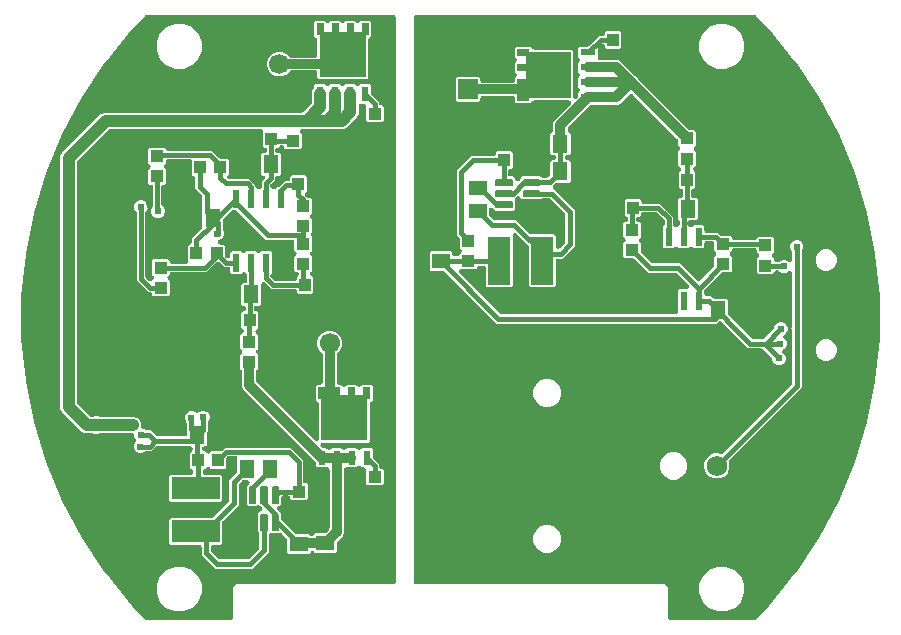
<source format=gbr>
G04 EAGLE Gerber RS-274X export*
G75*
%MOMM*%
%FSLAX34Y34*%
%LPD*%
%INTop Copper*%
%IPPOS*%
%AMOC8*
5,1,8,0,0,1.08239X$1,22.5*%
G01*
%ADD10C,1.730000*%
%ADD11R,1.300000X1.500000*%
%ADD12R,1.500000X1.300000*%
%ADD13R,1.850000X4.100000*%
%ADD14R,4.100000X1.850000*%
%ADD15R,1.100000X1.000000*%
%ADD16R,1.000000X1.100000*%
%ADD17R,0.600000X1.550000*%
%ADD18C,0.147500*%
%ADD19R,1.270000X0.610000*%
%ADD20C,3.356000*%
%ADD21R,1.700000X1.700000*%
%ADD22C,1.700000*%
%ADD23R,0.610000X1.270000*%
%ADD24C,0.400000*%
%ADD25C,0.610000*%
%ADD26C,0.406400*%
%ADD27C,0.200000*%
%ADD28C,0.812800*%
%ADD29C,1.000000*%
%ADD30C,0.975000*%

G36*
X777500Y4008D02*
X777500Y4008D01*
X777570Y4006D01*
X777698Y4028D01*
X777828Y4041D01*
X777895Y4061D01*
X777964Y4073D01*
X778085Y4120D01*
X778210Y4159D01*
X778271Y4192D01*
X778336Y4218D01*
X778445Y4288D01*
X778560Y4350D01*
X778614Y4396D01*
X778672Y4433D01*
X778842Y4588D01*
X778865Y4608D01*
X778870Y4614D01*
X778878Y4621D01*
X789447Y15722D01*
X789478Y15761D01*
X789544Y15832D01*
X812062Y43270D01*
X812094Y43317D01*
X812179Y43427D01*
X831899Y72941D01*
X831926Y72991D01*
X832000Y73109D01*
X848732Y104413D01*
X848754Y104465D01*
X848816Y104590D01*
X862399Y137383D01*
X862416Y137438D01*
X862465Y137568D01*
X872769Y171535D01*
X872780Y171590D01*
X872817Y171725D01*
X879742Y206538D01*
X879747Y206595D01*
X879770Y206732D01*
X883249Y242056D01*
X883249Y242113D01*
X883259Y242252D01*
X883259Y277748D01*
X883253Y277804D01*
X883249Y277944D01*
X879770Y313268D01*
X879759Y313323D01*
X879742Y313462D01*
X872817Y348275D01*
X872808Y348302D01*
X872805Y348328D01*
X872791Y348368D01*
X872769Y348465D01*
X862465Y382432D01*
X862444Y382484D01*
X862399Y382617D01*
X848816Y415410D01*
X848789Y415460D01*
X848732Y415587D01*
X832000Y446891D01*
X831968Y446939D01*
X831899Y447059D01*
X812179Y476572D01*
X812143Y476616D01*
X812062Y476730D01*
X789544Y504168D01*
X789508Y504204D01*
X789447Y504278D01*
X778878Y515379D01*
X778825Y515424D01*
X778779Y515476D01*
X778674Y515554D01*
X778576Y515639D01*
X778515Y515673D01*
X778458Y515715D01*
X778341Y515770D01*
X778227Y515834D01*
X778160Y515855D01*
X778097Y515885D01*
X777970Y515916D01*
X777846Y515956D01*
X777777Y515963D01*
X777709Y515980D01*
X777480Y515996D01*
X777449Y515999D01*
X777442Y515998D01*
X777431Y515999D01*
X490857Y515999D01*
X490826Y515996D01*
X490796Y515998D01*
X490628Y515976D01*
X490459Y515959D01*
X490430Y515950D01*
X490400Y515946D01*
X490240Y515891D01*
X490078Y515841D01*
X490051Y515827D01*
X490022Y515817D01*
X489876Y515731D01*
X489727Y515650D01*
X489704Y515630D01*
X489678Y515615D01*
X489551Y515502D01*
X489422Y515392D01*
X489403Y515369D01*
X489380Y515348D01*
X489279Y515212D01*
X489174Y515079D01*
X489160Y515052D01*
X489142Y515028D01*
X489070Y514875D01*
X488993Y514723D01*
X488985Y514694D01*
X488972Y514667D01*
X488931Y514501D01*
X488886Y514338D01*
X488884Y514308D01*
X488877Y514279D01*
X488857Y514000D01*
X488857Y36000D01*
X488860Y35970D01*
X488858Y35940D01*
X488880Y35771D01*
X488897Y35603D01*
X488906Y35574D01*
X488910Y35544D01*
X488965Y35383D01*
X489015Y35221D01*
X489030Y35194D01*
X489040Y35166D01*
X489125Y35020D01*
X489207Y34871D01*
X489226Y34847D01*
X489242Y34821D01*
X489355Y34695D01*
X489464Y34565D01*
X489488Y34546D01*
X489508Y34524D01*
X489644Y34423D01*
X489777Y34317D01*
X489804Y34303D01*
X489829Y34285D01*
X489982Y34213D01*
X490133Y34136D01*
X490163Y34128D01*
X490190Y34115D01*
X490355Y34075D01*
X490518Y34030D01*
X490549Y34027D01*
X490578Y34020D01*
X490857Y34001D01*
X701657Y34001D01*
X704001Y31657D01*
X704001Y6000D01*
X704004Y5970D01*
X704002Y5940D01*
X704024Y5771D01*
X704041Y5603D01*
X704050Y5574D01*
X704054Y5544D01*
X704109Y5383D01*
X704159Y5221D01*
X704173Y5194D01*
X704183Y5166D01*
X704269Y5020D01*
X704350Y4871D01*
X704370Y4847D01*
X704385Y4821D01*
X704498Y4695D01*
X704608Y4565D01*
X704631Y4546D01*
X704652Y4524D01*
X704788Y4423D01*
X704921Y4317D01*
X704948Y4303D01*
X704972Y4285D01*
X705125Y4213D01*
X705277Y4136D01*
X705306Y4128D01*
X705333Y4115D01*
X705499Y4075D01*
X705662Y4030D01*
X705692Y4027D01*
X705721Y4020D01*
X706000Y4001D01*
X777431Y4001D01*
X777500Y4008D01*
G37*
G36*
X334030Y4004D02*
X334030Y4004D01*
X334060Y4002D01*
X334229Y4024D01*
X334397Y4041D01*
X334426Y4050D01*
X334456Y4054D01*
X334617Y4109D01*
X334779Y4159D01*
X334806Y4173D01*
X334834Y4183D01*
X334980Y4269D01*
X335129Y4350D01*
X335153Y4370D01*
X335179Y4385D01*
X335305Y4498D01*
X335435Y4608D01*
X335454Y4631D01*
X335476Y4652D01*
X335577Y4788D01*
X335683Y4921D01*
X335697Y4948D01*
X335715Y4972D01*
X335787Y5125D01*
X335864Y5277D01*
X335872Y5306D01*
X335885Y5333D01*
X335925Y5499D01*
X335970Y5662D01*
X335973Y5692D01*
X335980Y5721D01*
X335999Y6000D01*
X335999Y31657D01*
X338343Y34001D01*
X471588Y34001D01*
X471618Y34004D01*
X471648Y34002D01*
X471817Y34024D01*
X471985Y34041D01*
X472014Y34050D01*
X472044Y34054D01*
X472205Y34109D01*
X472367Y34159D01*
X472394Y34173D01*
X472422Y34183D01*
X472568Y34269D01*
X472717Y34350D01*
X472741Y34370D01*
X472767Y34385D01*
X472893Y34498D01*
X473023Y34608D01*
X473042Y34631D01*
X473064Y34652D01*
X473165Y34788D01*
X473271Y34921D01*
X473285Y34948D01*
X473303Y34972D01*
X473375Y35125D01*
X473452Y35277D01*
X473460Y35306D01*
X473473Y35333D01*
X473513Y35499D01*
X473558Y35662D01*
X473561Y35692D01*
X473568Y35721D01*
X473587Y36000D01*
X473587Y514000D01*
X473584Y514030D01*
X473586Y514060D01*
X473564Y514229D01*
X473547Y514397D01*
X473538Y514426D01*
X473534Y514456D01*
X473479Y514617D01*
X473429Y514779D01*
X473415Y514806D01*
X473405Y514834D01*
X473319Y514980D01*
X473238Y515129D01*
X473218Y515153D01*
X473203Y515179D01*
X473090Y515305D01*
X472980Y515435D01*
X472956Y515454D01*
X472936Y515476D01*
X472800Y515577D01*
X472667Y515683D01*
X472640Y515697D01*
X472616Y515715D01*
X472463Y515787D01*
X472311Y515864D01*
X472282Y515872D01*
X472255Y515885D01*
X472089Y515925D01*
X471926Y515970D01*
X471896Y515973D01*
X471867Y515980D01*
X471588Y515999D01*
X262569Y515999D01*
X262500Y515992D01*
X262430Y515994D01*
X262302Y515972D01*
X262172Y515959D01*
X262105Y515939D01*
X262036Y515927D01*
X261915Y515880D01*
X261790Y515841D01*
X261729Y515808D01*
X261664Y515782D01*
X261554Y515712D01*
X261440Y515650D01*
X261387Y515605D01*
X261328Y515567D01*
X261158Y515412D01*
X261135Y515392D01*
X261130Y515386D01*
X261122Y515379D01*
X250553Y504278D01*
X250522Y504238D01*
X250456Y504168D01*
X227938Y476730D01*
X227906Y476683D01*
X227821Y476572D01*
X208101Y447059D01*
X208074Y447009D01*
X208000Y446891D01*
X191268Y415587D01*
X191246Y415535D01*
X191184Y415410D01*
X177601Y382617D01*
X177595Y382598D01*
X177587Y382582D01*
X177574Y382535D01*
X177535Y382432D01*
X167231Y348465D01*
X167220Y348410D01*
X167183Y348275D01*
X160258Y313462D01*
X160253Y313405D01*
X160230Y313268D01*
X156751Y277944D01*
X156751Y277887D01*
X156741Y277748D01*
X156741Y242252D01*
X156747Y242196D01*
X156751Y242056D01*
X160230Y206732D01*
X160241Y206677D01*
X160258Y206538D01*
X167183Y171725D01*
X167200Y171671D01*
X167231Y171535D01*
X177535Y137568D01*
X177556Y137516D01*
X177601Y137383D01*
X191184Y104590D01*
X191211Y104540D01*
X191268Y104413D01*
X208000Y73109D01*
X208032Y73061D01*
X208101Y72941D01*
X227821Y43428D01*
X227857Y43384D01*
X227938Y43270D01*
X250456Y15832D01*
X250492Y15796D01*
X250553Y15722D01*
X261122Y4621D01*
X261175Y4576D01*
X261221Y4524D01*
X261326Y4446D01*
X261424Y4361D01*
X261485Y4327D01*
X261542Y4285D01*
X261659Y4230D01*
X261773Y4166D01*
X261840Y4145D01*
X261903Y4115D01*
X262030Y4084D01*
X262154Y4044D01*
X262223Y4037D01*
X262291Y4020D01*
X262520Y4004D01*
X262551Y4001D01*
X262558Y4002D01*
X262569Y4001D01*
X334000Y4001D01*
X334030Y4004D01*
G37*
%LPC*%
G36*
X321002Y47293D02*
X321002Y47293D01*
X309222Y59073D01*
X309222Y65652D01*
X309219Y65682D01*
X309221Y65712D01*
X309199Y65880D01*
X309182Y66049D01*
X309173Y66078D01*
X309169Y66108D01*
X309114Y66268D01*
X309064Y66431D01*
X309050Y66457D01*
X309040Y66486D01*
X308954Y66632D01*
X308873Y66781D01*
X308853Y66804D01*
X308838Y66830D01*
X308725Y66957D01*
X308615Y67086D01*
X308592Y67105D01*
X308571Y67128D01*
X308435Y67229D01*
X308302Y67335D01*
X308275Y67348D01*
X308251Y67366D01*
X308098Y67438D01*
X307946Y67515D01*
X307917Y67524D01*
X307890Y67536D01*
X307724Y67577D01*
X307561Y67622D01*
X307531Y67624D01*
X307502Y67631D01*
X307223Y67651D01*
X282975Y67651D01*
X281803Y68823D01*
X281803Y88980D01*
X282975Y90152D01*
X317291Y90152D01*
X317336Y90157D01*
X317382Y90154D01*
X317535Y90177D01*
X317689Y90192D01*
X317732Y90206D01*
X317777Y90212D01*
X317923Y90265D01*
X318070Y90310D01*
X318110Y90332D01*
X318153Y90347D01*
X318285Y90428D01*
X318421Y90502D01*
X318455Y90531D01*
X318494Y90555D01*
X318705Y90738D01*
X332033Y104066D01*
X332062Y104101D01*
X332095Y104131D01*
X332188Y104255D01*
X332286Y104375D01*
X332307Y104415D01*
X332334Y104452D01*
X332400Y104591D01*
X332472Y104728D01*
X332485Y104772D01*
X332504Y104813D01*
X332541Y104963D01*
X332584Y105112D01*
X332588Y105157D01*
X332599Y105201D01*
X332618Y105479D01*
X332618Y122159D01*
X338912Y128453D01*
X338941Y128488D01*
X338975Y128518D01*
X339067Y128642D01*
X339165Y128762D01*
X339186Y128802D01*
X339213Y128839D01*
X339279Y128979D01*
X339351Y129116D01*
X339364Y129159D01*
X339383Y129200D01*
X339420Y129350D01*
X339463Y129499D01*
X339467Y129544D01*
X339478Y129588D01*
X339498Y129867D01*
X339498Y140859D01*
X339495Y140889D01*
X339497Y140919D01*
X339475Y141087D01*
X339458Y141256D01*
X339449Y141285D01*
X339445Y141315D01*
X339390Y141475D01*
X339340Y141638D01*
X339325Y141664D01*
X339315Y141693D01*
X339230Y141839D01*
X339148Y141988D01*
X339128Y142011D01*
X339113Y142037D01*
X339000Y142164D01*
X338891Y142294D01*
X338867Y142312D01*
X338847Y142335D01*
X338711Y142436D01*
X338578Y142542D01*
X338550Y142555D01*
X338526Y142574D01*
X338373Y142646D01*
X338221Y142723D01*
X338192Y142731D01*
X338165Y142744D01*
X338000Y142784D01*
X337836Y142829D01*
X337806Y142831D01*
X337777Y142839D01*
X337498Y142858D01*
X332379Y142858D01*
X332334Y142853D01*
X332289Y142856D01*
X332136Y142834D01*
X331982Y142818D01*
X331938Y142805D01*
X331894Y142798D01*
X331748Y142746D01*
X331600Y142700D01*
X331560Y142678D01*
X331518Y142663D01*
X331386Y142583D01*
X331250Y142508D01*
X331215Y142479D01*
X331176Y142456D01*
X330965Y142272D01*
X330828Y142135D01*
X330799Y142100D01*
X330765Y142069D01*
X330673Y141945D01*
X330575Y141826D01*
X330554Y141785D01*
X330527Y141749D01*
X330461Y141609D01*
X330389Y141472D01*
X330376Y141429D01*
X330357Y141388D01*
X330320Y141237D01*
X330276Y141089D01*
X330273Y141044D01*
X330262Y141000D01*
X330242Y140721D01*
X330242Y132845D01*
X329070Y131673D01*
X317413Y131673D01*
X316155Y132931D01*
X316132Y132950D01*
X316112Y132973D01*
X315977Y133077D01*
X315846Y133184D01*
X315819Y133198D01*
X315795Y133216D01*
X315643Y133291D01*
X315493Y133370D01*
X315464Y133378D01*
X315436Y133392D01*
X315273Y133434D01*
X315109Y133482D01*
X315079Y133485D01*
X315050Y133492D01*
X314881Y133502D01*
X314711Y133516D01*
X314681Y133513D01*
X314651Y133514D01*
X314483Y133490D01*
X314315Y133470D01*
X314286Y133461D01*
X314256Y133457D01*
X314096Y133399D01*
X313935Y133346D01*
X313909Y133332D01*
X313880Y133321D01*
X313735Y133233D01*
X313587Y133150D01*
X313564Y133130D01*
X313539Y133114D01*
X313328Y132931D01*
X312052Y131656D01*
X312013Y131650D01*
X311844Y131633D01*
X311815Y131624D01*
X311785Y131620D01*
X311625Y131565D01*
X311462Y131515D01*
X311436Y131501D01*
X311407Y131491D01*
X311261Y131405D01*
X311112Y131324D01*
X311089Y131304D01*
X311063Y131289D01*
X310936Y131176D01*
X310807Y131066D01*
X310788Y131043D01*
X310765Y131022D01*
X310664Y130886D01*
X310559Y130753D01*
X310545Y130726D01*
X310527Y130702D01*
X310455Y130549D01*
X310378Y130397D01*
X310370Y130368D01*
X310357Y130341D01*
X310316Y130175D01*
X310271Y130012D01*
X310269Y129982D01*
X310262Y129953D01*
X310242Y129674D01*
X310242Y128652D01*
X310245Y128621D01*
X310243Y128591D01*
X310265Y128423D01*
X310282Y128254D01*
X310291Y128225D01*
X310295Y128195D01*
X310350Y128035D01*
X310400Y127873D01*
X310415Y127846D01*
X310425Y127817D01*
X310510Y127671D01*
X310592Y127522D01*
X310611Y127499D01*
X310627Y127473D01*
X310740Y127346D01*
X310849Y127217D01*
X310873Y127198D01*
X310893Y127175D01*
X311029Y127074D01*
X311162Y126969D01*
X311189Y126955D01*
X311214Y126937D01*
X311367Y126865D01*
X311518Y126788D01*
X311548Y126780D01*
X311575Y126767D01*
X311740Y126726D01*
X311903Y126681D01*
X311934Y126679D01*
X311963Y126672D01*
X312241Y126652D01*
X325633Y126652D01*
X326805Y125480D01*
X326805Y105323D01*
X325633Y104151D01*
X282975Y104151D01*
X281803Y105323D01*
X281803Y125480D01*
X282975Y126652D01*
X300242Y126652D01*
X300272Y126655D01*
X300302Y126653D01*
X300470Y126675D01*
X300639Y126692D01*
X300668Y126701D01*
X300698Y126705D01*
X300858Y126760D01*
X301021Y126810D01*
X301047Y126825D01*
X301076Y126835D01*
X301222Y126920D01*
X301371Y127002D01*
X301394Y127021D01*
X301420Y127037D01*
X301547Y127150D01*
X301676Y127259D01*
X301695Y127283D01*
X301718Y127303D01*
X301819Y127439D01*
X301924Y127572D01*
X301938Y127599D01*
X301956Y127624D01*
X302028Y127777D01*
X302105Y127928D01*
X302113Y127958D01*
X302126Y127985D01*
X302167Y128150D01*
X302212Y128313D01*
X302214Y128344D01*
X302221Y128373D01*
X302241Y128652D01*
X302241Y129674D01*
X302238Y129704D01*
X302240Y129734D01*
X302218Y129903D01*
X302201Y130071D01*
X302192Y130100D01*
X302188Y130130D01*
X302133Y130291D01*
X302083Y130453D01*
X302068Y130480D01*
X302058Y130508D01*
X301973Y130654D01*
X301891Y130803D01*
X301872Y130827D01*
X301856Y130853D01*
X301743Y130979D01*
X301634Y131109D01*
X301610Y131128D01*
X301590Y131150D01*
X301454Y131251D01*
X301321Y131357D01*
X301294Y131371D01*
X301269Y131389D01*
X301116Y131461D01*
X300965Y131538D01*
X300935Y131546D01*
X300908Y131559D01*
X300743Y131599D01*
X300580Y131644D01*
X300549Y131647D01*
X300520Y131654D01*
X300426Y131660D01*
X299241Y132845D01*
X299241Y145503D01*
X300737Y146999D01*
X300784Y147024D01*
X300807Y147044D01*
X300833Y147059D01*
X300959Y147172D01*
X301089Y147282D01*
X301108Y147305D01*
X301130Y147326D01*
X301232Y147462D01*
X301337Y147595D01*
X301351Y147622D01*
X301369Y147646D01*
X301441Y147799D01*
X301518Y147951D01*
X301526Y147980D01*
X301539Y148007D01*
X301580Y148173D01*
X301625Y148336D01*
X301627Y148366D01*
X301634Y148395D01*
X301654Y148674D01*
X301654Y148878D01*
X301650Y148908D01*
X301653Y148938D01*
X301631Y149106D01*
X301614Y149275D01*
X301605Y149304D01*
X301601Y149334D01*
X301546Y149494D01*
X301496Y149657D01*
X301481Y149683D01*
X301471Y149712D01*
X301386Y149858D01*
X301304Y150007D01*
X301284Y150030D01*
X301269Y150056D01*
X301156Y150183D01*
X301046Y150313D01*
X301023Y150331D01*
X301003Y150354D01*
X300867Y150455D01*
X300733Y150561D01*
X300706Y150574D01*
X300682Y150592D01*
X300529Y150665D01*
X300377Y150742D01*
X300348Y150750D01*
X300321Y150763D01*
X300156Y150803D01*
X299992Y150848D01*
X299962Y150850D01*
X299933Y150857D01*
X299654Y150877D01*
X298326Y150877D01*
X298304Y150898D01*
X298269Y150927D01*
X298239Y150961D01*
X298115Y151053D01*
X297995Y151151D01*
X297955Y151172D01*
X297918Y151199D01*
X297779Y151265D01*
X297642Y151337D01*
X297598Y151350D01*
X297557Y151369D01*
X297407Y151406D01*
X297258Y151450D01*
X297213Y151453D01*
X297169Y151464D01*
X296891Y151484D01*
X272512Y151484D01*
X272467Y151479D01*
X272421Y151482D01*
X272268Y151459D01*
X272114Y151444D01*
X272071Y151430D01*
X272026Y151424D01*
X271880Y151371D01*
X271733Y151326D01*
X271693Y151304D01*
X271650Y151289D01*
X271518Y151208D01*
X271382Y151134D01*
X271348Y151105D01*
X271309Y151081D01*
X271098Y150898D01*
X266809Y146609D01*
X262065Y146609D01*
X262019Y146604D01*
X261974Y146607D01*
X261821Y146584D01*
X261667Y146569D01*
X261624Y146556D01*
X261579Y146549D01*
X261433Y146497D01*
X261286Y146451D01*
X261246Y146429D01*
X261203Y146414D01*
X261071Y146334D01*
X260935Y146259D01*
X260900Y146230D01*
X260862Y146206D01*
X260651Y146023D01*
X260498Y145870D01*
X258443Y145019D01*
X256219Y145019D01*
X254164Y145870D01*
X252591Y147443D01*
X251740Y149497D01*
X251740Y151722D01*
X252591Y153776D01*
X253159Y154344D01*
X253178Y154367D01*
X253201Y154387D01*
X253304Y154522D01*
X253411Y154653D01*
X253425Y154680D01*
X253444Y154704D01*
X253518Y154856D01*
X253598Y155006D01*
X253606Y155036D01*
X253619Y155063D01*
X253662Y155227D01*
X253710Y155390D01*
X253713Y155420D01*
X253720Y155449D01*
X253729Y155618D01*
X253744Y155788D01*
X253740Y155818D01*
X253742Y155848D01*
X253717Y156016D01*
X253698Y156185D01*
X253689Y156213D01*
X253684Y156243D01*
X253627Y156404D01*
X253574Y156564D01*
X253559Y156591D01*
X253549Y156619D01*
X253461Y156764D01*
X253377Y156912D01*
X253357Y156935D01*
X253342Y156961D01*
X253158Y157171D01*
X253042Y157288D01*
X252191Y159343D01*
X252191Y160173D01*
X252188Y160203D01*
X252190Y160233D01*
X252168Y160402D01*
X252151Y160571D01*
X252142Y160599D01*
X252138Y160629D01*
X252083Y160790D01*
X252033Y160952D01*
X252018Y160979D01*
X252008Y161007D01*
X251923Y161153D01*
X251841Y161303D01*
X251822Y161326D01*
X251806Y161352D01*
X251693Y161478D01*
X251584Y161608D01*
X251560Y161627D01*
X251540Y161649D01*
X251404Y161751D01*
X251271Y161856D01*
X251244Y161870D01*
X251219Y161888D01*
X251066Y161960D01*
X250915Y162037D01*
X250885Y162045D01*
X250858Y162058D01*
X250693Y162098D01*
X250530Y162144D01*
X250500Y162146D01*
X250470Y162153D01*
X250192Y162172D01*
X222980Y162172D01*
X222928Y162167D01*
X222875Y162170D01*
X222729Y162147D01*
X222583Y162132D01*
X222532Y162117D01*
X222480Y162109D01*
X222215Y162020D01*
X221252Y161621D01*
X218301Y161621D01*
X217667Y161884D01*
X217616Y161899D01*
X217568Y161922D01*
X217426Y161957D01*
X217285Y161999D01*
X217232Y162004D01*
X217180Y162017D01*
X216902Y162036D01*
X210525Y162036D01*
X207952Y163102D01*
X190819Y180234D01*
X189754Y182807D01*
X189754Y396636D01*
X190819Y399209D01*
X193070Y401459D01*
X221858Y430247D01*
X221858Y430248D01*
X224109Y432498D01*
X226682Y433564D01*
X394407Y433564D01*
X394452Y433568D01*
X394498Y433566D01*
X394651Y433588D01*
X394805Y433604D01*
X394848Y433617D01*
X394893Y433624D01*
X395039Y433676D01*
X395186Y433722D01*
X395226Y433744D01*
X395269Y433759D01*
X395401Y433839D01*
X395537Y433913D01*
X395571Y433943D01*
X395610Y433966D01*
X395821Y434149D01*
X402108Y440436D01*
X402112Y440441D01*
X402116Y440444D01*
X402138Y440473D01*
X402170Y440501D01*
X402262Y440625D01*
X402360Y440745D01*
X402382Y440785D01*
X402409Y440822D01*
X402475Y440962D01*
X402547Y441099D01*
X402559Y441142D01*
X402579Y441183D01*
X402616Y441334D01*
X402659Y441482D01*
X402663Y441527D01*
X402674Y441571D01*
X402693Y441850D01*
X402693Y450696D01*
X403759Y453269D01*
X404058Y453567D01*
X404086Y453602D01*
X404120Y453633D01*
X404212Y453757D01*
X404310Y453876D01*
X404332Y453917D01*
X404359Y453953D01*
X404425Y454093D01*
X404497Y454230D01*
X404509Y454273D01*
X404529Y454314D01*
X404566Y454465D01*
X404609Y454613D01*
X404613Y454658D01*
X404624Y454702D01*
X404643Y454981D01*
X404643Y456482D01*
X405815Y457654D01*
X413573Y457654D01*
X414630Y456596D01*
X414654Y456577D01*
X414673Y456554D01*
X414808Y456450D01*
X414939Y456343D01*
X414966Y456329D01*
X414990Y456311D01*
X415143Y456236D01*
X415293Y456157D01*
X415322Y456149D01*
X415349Y456135D01*
X415513Y456093D01*
X415676Y456045D01*
X415706Y456042D01*
X415736Y456035D01*
X415904Y456025D01*
X416074Y456011D01*
X416104Y456014D01*
X416134Y456013D01*
X416302Y456037D01*
X416471Y456057D01*
X416499Y456066D01*
X416530Y456070D01*
X416690Y456128D01*
X416851Y456181D01*
X416877Y456195D01*
X416905Y456206D01*
X417051Y456294D01*
X417198Y456377D01*
X417221Y456397D01*
X417247Y456413D01*
X417458Y456596D01*
X418515Y457654D01*
X426273Y457654D01*
X427330Y456596D01*
X427354Y456577D01*
X427373Y456554D01*
X427508Y456450D01*
X427639Y456343D01*
X427666Y456329D01*
X427690Y456311D01*
X427843Y456236D01*
X427993Y456157D01*
X428022Y456149D01*
X428049Y456135D01*
X428213Y456093D01*
X428376Y456045D01*
X428406Y456042D01*
X428436Y456035D01*
X428604Y456025D01*
X428774Y456011D01*
X428804Y456014D01*
X428834Y456013D01*
X429002Y456037D01*
X429171Y456057D01*
X429199Y456066D01*
X429230Y456070D01*
X429390Y456128D01*
X429551Y456181D01*
X429577Y456195D01*
X429605Y456206D01*
X429751Y456294D01*
X429898Y456377D01*
X429921Y456397D01*
X429947Y456413D01*
X430158Y456596D01*
X431215Y457654D01*
X438973Y457654D01*
X440030Y456596D01*
X440054Y456577D01*
X440073Y456554D01*
X440208Y456450D01*
X440339Y456343D01*
X440366Y456329D01*
X440390Y456311D01*
X440543Y456236D01*
X440693Y456157D01*
X440722Y456149D01*
X440749Y456135D01*
X440913Y456093D01*
X441076Y456045D01*
X441106Y456042D01*
X441136Y456035D01*
X441304Y456025D01*
X441474Y456011D01*
X441504Y456014D01*
X441534Y456013D01*
X441702Y456037D01*
X441871Y456057D01*
X441899Y456066D01*
X441930Y456070D01*
X442090Y456128D01*
X442251Y456181D01*
X442277Y456195D01*
X442305Y456206D01*
X442451Y456294D01*
X442598Y456377D01*
X442621Y456397D01*
X442647Y456413D01*
X442858Y456596D01*
X443915Y457654D01*
X451673Y457654D01*
X452845Y456482D01*
X452845Y449751D01*
X452849Y449706D01*
X452847Y449661D01*
X452869Y449508D01*
X452885Y449354D01*
X452898Y449310D01*
X452905Y449266D01*
X452957Y449120D01*
X453003Y448972D01*
X453024Y448932D01*
X453040Y448890D01*
X453120Y448758D01*
X453194Y448622D01*
X453224Y448587D01*
X453247Y448548D01*
X453430Y448337D01*
X459275Y442493D01*
X459275Y441677D01*
X459278Y441647D01*
X459276Y441617D01*
X459298Y441449D01*
X459315Y441280D01*
X459323Y441251D01*
X459327Y441221D01*
X459382Y441061D01*
X459433Y440898D01*
X459447Y440872D01*
X459457Y440843D01*
X459543Y440697D01*
X459624Y440548D01*
X459644Y440525D01*
X459659Y440499D01*
X459772Y440372D01*
X459882Y440243D01*
X459905Y440224D01*
X459926Y440201D01*
X460062Y440100D01*
X460195Y439995D01*
X460222Y439981D01*
X460246Y439963D01*
X460399Y439891D01*
X460551Y439814D01*
X460580Y439806D01*
X460607Y439793D01*
X460772Y439752D01*
X460936Y439707D01*
X460966Y439705D01*
X460995Y439698D01*
X461274Y439678D01*
X462301Y439678D01*
X463473Y438506D01*
X463473Y426849D01*
X462301Y425677D01*
X449643Y425677D01*
X448471Y426849D01*
X448471Y438953D01*
X448468Y438983D01*
X448470Y439013D01*
X448448Y439182D01*
X448431Y439350D01*
X448422Y439379D01*
X448418Y439409D01*
X448363Y439570D01*
X448313Y439732D01*
X448299Y439759D01*
X448289Y439787D01*
X448203Y439933D01*
X448122Y440082D01*
X448102Y440106D01*
X448087Y440132D01*
X447974Y440258D01*
X447864Y440388D01*
X447840Y440407D01*
X447820Y440429D01*
X447684Y440530D01*
X447551Y440636D01*
X447524Y440650D01*
X447500Y440668D01*
X447347Y440740D01*
X447195Y440817D01*
X447166Y440825D01*
X447138Y440838D01*
X446973Y440878D01*
X446810Y440923D01*
X446780Y440926D01*
X446750Y440933D01*
X446472Y440952D01*
X444173Y440952D01*
X444143Y440949D01*
X444113Y440951D01*
X443944Y440929D01*
X443776Y440912D01*
X443747Y440903D01*
X443717Y440899D01*
X443556Y440844D01*
X443394Y440794D01*
X443368Y440780D01*
X443339Y440770D01*
X443193Y440684D01*
X443044Y440603D01*
X443020Y440583D01*
X442994Y440568D01*
X442868Y440455D01*
X442738Y440345D01*
X442719Y440322D01*
X442697Y440301D01*
X442596Y440165D01*
X442490Y440032D01*
X442476Y440005D01*
X442458Y439981D01*
X442386Y439828D01*
X442309Y439676D01*
X442301Y439647D01*
X442288Y439620D01*
X442248Y439454D01*
X442203Y439291D01*
X442201Y439261D01*
X442193Y439232D01*
X442174Y438953D01*
X442174Y432375D01*
X441108Y429802D01*
X431934Y420628D01*
X429361Y419562D01*
X394622Y419562D01*
X394607Y419561D01*
X394592Y419562D01*
X394408Y419541D01*
X394225Y419522D01*
X394211Y419518D01*
X394195Y419516D01*
X394020Y419459D01*
X393843Y419404D01*
X393830Y419397D01*
X393816Y419392D01*
X393655Y419302D01*
X393493Y419213D01*
X393481Y419203D01*
X393468Y419195D01*
X393329Y419074D01*
X393188Y418955D01*
X393178Y418943D01*
X393167Y418933D01*
X393054Y418787D01*
X392939Y418642D01*
X392933Y418629D01*
X392923Y418617D01*
X392842Y418451D01*
X392759Y418286D01*
X392754Y418271D01*
X392748Y418258D01*
X392701Y418080D01*
X392652Y417901D01*
X392651Y417886D01*
X392647Y417871D01*
X392637Y417687D01*
X392624Y417503D01*
X392626Y417488D01*
X392625Y417473D01*
X392652Y417291D01*
X392676Y417107D01*
X392681Y417092D01*
X392683Y417077D01*
X392745Y416904D01*
X392806Y416729D01*
X392813Y416716D01*
X392818Y416702D01*
X392914Y416544D01*
X393008Y416384D01*
X393018Y416373D01*
X393026Y416360D01*
X393209Y416149D01*
X393966Y415392D01*
X393966Y403734D01*
X392794Y402562D01*
X380137Y402562D01*
X378965Y403734D01*
X378965Y404078D01*
X378963Y404093D01*
X378965Y404108D01*
X378943Y404292D01*
X378925Y404475D01*
X378921Y404490D01*
X378919Y404505D01*
X378862Y404680D01*
X378807Y404857D01*
X378800Y404870D01*
X378795Y404884D01*
X378704Y405044D01*
X378615Y405207D01*
X378605Y405219D01*
X378598Y405232D01*
X378477Y405371D01*
X378358Y405513D01*
X378346Y405522D01*
X378336Y405533D01*
X378190Y405646D01*
X378045Y405761D01*
X378031Y405768D01*
X378019Y405777D01*
X377854Y405858D01*
X377689Y405942D01*
X377674Y405946D01*
X377661Y405952D01*
X377482Y405999D01*
X377304Y406048D01*
X377289Y406049D01*
X377274Y406053D01*
X377090Y406063D01*
X376905Y406076D01*
X376890Y406074D01*
X376875Y406075D01*
X376692Y406048D01*
X376509Y406024D01*
X376495Y406019D01*
X376480Y406017D01*
X376306Y405955D01*
X376131Y405895D01*
X376118Y405887D01*
X376104Y405882D01*
X375947Y405787D01*
X375787Y405693D01*
X375776Y405682D01*
X375763Y405675D01*
X375552Y405491D01*
X373920Y403859D01*
X373411Y403859D01*
X373381Y403856D01*
X373351Y403858D01*
X373182Y403836D01*
X373013Y403819D01*
X372985Y403810D01*
X372955Y403806D01*
X372794Y403751D01*
X372632Y403701D01*
X372605Y403687D01*
X372577Y403677D01*
X372431Y403591D01*
X372281Y403510D01*
X372258Y403490D01*
X372232Y403475D01*
X372106Y403362D01*
X371976Y403252D01*
X371957Y403229D01*
X371935Y403208D01*
X371833Y403072D01*
X371728Y402939D01*
X371714Y402912D01*
X371696Y402888D01*
X371624Y402735D01*
X371547Y402583D01*
X371539Y402554D01*
X371526Y402527D01*
X371486Y402361D01*
X371440Y402198D01*
X371438Y402168D01*
X371431Y402139D01*
X371412Y401860D01*
X371412Y401230D01*
X371415Y401200D01*
X371413Y401169D01*
X371435Y401001D01*
X371452Y400832D01*
X371460Y400803D01*
X371464Y400773D01*
X371519Y400613D01*
X371570Y400451D01*
X371584Y400424D01*
X371594Y400395D01*
X371680Y400249D01*
X371761Y400100D01*
X371781Y400077D01*
X371796Y400051D01*
X371909Y399925D01*
X372019Y399795D01*
X372042Y399776D01*
X372063Y399753D01*
X372199Y399652D01*
X372332Y399547D01*
X372359Y399533D01*
X372383Y399515D01*
X372536Y399443D01*
X372688Y399366D01*
X372717Y399358D01*
X372744Y399345D01*
X372909Y399304D01*
X373073Y399259D01*
X373103Y399257D01*
X373132Y399250D01*
X373411Y399230D01*
X375470Y399230D01*
X376642Y398058D01*
X376642Y381401D01*
X375470Y380229D01*
X373411Y380229D01*
X373381Y380226D01*
X373351Y380228D01*
X373182Y380206D01*
X373013Y380189D01*
X372985Y380180D01*
X372955Y380176D01*
X372794Y380121D01*
X372632Y380071D01*
X372605Y380056D01*
X372577Y380047D01*
X372431Y379961D01*
X372281Y379879D01*
X372258Y379860D01*
X372232Y379844D01*
X372106Y379731D01*
X371976Y379622D01*
X371957Y379598D01*
X371935Y379578D01*
X371833Y379442D01*
X371728Y379309D01*
X371714Y379282D01*
X371696Y379258D01*
X371624Y379104D01*
X371547Y378953D01*
X371539Y378924D01*
X371526Y378896D01*
X371486Y378731D01*
X371440Y378568D01*
X371438Y378538D01*
X371431Y378508D01*
X371412Y378230D01*
X371412Y376647D01*
X367917Y373152D01*
X367888Y373117D01*
X367854Y373087D01*
X367762Y372963D01*
X367664Y372843D01*
X367643Y372803D01*
X367616Y372767D01*
X367550Y372627D01*
X367478Y372490D01*
X367465Y372446D01*
X367446Y372405D01*
X367409Y372255D01*
X367366Y372107D01*
X367362Y372061D01*
X367351Y372017D01*
X367331Y371739D01*
X367331Y371590D01*
X367336Y371544D01*
X367333Y371499D01*
X367356Y371346D01*
X367371Y371192D01*
X367385Y371149D01*
X367391Y371104D01*
X367444Y370958D01*
X367489Y370811D01*
X367511Y370771D01*
X367527Y370728D01*
X367607Y370596D01*
X367681Y370460D01*
X367710Y370425D01*
X367734Y370387D01*
X367917Y370176D01*
X368997Y369096D01*
X369020Y369077D01*
X369040Y369054D01*
X369175Y368950D01*
X369306Y368843D01*
X369333Y368829D01*
X369357Y368810D01*
X369509Y368736D01*
X369659Y368657D01*
X369689Y368648D01*
X369716Y368635D01*
X369880Y368592D01*
X370043Y368544D01*
X370073Y368542D01*
X370102Y368534D01*
X370271Y368525D01*
X370441Y368510D01*
X370471Y368514D01*
X370501Y368512D01*
X370669Y368537D01*
X370838Y368556D01*
X370866Y368566D01*
X370896Y368570D01*
X371057Y368628D01*
X371217Y368680D01*
X371244Y368695D01*
X371272Y368705D01*
X371417Y368794D01*
X371565Y368877D01*
X371588Y368897D01*
X371614Y368913D01*
X371824Y369096D01*
X372932Y370203D01*
X373753Y370203D01*
X373798Y370208D01*
X373843Y370205D01*
X373996Y370228D01*
X374150Y370243D01*
X374193Y370257D01*
X374238Y370263D01*
X374384Y370316D01*
X374532Y370361D01*
X374571Y370383D01*
X374614Y370399D01*
X374746Y370479D01*
X374882Y370553D01*
X374917Y370582D01*
X374956Y370606D01*
X375166Y370789D01*
X379638Y375261D01*
X382268Y375261D01*
X382298Y375264D01*
X382329Y375262D01*
X382497Y375284D01*
X382666Y375301D01*
X382695Y375310D01*
X382725Y375314D01*
X382885Y375369D01*
X383047Y375419D01*
X383074Y375434D01*
X383102Y375443D01*
X383248Y375529D01*
X383398Y375611D01*
X383421Y375630D01*
X383447Y375645D01*
X383573Y375759D01*
X383703Y375868D01*
X383722Y375892D01*
X383744Y375912D01*
X383846Y376048D01*
X383951Y376181D01*
X383965Y376208D01*
X383983Y376232D01*
X384055Y376386D01*
X384132Y376537D01*
X384140Y376566D01*
X384153Y376594D01*
X384194Y376759D01*
X384239Y376922D01*
X384241Y376952D01*
X384248Y376982D01*
X384268Y377260D01*
X384268Y379191D01*
X385440Y380363D01*
X397097Y380363D01*
X398269Y379191D01*
X398269Y366534D01*
X397223Y365488D01*
X397204Y365465D01*
X397181Y365445D01*
X397078Y365311D01*
X396970Y365179D01*
X396956Y365152D01*
X396938Y365128D01*
X396863Y364976D01*
X396784Y364826D01*
X396776Y364797D01*
X396762Y364769D01*
X396719Y364605D01*
X396672Y364442D01*
X396669Y364412D01*
X396662Y364383D01*
X396652Y364214D01*
X396638Y364044D01*
X396641Y364014D01*
X396640Y363984D01*
X396664Y363817D01*
X396684Y363648D01*
X396693Y363619D01*
X396698Y363589D01*
X396755Y363429D01*
X396808Y363268D01*
X396823Y363242D01*
X396833Y363213D01*
X396921Y363068D01*
X397005Y362920D01*
X397024Y362898D01*
X397040Y362872D01*
X397223Y362661D01*
X397995Y361889D01*
X398030Y361860D01*
X398061Y361827D01*
X398185Y361734D01*
X398305Y361636D01*
X398345Y361615D01*
X398381Y361588D01*
X398521Y361522D01*
X398658Y361450D01*
X398701Y361437D01*
X398742Y361418D01*
X398893Y361381D01*
X399041Y361338D01*
X399086Y361334D01*
X399130Y361323D01*
X399409Y361303D01*
X401356Y361303D01*
X402528Y360131D01*
X402528Y348474D01*
X401270Y347216D01*
X401251Y347193D01*
X401228Y347173D01*
X401125Y347038D01*
X401018Y346907D01*
X401003Y346880D01*
X400985Y346856D01*
X400910Y346703D01*
X400831Y346554D01*
X400823Y346525D01*
X400809Y346498D01*
X400767Y346334D01*
X400719Y346171D01*
X400716Y346140D01*
X400709Y346111D01*
X400699Y345942D01*
X400685Y345773D01*
X400689Y345742D01*
X400687Y345712D01*
X400711Y345545D01*
X400731Y345376D01*
X400740Y345347D01*
X400745Y345317D01*
X400802Y345157D01*
X400855Y344996D01*
X400870Y344970D01*
X400880Y344941D01*
X400968Y344796D01*
X401052Y344649D01*
X401072Y344626D01*
X401087Y344600D01*
X401270Y344389D01*
X402528Y343131D01*
X402528Y331472D01*
X402525Y331470D01*
X402422Y331336D01*
X402315Y331204D01*
X402300Y331177D01*
X402282Y331153D01*
X402207Y331001D01*
X402128Y330851D01*
X402120Y330822D01*
X402106Y330795D01*
X402064Y330631D01*
X402016Y330468D01*
X402013Y330437D01*
X402006Y330408D01*
X401996Y330239D01*
X401982Y330070D01*
X401985Y330039D01*
X401984Y330009D01*
X402008Y329842D01*
X402028Y329673D01*
X402037Y329644D01*
X402042Y329614D01*
X402099Y329454D01*
X402152Y329293D01*
X402167Y329267D01*
X402177Y329238D01*
X402265Y329093D01*
X402349Y328946D01*
X402368Y328923D01*
X402384Y328897D01*
X402567Y328686D01*
X402865Y328388D01*
X402865Y316731D01*
X401607Y315473D01*
X401588Y315450D01*
X401565Y315430D01*
X401462Y315295D01*
X401355Y315164D01*
X401340Y315137D01*
X401322Y315113D01*
X401247Y314961D01*
X401168Y314811D01*
X401160Y314782D01*
X401146Y314755D01*
X401104Y314591D01*
X401056Y314427D01*
X401053Y314397D01*
X401046Y314368D01*
X401036Y314199D01*
X401022Y314029D01*
X401026Y313999D01*
X401024Y313969D01*
X401048Y313801D01*
X401068Y313633D01*
X401077Y313604D01*
X401082Y313574D01*
X401139Y313414D01*
X401192Y313253D01*
X401207Y313227D01*
X401217Y313198D01*
X401305Y313053D01*
X401389Y312905D01*
X401409Y312883D01*
X401424Y312857D01*
X401607Y312646D01*
X402865Y311388D01*
X402865Y299731D01*
X401720Y298586D01*
X401711Y298574D01*
X401699Y298565D01*
X401584Y298419D01*
X401467Y298277D01*
X401460Y298264D01*
X401451Y298252D01*
X401367Y298087D01*
X401281Y297924D01*
X401277Y297909D01*
X401270Y297895D01*
X401221Y297718D01*
X401169Y297540D01*
X401167Y297525D01*
X401163Y297511D01*
X401151Y297327D01*
X401135Y297142D01*
X401137Y297127D01*
X401135Y297112D01*
X401159Y296929D01*
X401181Y296745D01*
X401185Y296731D01*
X401187Y296716D01*
X401247Y296541D01*
X401305Y296366D01*
X401312Y296353D01*
X401317Y296338D01*
X401411Y296179D01*
X401501Y296018D01*
X401511Y296007D01*
X401519Y295994D01*
X401642Y295856D01*
X401763Y295717D01*
X401775Y295707D01*
X401786Y295696D01*
X401934Y295586D01*
X402080Y295473D01*
X402094Y295467D01*
X402106Y295458D01*
X402273Y295379D01*
X402439Y295298D01*
X402454Y295294D01*
X402467Y295288D01*
X402476Y295285D01*
X403760Y294001D01*
X403760Y281344D01*
X402588Y280172D01*
X390931Y280172D01*
X389759Y281344D01*
X389759Y282402D01*
X389756Y282433D01*
X389758Y282463D01*
X389736Y282631D01*
X389719Y282800D01*
X389710Y282829D01*
X389706Y282859D01*
X389651Y283019D01*
X389601Y283181D01*
X389586Y283208D01*
X389577Y283237D01*
X389491Y283383D01*
X389409Y283532D01*
X389390Y283555D01*
X389374Y283581D01*
X389261Y283707D01*
X389152Y283837D01*
X389128Y283856D01*
X389108Y283879D01*
X388972Y283980D01*
X388839Y284085D01*
X388812Y284099D01*
X388788Y284117D01*
X388634Y284189D01*
X388483Y284266D01*
X388454Y284274D01*
X388426Y284287D01*
X388261Y284328D01*
X388098Y284373D01*
X388068Y284375D01*
X388038Y284382D01*
X387760Y284402D01*
X368458Y284402D01*
X363283Y289577D01*
X363271Y289587D01*
X363261Y289598D01*
X363117Y289713D01*
X362973Y289830D01*
X362960Y289837D01*
X362948Y289847D01*
X362783Y289930D01*
X362620Y290016D01*
X362606Y290021D01*
X362592Y290027D01*
X362415Y290077D01*
X362237Y290129D01*
X362222Y290130D01*
X362207Y290134D01*
X362024Y290147D01*
X361839Y290163D01*
X361824Y290161D01*
X361809Y290162D01*
X361625Y290138D01*
X361442Y290117D01*
X361428Y290112D01*
X361413Y290110D01*
X361238Y290050D01*
X361062Y289993D01*
X361049Y289985D01*
X361035Y289980D01*
X360875Y289887D01*
X360715Y289796D01*
X360703Y289786D01*
X360690Y289778D01*
X360553Y289655D01*
X360413Y289534D01*
X360404Y289522D01*
X360393Y289512D01*
X360283Y289365D01*
X360170Y289217D01*
X360163Y289204D01*
X360154Y289191D01*
X360076Y289025D01*
X359994Y288858D01*
X359991Y288844D01*
X359984Y288830D01*
X359940Y288650D01*
X359894Y288472D01*
X359893Y288457D01*
X359889Y288442D01*
X359870Y288164D01*
X359870Y271181D01*
X358698Y270009D01*
X355232Y270009D01*
X355201Y270006D01*
X355171Y270008D01*
X355003Y269986D01*
X354834Y269969D01*
X354805Y269960D01*
X354775Y269956D01*
X354615Y269901D01*
X354453Y269851D01*
X354426Y269836D01*
X354397Y269826D01*
X354251Y269741D01*
X354102Y269659D01*
X354079Y269640D01*
X354053Y269624D01*
X353926Y269511D01*
X353797Y269402D01*
X353778Y269378D01*
X353755Y269358D01*
X353654Y269222D01*
X353549Y269089D01*
X353535Y269062D01*
X353517Y269037D01*
X353445Y268884D01*
X353368Y268733D01*
X353360Y268703D01*
X353347Y268676D01*
X353306Y268511D01*
X353261Y268348D01*
X353259Y268318D01*
X353252Y268288D01*
X353232Y268010D01*
X353232Y267126D01*
X353235Y267095D01*
X353233Y267065D01*
X353255Y266897D01*
X353272Y266728D01*
X353281Y266699D01*
X353285Y266669D01*
X353340Y266509D01*
X353390Y266347D01*
X353405Y266320D01*
X353415Y266291D01*
X353500Y266145D01*
X353582Y265996D01*
X353601Y265973D01*
X353617Y265947D01*
X353730Y265820D01*
X353839Y265691D01*
X353863Y265672D01*
X353883Y265649D01*
X354019Y265548D01*
X354152Y265443D01*
X354179Y265429D01*
X354204Y265411D01*
X354357Y265339D01*
X354508Y265262D01*
X354538Y265254D01*
X354565Y265241D01*
X354730Y265200D01*
X354893Y265155D01*
X354924Y265153D01*
X354953Y265146D01*
X355232Y265126D01*
X355790Y265126D01*
X356962Y263954D01*
X356962Y251297D01*
X355448Y249783D01*
X355429Y249760D01*
X355406Y249740D01*
X355303Y249605D01*
X355196Y249474D01*
X355181Y249447D01*
X355163Y249423D01*
X355089Y249271D01*
X355009Y249120D01*
X355001Y249091D01*
X354988Y249064D01*
X354945Y248900D01*
X354897Y248737D01*
X354894Y248707D01*
X354887Y248678D01*
X354878Y248509D01*
X354863Y248339D01*
X354867Y248309D01*
X354865Y248279D01*
X354889Y248111D01*
X354909Y247942D01*
X354918Y247914D01*
X354923Y247884D01*
X354980Y247723D01*
X355033Y247563D01*
X355048Y247536D01*
X355058Y247508D01*
X355146Y247363D01*
X355230Y247215D01*
X355250Y247192D01*
X355265Y247166D01*
X355448Y246956D01*
X357033Y245371D01*
X357033Y233714D01*
X355775Y232456D01*
X355756Y232433D01*
X355733Y232413D01*
X355630Y232279D01*
X355522Y232147D01*
X355508Y232120D01*
X355490Y232096D01*
X355415Y231944D01*
X355336Y231794D01*
X355327Y231765D01*
X355314Y231738D01*
X355271Y231574D01*
X355224Y231411D01*
X355221Y231380D01*
X355213Y231351D01*
X355204Y231182D01*
X355190Y231013D01*
X355193Y230982D01*
X355192Y230952D01*
X355216Y230785D01*
X355236Y230616D01*
X355245Y230587D01*
X355249Y230557D01*
X355307Y230398D01*
X355359Y230236D01*
X355374Y230210D01*
X355385Y230181D01*
X355472Y230036D01*
X355556Y229888D01*
X355576Y229866D01*
X355592Y229840D01*
X355775Y229629D01*
X357033Y228371D01*
X357033Y216714D01*
X356182Y215864D01*
X356153Y215828D01*
X356120Y215798D01*
X356027Y215674D01*
X355929Y215554D01*
X355908Y215514D01*
X355881Y215478D01*
X355815Y215338D01*
X355743Y215201D01*
X355730Y215157D01*
X355711Y215116D01*
X355674Y214966D01*
X355631Y214818D01*
X355627Y214772D01*
X355616Y214728D01*
X355597Y214450D01*
X355597Y206152D01*
X355601Y206107D01*
X355599Y206062D01*
X355621Y205909D01*
X355637Y205755D01*
X355650Y205712D01*
X355656Y205667D01*
X355709Y205521D01*
X355755Y205373D01*
X355776Y205334D01*
X355792Y205291D01*
X355872Y205159D01*
X355946Y205023D01*
X355976Y204988D01*
X355999Y204950D01*
X356182Y204739D01*
X404995Y155926D01*
X405007Y155916D01*
X405016Y155905D01*
X405161Y155790D01*
X405304Y155673D01*
X405318Y155666D01*
X405329Y155657D01*
X405495Y155573D01*
X405658Y155487D01*
X405672Y155483D01*
X405686Y155476D01*
X405863Y155427D01*
X406041Y155375D01*
X406056Y155373D01*
X406071Y155369D01*
X406254Y155356D01*
X406439Y155341D01*
X406454Y155342D01*
X406469Y155341D01*
X406652Y155365D01*
X406836Y155387D01*
X406850Y155391D01*
X406865Y155393D01*
X407040Y155453D01*
X407215Y155510D01*
X407229Y155518D01*
X407243Y155523D01*
X407402Y155616D01*
X407563Y155707D01*
X407574Y155717D01*
X407587Y155725D01*
X407725Y155848D01*
X407864Y155969D01*
X407874Y155981D01*
X407885Y155991D01*
X407995Y156139D01*
X408108Y156286D01*
X408114Y156300D01*
X408123Y156312D01*
X408202Y156479D01*
X408283Y156645D01*
X408287Y156659D01*
X408294Y156673D01*
X408337Y156852D01*
X408384Y157031D01*
X408385Y157046D01*
X408388Y157061D01*
X408408Y157340D01*
X408408Y186985D01*
X408405Y187016D01*
X408407Y187046D01*
X408385Y187214D01*
X408368Y187383D01*
X408359Y187412D01*
X408355Y187442D01*
X408300Y187602D01*
X408250Y187764D01*
X408235Y187791D01*
X408226Y187820D01*
X408140Y187966D01*
X408058Y188115D01*
X408039Y188138D01*
X408023Y188164D01*
X407910Y188291D01*
X407801Y188420D01*
X407777Y188439D01*
X407757Y188462D01*
X407621Y188563D01*
X407488Y188668D01*
X407461Y188682D01*
X407437Y188700D01*
X407283Y188772D01*
X407220Y188804D01*
X405868Y190157D01*
X405868Y201974D01*
X407040Y203146D01*
X409658Y203146D01*
X409688Y203149D01*
X409718Y203147D01*
X409887Y203169D01*
X410055Y203186D01*
X410084Y203195D01*
X410114Y203199D01*
X410275Y203254D01*
X410437Y203304D01*
X410464Y203319D01*
X410492Y203329D01*
X410638Y203414D01*
X410788Y203496D01*
X410811Y203515D01*
X410837Y203531D01*
X410963Y203644D01*
X411093Y203753D01*
X411112Y203777D01*
X411134Y203797D01*
X411235Y203933D01*
X411341Y204066D01*
X411355Y204093D01*
X411373Y204118D01*
X411445Y204271D01*
X411522Y204422D01*
X411530Y204452D01*
X411543Y204479D01*
X411583Y204644D01*
X411628Y204807D01*
X411631Y204837D01*
X411638Y204867D01*
X411657Y205145D01*
X411657Y228706D01*
X411653Y228751D01*
X411655Y228796D01*
X411633Y228949D01*
X411617Y229103D01*
X411604Y229146D01*
X411597Y229191D01*
X411545Y229337D01*
X411499Y229485D01*
X411477Y229525D01*
X411462Y229567D01*
X411382Y229699D01*
X411308Y229835D01*
X411278Y229870D01*
X411255Y229909D01*
X411072Y230119D01*
X408820Y232371D01*
X407221Y236231D01*
X407221Y240408D01*
X408820Y244267D01*
X411774Y247221D01*
X415633Y248820D01*
X419811Y248820D01*
X423670Y247221D01*
X426624Y244267D01*
X428223Y240408D01*
X428223Y236231D01*
X426624Y232371D01*
X424372Y230119D01*
X424344Y230084D01*
X424310Y230054D01*
X424218Y229930D01*
X424120Y229810D01*
X424098Y229770D01*
X424071Y229734D01*
X424005Y229594D01*
X423933Y229457D01*
X423920Y229413D01*
X423901Y229372D01*
X423864Y229222D01*
X423821Y229073D01*
X423817Y229028D01*
X423806Y228984D01*
X423787Y228706D01*
X423787Y205145D01*
X423790Y205115D01*
X423788Y205085D01*
X423810Y204917D01*
X423827Y204748D01*
X423836Y204719D01*
X423840Y204689D01*
X423895Y204529D01*
X423945Y204366D01*
X423959Y204340D01*
X423969Y204311D01*
X424055Y204165D01*
X424136Y204016D01*
X424156Y203993D01*
X424171Y203967D01*
X424284Y203840D01*
X424394Y203711D01*
X424418Y203692D01*
X424438Y203669D01*
X424574Y203568D01*
X424707Y203462D01*
X424734Y203449D01*
X424758Y203431D01*
X424911Y203359D01*
X425063Y203282D01*
X425092Y203273D01*
X425119Y203261D01*
X425285Y203220D01*
X425448Y203175D01*
X425478Y203173D01*
X425507Y203166D01*
X425786Y203146D01*
X427497Y203146D01*
X428555Y202089D01*
X428579Y202069D01*
X428598Y202047D01*
X428733Y201943D01*
X428864Y201836D01*
X428891Y201822D01*
X428915Y201803D01*
X429067Y201729D01*
X429218Y201650D01*
X429247Y201641D01*
X429274Y201628D01*
X429438Y201585D01*
X429601Y201537D01*
X429631Y201535D01*
X429660Y201527D01*
X429829Y201518D01*
X429999Y201503D01*
X430029Y201507D01*
X430059Y201505D01*
X430227Y201530D01*
X430396Y201549D01*
X430424Y201559D01*
X430454Y201563D01*
X430614Y201620D01*
X430775Y201673D01*
X430802Y201688D01*
X430830Y201698D01*
X430975Y201786D01*
X431123Y201870D01*
X431146Y201890D01*
X431172Y201905D01*
X431382Y202089D01*
X432440Y203146D01*
X440197Y203146D01*
X441255Y202089D01*
X441279Y202069D01*
X441298Y202047D01*
X441433Y201943D01*
X441564Y201836D01*
X441591Y201822D01*
X441615Y201803D01*
X441767Y201729D01*
X441918Y201650D01*
X441947Y201641D01*
X441974Y201628D01*
X442138Y201585D01*
X442301Y201537D01*
X442331Y201535D01*
X442360Y201527D01*
X442529Y201518D01*
X442699Y201503D01*
X442729Y201507D01*
X442759Y201505D01*
X442927Y201530D01*
X443096Y201549D01*
X443124Y201559D01*
X443154Y201563D01*
X443314Y201620D01*
X443475Y201673D01*
X443502Y201688D01*
X443530Y201698D01*
X443675Y201786D01*
X443823Y201870D01*
X443846Y201890D01*
X443872Y201905D01*
X444082Y202089D01*
X445140Y203146D01*
X452897Y203146D01*
X454069Y201974D01*
X454069Y190157D01*
X452727Y188814D01*
X452723Y188812D01*
X452694Y188802D01*
X452548Y188717D01*
X452399Y188635D01*
X452376Y188616D01*
X452350Y188600D01*
X452224Y188487D01*
X452094Y188378D01*
X452075Y188354D01*
X452052Y188334D01*
X451951Y188198D01*
X451846Y188065D01*
X451832Y188038D01*
X451814Y188013D01*
X451742Y187860D01*
X451665Y187709D01*
X451657Y187679D01*
X451644Y187652D01*
X451603Y187487D01*
X451558Y187324D01*
X451556Y187293D01*
X451549Y187264D01*
X451529Y186985D01*
X451529Y155107D01*
X450357Y153935D01*
X411813Y153935D01*
X411798Y153933D01*
X411783Y153935D01*
X411599Y153913D01*
X411415Y153895D01*
X411401Y153890D01*
X411386Y153889D01*
X411211Y153831D01*
X411034Y153777D01*
X411021Y153769D01*
X411006Y153765D01*
X410846Y153674D01*
X410683Y153585D01*
X410672Y153575D01*
X410659Y153568D01*
X410519Y153447D01*
X410378Y153328D01*
X410369Y153316D01*
X410357Y153306D01*
X410244Y153159D01*
X410130Y153015D01*
X410123Y153001D01*
X410114Y152989D01*
X410033Y152823D01*
X409949Y152659D01*
X409945Y152644D01*
X409938Y152630D01*
X409892Y152452D01*
X409842Y152274D01*
X409841Y152259D01*
X409838Y152244D01*
X409827Y152060D01*
X409814Y151875D01*
X409816Y151860D01*
X409816Y151845D01*
X409842Y151663D01*
X409866Y151479D01*
X409871Y151465D01*
X409873Y151450D01*
X409936Y151275D01*
X409996Y151101D01*
X410004Y151088D01*
X410009Y151074D01*
X410105Y150916D01*
X410198Y150757D01*
X410208Y150745D01*
X410216Y150733D01*
X410399Y150522D01*
X410559Y150362D01*
X410594Y150333D01*
X410625Y150299D01*
X410749Y150207D01*
X410868Y150109D01*
X410909Y150088D01*
X410945Y150061D01*
X411085Y149995D01*
X411222Y149923D01*
X411265Y149910D01*
X411306Y149891D01*
X411457Y149854D01*
X411605Y149810D01*
X411650Y149806D01*
X411694Y149796D01*
X411973Y149776D01*
X414797Y149776D01*
X415855Y148719D01*
X415878Y148700D01*
X415898Y148677D01*
X416033Y148573D01*
X416164Y148466D01*
X416191Y148452D01*
X416215Y148433D01*
X416367Y148359D01*
X416517Y148280D01*
X416547Y148271D01*
X416574Y148258D01*
X416738Y148215D01*
X416901Y148167D01*
X416931Y148165D01*
X416960Y148157D01*
X417129Y148148D01*
X417299Y148133D01*
X417329Y148137D01*
X417359Y148135D01*
X417527Y148160D01*
X417696Y148179D01*
X417724Y148189D01*
X417754Y148193D01*
X417915Y148251D01*
X418075Y148303D01*
X418102Y148318D01*
X418130Y148328D01*
X418275Y148416D01*
X418423Y148500D01*
X418446Y148520D01*
X418472Y148535D01*
X418682Y148719D01*
X419740Y149776D01*
X427497Y149776D01*
X428555Y148719D01*
X428578Y148700D01*
X428598Y148677D01*
X428733Y148573D01*
X428864Y148466D01*
X428891Y148452D01*
X428915Y148433D01*
X429067Y148359D01*
X429217Y148280D01*
X429247Y148271D01*
X429274Y148258D01*
X429438Y148215D01*
X429601Y148167D01*
X429631Y148165D01*
X429660Y148157D01*
X429829Y148148D01*
X429999Y148133D01*
X430029Y148137D01*
X430059Y148135D01*
X430227Y148160D01*
X430396Y148179D01*
X430424Y148189D01*
X430454Y148193D01*
X430615Y148251D01*
X430775Y148303D01*
X430802Y148318D01*
X430830Y148328D01*
X430975Y148416D01*
X431123Y148500D01*
X431146Y148520D01*
X431172Y148535D01*
X431382Y148719D01*
X432440Y149776D01*
X440197Y149776D01*
X441255Y148719D01*
X441278Y148700D01*
X441298Y148677D01*
X441433Y148573D01*
X441564Y148466D01*
X441591Y148452D01*
X441615Y148433D01*
X441767Y148359D01*
X441917Y148280D01*
X441947Y148271D01*
X441974Y148258D01*
X442138Y148215D01*
X442301Y148167D01*
X442331Y148165D01*
X442360Y148157D01*
X442529Y148148D01*
X442699Y148133D01*
X442729Y148137D01*
X442759Y148135D01*
X442927Y148160D01*
X443096Y148179D01*
X443124Y148189D01*
X443154Y148193D01*
X443315Y148251D01*
X443475Y148303D01*
X443502Y148318D01*
X443530Y148328D01*
X443675Y148416D01*
X443823Y148500D01*
X443846Y148520D01*
X443872Y148535D01*
X444082Y148719D01*
X445140Y149776D01*
X452897Y149776D01*
X454069Y148604D01*
X454069Y141874D01*
X454074Y141828D01*
X454071Y141783D01*
X454094Y141630D01*
X454109Y141476D01*
X454123Y141433D01*
X454129Y141388D01*
X454182Y141242D01*
X454227Y141095D01*
X454249Y141055D01*
X454265Y141012D01*
X454345Y140880D01*
X454419Y140744D01*
X454448Y140709D01*
X454472Y140671D01*
X454655Y140460D01*
X459127Y135988D01*
X459127Y134100D01*
X459130Y134070D01*
X459128Y134040D01*
X459150Y133871D01*
X459167Y133703D01*
X459176Y133674D01*
X459180Y133644D01*
X459235Y133483D01*
X459285Y133321D01*
X459299Y133294D01*
X459309Y133266D01*
X459395Y133120D01*
X459476Y132971D01*
X459496Y132947D01*
X459511Y132921D01*
X459624Y132795D01*
X459734Y132665D01*
X459757Y132646D01*
X459778Y132624D01*
X459914Y132523D01*
X460047Y132417D01*
X460074Y132403D01*
X460098Y132385D01*
X460251Y132313D01*
X460403Y132236D01*
X460432Y132228D01*
X460459Y132215D01*
X460625Y132175D01*
X460788Y132130D01*
X460818Y132127D01*
X460847Y132120D01*
X461126Y132101D01*
X462153Y132101D01*
X463325Y130929D01*
X463325Y119271D01*
X462153Y118099D01*
X449495Y118099D01*
X448323Y119271D01*
X448323Y131075D01*
X448320Y131106D01*
X448322Y131136D01*
X448300Y131304D01*
X448283Y131473D01*
X448274Y131502D01*
X448270Y131532D01*
X448215Y131692D01*
X448165Y131854D01*
X448151Y131881D01*
X448141Y131910D01*
X448055Y132056D01*
X447974Y132205D01*
X447954Y132228D01*
X447939Y132254D01*
X447826Y132381D01*
X447716Y132510D01*
X447693Y132529D01*
X447672Y132552D01*
X447536Y132653D01*
X447403Y132758D01*
X447376Y132772D01*
X447352Y132790D01*
X447199Y132862D01*
X447047Y132939D01*
X447018Y132947D01*
X446991Y132960D01*
X446825Y133001D01*
X446662Y133046D01*
X446632Y133048D01*
X446603Y133055D01*
X446324Y133075D01*
X445140Y133075D01*
X444082Y134132D01*
X444059Y134152D01*
X444039Y134174D01*
X443905Y134278D01*
X443773Y134385D01*
X443746Y134399D01*
X443722Y134418D01*
X443570Y134492D01*
X443420Y134571D01*
X443391Y134580D01*
X443364Y134593D01*
X443200Y134636D01*
X443036Y134684D01*
X443006Y134686D01*
X442977Y134694D01*
X442808Y134703D01*
X442638Y134718D01*
X442608Y134714D01*
X442578Y134716D01*
X442411Y134691D01*
X442242Y134672D01*
X442213Y134662D01*
X442183Y134658D01*
X442024Y134601D01*
X441862Y134548D01*
X441836Y134533D01*
X441807Y134523D01*
X441662Y134435D01*
X441514Y134351D01*
X441492Y134331D01*
X441466Y134315D01*
X441255Y134132D01*
X440197Y133075D01*
X431683Y133075D01*
X431653Y133072D01*
X431622Y133074D01*
X431454Y133052D01*
X431285Y133035D01*
X431256Y133026D01*
X431226Y133022D01*
X431066Y132967D01*
X430904Y132917D01*
X430877Y132902D01*
X430848Y132892D01*
X430702Y132807D01*
X430553Y132725D01*
X430530Y132706D01*
X430504Y132690D01*
X430378Y132577D01*
X430248Y132468D01*
X430229Y132444D01*
X430206Y132424D01*
X430105Y132288D01*
X430000Y132155D01*
X429986Y132128D01*
X429968Y132103D01*
X429896Y131950D01*
X429819Y131799D01*
X429811Y131769D01*
X429798Y131742D01*
X429757Y131577D01*
X429712Y131414D01*
X429710Y131383D01*
X429703Y131354D01*
X429683Y131075D01*
X429683Y77248D01*
X428760Y75020D01*
X424078Y70337D01*
X424049Y70302D01*
X424015Y70272D01*
X423923Y70148D01*
X423825Y70028D01*
X423804Y69988D01*
X423777Y69951D01*
X423711Y69811D01*
X423639Y69675D01*
X423626Y69631D01*
X423607Y69590D01*
X423570Y69440D01*
X423526Y69291D01*
X423522Y69246D01*
X423512Y69202D01*
X423492Y68923D01*
X423492Y61499D01*
X422320Y60327D01*
X405663Y60327D01*
X404331Y61658D01*
X404308Y61677D01*
X404288Y61700D01*
X404153Y61804D01*
X404022Y61911D01*
X403995Y61925D01*
X403971Y61944D01*
X403819Y62018D01*
X403669Y62097D01*
X403640Y62106D01*
X403613Y62119D01*
X403449Y62162D01*
X403285Y62210D01*
X403255Y62212D01*
X403226Y62220D01*
X403057Y62229D01*
X402887Y62244D01*
X402857Y62240D01*
X402827Y62242D01*
X402659Y62217D01*
X402491Y62198D01*
X402462Y62188D01*
X402432Y62184D01*
X402272Y62126D01*
X402111Y62074D01*
X402085Y62059D01*
X402056Y62049D01*
X401911Y61961D01*
X401763Y61877D01*
X401740Y61857D01*
X401715Y61842D01*
X401504Y61658D01*
X399777Y59931D01*
X383119Y59931D01*
X381947Y61103D01*
X381947Y71447D01*
X381943Y71492D01*
X381945Y71537D01*
X381923Y71690D01*
X381908Y71844D01*
X381894Y71888D01*
X381888Y71932D01*
X381835Y72078D01*
X381789Y72226D01*
X381768Y72266D01*
X381752Y72308D01*
X381672Y72440D01*
X381598Y72576D01*
X381568Y72611D01*
X381545Y72650D01*
X381362Y72860D01*
X377304Y76918D01*
X377281Y76937D01*
X377261Y76960D01*
X377126Y77063D01*
X376995Y77171D01*
X376968Y77185D01*
X376944Y77203D01*
X376792Y77278D01*
X376642Y77357D01*
X376613Y77366D01*
X376586Y77379D01*
X376421Y77422D01*
X376258Y77469D01*
X376228Y77472D01*
X376199Y77480D01*
X376030Y77489D01*
X375860Y77503D01*
X375830Y77500D01*
X375800Y77502D01*
X375632Y77477D01*
X375464Y77457D01*
X375435Y77448D01*
X375405Y77444D01*
X375245Y77386D01*
X375137Y77351D01*
X368063Y77351D01*
X368033Y77348D01*
X368003Y77350D01*
X367835Y77328D01*
X367666Y77311D01*
X367637Y77302D01*
X367607Y77298D01*
X367447Y77243D01*
X367284Y77193D01*
X367258Y77179D01*
X367229Y77169D01*
X367083Y77083D01*
X366934Y77001D01*
X366911Y76982D01*
X366885Y76967D01*
X366758Y76853D01*
X366628Y76744D01*
X366610Y76720D01*
X366587Y76700D01*
X366486Y76564D01*
X366380Y76431D01*
X366367Y76404D01*
X366349Y76380D01*
X366276Y76226D01*
X366199Y76075D01*
X366191Y76046D01*
X366178Y76018D01*
X366138Y75853D01*
X366093Y75690D01*
X366091Y75660D01*
X366084Y75630D01*
X366064Y75352D01*
X366064Y61454D01*
X351903Y47293D01*
X321002Y47293D01*
G37*
%LPD*%
%LPC*%
G36*
X743399Y123735D02*
X743399Y123735D01*
X739484Y125357D01*
X736488Y128353D01*
X734867Y132267D01*
X734867Y136505D01*
X736488Y140419D01*
X739484Y143415D01*
X743399Y145037D01*
X747636Y145037D01*
X748402Y144719D01*
X748439Y144708D01*
X748473Y144692D01*
X748629Y144651D01*
X748785Y144604D01*
X748823Y144601D01*
X748859Y144591D01*
X749021Y144582D01*
X749183Y144567D01*
X749220Y144571D01*
X749258Y144569D01*
X749418Y144593D01*
X749580Y144610D01*
X749616Y144622D01*
X749653Y144627D01*
X749806Y144682D01*
X749960Y144731D01*
X749993Y144749D01*
X750029Y144762D01*
X750168Y144846D01*
X750309Y144925D01*
X750338Y144950D01*
X750370Y144970D01*
X750581Y145153D01*
X808624Y203195D01*
X808653Y203231D01*
X808686Y203261D01*
X808779Y203385D01*
X808877Y203505D01*
X808898Y203545D01*
X808925Y203581D01*
X808991Y203721D01*
X809063Y203858D01*
X809076Y203901D01*
X809095Y203943D01*
X809132Y204093D01*
X809175Y204241D01*
X809179Y204287D01*
X809190Y204331D01*
X809209Y204609D01*
X809209Y248758D01*
X809209Y248765D01*
X809209Y248773D01*
X809189Y248963D01*
X809170Y249155D01*
X809167Y249162D01*
X809166Y249170D01*
X809108Y249352D01*
X809051Y249537D01*
X809048Y249543D01*
X809045Y249551D01*
X808953Y249717D01*
X808860Y249887D01*
X808855Y249893D01*
X808851Y249900D01*
X808727Y250044D01*
X808602Y250193D01*
X808596Y250197D01*
X808591Y250203D01*
X808441Y250321D01*
X808293Y250438D01*
X808377Y250486D01*
X808382Y250491D01*
X808389Y250495D01*
X808532Y250624D01*
X808676Y250750D01*
X808681Y250756D01*
X808686Y250762D01*
X808801Y250916D01*
X808917Y251069D01*
X808920Y251076D01*
X808925Y251082D01*
X809007Y251256D01*
X809090Y251429D01*
X809092Y251436D01*
X809095Y251443D01*
X809141Y251630D01*
X809188Y251816D01*
X809188Y251824D01*
X809190Y251831D01*
X809209Y252110D01*
X809209Y297604D01*
X809208Y297619D01*
X809209Y297634D01*
X809188Y297818D01*
X809170Y298001D01*
X809165Y298015D01*
X809163Y298031D01*
X809106Y298205D01*
X809051Y298383D01*
X809044Y298396D01*
X809039Y298410D01*
X808949Y298569D01*
X808860Y298733D01*
X808850Y298745D01*
X808843Y298758D01*
X808722Y298897D01*
X808602Y299038D01*
X808591Y299048D01*
X808581Y299059D01*
X808434Y299172D01*
X808289Y299287D01*
X808276Y299293D01*
X808264Y299303D01*
X808099Y299383D01*
X807933Y299467D01*
X807919Y299471D01*
X807905Y299478D01*
X807725Y299525D01*
X807548Y299574D01*
X807533Y299575D01*
X807519Y299579D01*
X807334Y299589D01*
X807150Y299602D01*
X807135Y299600D01*
X807120Y299601D01*
X806938Y299574D01*
X806754Y299550D01*
X806739Y299545D01*
X806724Y299543D01*
X806551Y299480D01*
X806376Y299420D01*
X806363Y299413D01*
X806349Y299408D01*
X806191Y299312D01*
X806031Y299218D01*
X806020Y299208D01*
X806007Y299200D01*
X805796Y299017D01*
X805383Y298604D01*
X803328Y297752D01*
X801104Y297752D01*
X799049Y298604D01*
X798198Y299455D01*
X798163Y299484D01*
X798132Y299517D01*
X798008Y299610D01*
X797888Y299708D01*
X797848Y299729D01*
X797812Y299756D01*
X797672Y299822D01*
X797535Y299894D01*
X797492Y299907D01*
X797451Y299926D01*
X797300Y299963D01*
X797152Y300006D01*
X797107Y300010D01*
X797063Y300021D01*
X796784Y300040D01*
X796157Y300040D01*
X796127Y300037D01*
X796097Y300039D01*
X795929Y300017D01*
X795760Y300000D01*
X795731Y299992D01*
X795701Y299988D01*
X795541Y299933D01*
X795378Y299882D01*
X795352Y299868D01*
X795323Y299858D01*
X795177Y299772D01*
X795028Y299691D01*
X795005Y299671D01*
X794979Y299656D01*
X794852Y299543D01*
X794722Y299433D01*
X794704Y299410D01*
X794681Y299389D01*
X794580Y299253D01*
X794474Y299120D01*
X794461Y299093D01*
X794443Y299069D01*
X794370Y298916D01*
X794293Y298764D01*
X794285Y298735D01*
X794272Y298708D01*
X794232Y298543D01*
X794187Y298379D01*
X794185Y298349D01*
X794178Y298320D01*
X794170Y298204D01*
X792986Y297021D01*
X780329Y297021D01*
X779157Y298193D01*
X779157Y309850D01*
X780414Y311108D01*
X780433Y311132D01*
X780456Y311151D01*
X780559Y311286D01*
X780667Y311417D01*
X780681Y311444D01*
X780700Y311468D01*
X780774Y311620D01*
X780853Y311771D01*
X780862Y311800D01*
X780875Y311827D01*
X780918Y311991D01*
X780966Y312154D01*
X780968Y312184D01*
X780976Y312213D01*
X780985Y312382D01*
X781000Y312552D01*
X780996Y312582D01*
X780998Y312612D01*
X780973Y312780D01*
X780954Y312949D01*
X780944Y312978D01*
X780940Y313007D01*
X780883Y313167D01*
X780830Y313328D01*
X780815Y313355D01*
X780805Y313383D01*
X780717Y313528D01*
X780633Y313676D01*
X780613Y313699D01*
X780597Y313725D01*
X780414Y313935D01*
X779157Y315193D01*
X779157Y316868D01*
X779154Y316898D01*
X779156Y316928D01*
X779134Y317097D01*
X779117Y317265D01*
X779108Y317294D01*
X779104Y317324D01*
X779049Y317485D01*
X778999Y317647D01*
X778984Y317673D01*
X778974Y317702D01*
X778889Y317848D01*
X778807Y317997D01*
X778787Y318020D01*
X778772Y318047D01*
X778659Y318173D01*
X778550Y318303D01*
X778526Y318321D01*
X778506Y318344D01*
X778370Y318445D01*
X778237Y318551D01*
X778209Y318565D01*
X778185Y318583D01*
X778032Y318655D01*
X777880Y318732D01*
X777851Y318740D01*
X777824Y318753D01*
X777659Y318793D01*
X777495Y318838D01*
X777465Y318840D01*
X777436Y318848D01*
X777157Y318867D01*
X760267Y318867D01*
X760237Y318864D01*
X760207Y318866D01*
X760038Y318844D01*
X759870Y318827D01*
X759841Y318818D01*
X759811Y318814D01*
X759650Y318759D01*
X759488Y318709D01*
X759461Y318695D01*
X759433Y318685D01*
X759287Y318599D01*
X759138Y318517D01*
X759114Y318498D01*
X759088Y318483D01*
X758962Y318369D01*
X758832Y318260D01*
X758813Y318236D01*
X758791Y318216D01*
X758690Y318080D01*
X758584Y317947D01*
X758570Y317920D01*
X758552Y317896D01*
X758480Y317742D01*
X758403Y317591D01*
X758395Y317562D01*
X758382Y317534D01*
X758342Y317369D01*
X758297Y317206D01*
X758294Y317176D01*
X758287Y317146D01*
X758268Y316868D01*
X758268Y316309D01*
X757010Y315051D01*
X756991Y315028D01*
X756968Y315008D01*
X756864Y314873D01*
X756757Y314742D01*
X756743Y314716D01*
X756725Y314691D01*
X756650Y314539D01*
X756571Y314389D01*
X756563Y314360D01*
X756549Y314333D01*
X756507Y314169D01*
X756459Y314006D01*
X756456Y313975D01*
X756449Y313946D01*
X756439Y313777D01*
X756425Y313608D01*
X756428Y313577D01*
X756427Y313547D01*
X756451Y313380D01*
X756471Y313211D01*
X756480Y313182D01*
X756484Y313152D01*
X756542Y312992D01*
X756595Y312831D01*
X756609Y312805D01*
X756620Y312776D01*
X756708Y312631D01*
X756791Y312484D01*
X756811Y312461D01*
X756827Y312435D01*
X757010Y312224D01*
X758268Y310967D01*
X758268Y299309D01*
X757096Y298137D01*
X750252Y298137D01*
X750207Y298133D01*
X750162Y298135D01*
X750009Y298113D01*
X749855Y298097D01*
X749812Y298084D01*
X749767Y298077D01*
X749621Y298025D01*
X749473Y297979D01*
X749433Y297957D01*
X749391Y297942D01*
X749259Y297862D01*
X749123Y297787D01*
X749088Y297758D01*
X749049Y297735D01*
X748839Y297551D01*
X735597Y284310D01*
X735568Y284274D01*
X735534Y284244D01*
X735442Y284120D01*
X735344Y284000D01*
X735323Y283960D01*
X735296Y283924D01*
X735230Y283784D01*
X735158Y283647D01*
X735145Y283603D01*
X735125Y283562D01*
X735089Y283412D01*
X735045Y283264D01*
X735041Y283218D01*
X735031Y283174D01*
X735011Y282896D01*
X735011Y280242D01*
X735014Y280212D01*
X735012Y280182D01*
X735034Y280013D01*
X735051Y279844D01*
X735060Y279816D01*
X735064Y279786D01*
X735119Y279625D01*
X735169Y279463D01*
X735184Y279436D01*
X735193Y279408D01*
X735279Y279262D01*
X735361Y279112D01*
X735380Y279089D01*
X735396Y279063D01*
X735509Y278937D01*
X735618Y278807D01*
X735642Y278788D01*
X735662Y278766D01*
X735798Y278664D01*
X735931Y278559D01*
X735958Y278545D01*
X735982Y278527D01*
X736136Y278455D01*
X736287Y278378D01*
X736316Y278370D01*
X736344Y278357D01*
X736509Y278317D01*
X736672Y278271D01*
X736702Y278269D01*
X736732Y278262D01*
X737010Y278243D01*
X740399Y278243D01*
X741965Y276677D01*
X742000Y276648D01*
X742030Y276614D01*
X742154Y276522D01*
X742274Y276424D01*
X742314Y276403D01*
X742351Y276376D01*
X742491Y276310D01*
X742627Y276238D01*
X742671Y276225D01*
X742712Y276206D01*
X742862Y276169D01*
X743011Y276125D01*
X743056Y276122D01*
X743100Y276111D01*
X743379Y276091D01*
X753722Y276091D01*
X754894Y274919D01*
X754894Y263277D01*
X754899Y263232D01*
X754896Y263186D01*
X754918Y263033D01*
X754934Y262879D01*
X754947Y262836D01*
X754954Y262791D01*
X755006Y262646D01*
X755052Y262498D01*
X755074Y262458D01*
X755089Y262415D01*
X755169Y262283D01*
X755244Y262147D01*
X755273Y262113D01*
X755296Y262074D01*
X755480Y261863D01*
X763105Y254238D01*
X763140Y254209D01*
X763171Y254175D01*
X763295Y254083D01*
X763353Y254035D01*
X774971Y242417D01*
X775006Y242389D01*
X775036Y242355D01*
X775160Y242263D01*
X775280Y242165D01*
X775320Y242143D01*
X775356Y242116D01*
X775496Y242050D01*
X775633Y241978D01*
X775677Y241965D01*
X775718Y241946D01*
X775868Y241909D01*
X776017Y241866D01*
X776062Y241862D01*
X776106Y241851D01*
X776384Y241832D01*
X784245Y241832D01*
X784290Y241836D01*
X784335Y241834D01*
X784488Y241856D01*
X784642Y241872D01*
X784685Y241885D01*
X784730Y241892D01*
X784876Y241944D01*
X785024Y241990D01*
X785063Y242012D01*
X785106Y242027D01*
X785238Y242107D01*
X785374Y242181D01*
X785409Y242211D01*
X785448Y242234D01*
X785658Y242417D01*
X793513Y250272D01*
X793542Y250307D01*
X793575Y250337D01*
X793668Y250461D01*
X793766Y250581D01*
X793787Y250621D01*
X793814Y250658D01*
X793880Y250798D01*
X793952Y250934D01*
X793965Y250978D01*
X793984Y251019D01*
X794021Y251169D01*
X794064Y251318D01*
X794068Y251363D01*
X794079Y251407D01*
X794087Y251517D01*
X794949Y253601D01*
X796522Y255173D01*
X798577Y256025D01*
X800801Y256025D01*
X802856Y255173D01*
X804429Y253601D01*
X805363Y251345D01*
X805367Y251338D01*
X805369Y251331D01*
X805462Y251160D01*
X805552Y250993D01*
X805557Y250987D01*
X805561Y250980D01*
X805685Y250833D01*
X805807Y250686D01*
X805813Y250681D01*
X805818Y250675D01*
X805969Y250555D01*
X806118Y250435D01*
X806125Y250432D01*
X806128Y250429D01*
X806031Y250373D01*
X806026Y250368D01*
X806019Y250364D01*
X805876Y250234D01*
X805734Y250106D01*
X805729Y250100D01*
X805724Y250095D01*
X805609Y249939D01*
X805495Y249786D01*
X805492Y249779D01*
X805488Y249773D01*
X805363Y249523D01*
X804429Y247267D01*
X802855Y245693D01*
X802851Y245692D01*
X802697Y245604D01*
X802541Y245520D01*
X802523Y245506D01*
X802504Y245495D01*
X802370Y245379D01*
X802233Y245265D01*
X802219Y245248D01*
X802202Y245233D01*
X802094Y245092D01*
X801983Y244954D01*
X801973Y244934D01*
X801959Y244916D01*
X801881Y244757D01*
X801799Y244599D01*
X801793Y244578D01*
X801783Y244557D01*
X801739Y244387D01*
X801690Y244215D01*
X801688Y244193D01*
X801682Y244171D01*
X801673Y243995D01*
X801659Y243817D01*
X801662Y243794D01*
X801661Y243772D01*
X801686Y243597D01*
X801708Y243421D01*
X801715Y243399D01*
X801718Y243377D01*
X801778Y243210D01*
X801835Y243042D01*
X801846Y243022D01*
X801854Y243001D01*
X801945Y242850D01*
X802034Y242696D01*
X802049Y242679D01*
X802061Y242659D01*
X802244Y242449D01*
X803649Y241044D01*
X804500Y238989D01*
X804500Y236765D01*
X803649Y234710D01*
X802075Y233136D01*
X802071Y233135D01*
X801917Y233048D01*
X801761Y232964D01*
X801743Y232949D01*
X801724Y232938D01*
X801590Y232822D01*
X801454Y232709D01*
X801439Y232691D01*
X801422Y232676D01*
X801315Y232536D01*
X801203Y232398D01*
X801193Y232377D01*
X801179Y232359D01*
X801101Y232200D01*
X801020Y232043D01*
X801013Y232021D01*
X801003Y232000D01*
X800959Y231830D01*
X800910Y231659D01*
X800908Y231636D01*
X800903Y231614D01*
X800893Y231438D01*
X800879Y231260D01*
X800882Y231238D01*
X800881Y231215D01*
X800906Y231041D01*
X800928Y230864D01*
X800935Y230842D01*
X800939Y230820D01*
X800998Y230654D01*
X801055Y230485D01*
X801066Y230465D01*
X801074Y230444D01*
X801165Y230293D01*
X801254Y230139D01*
X801269Y230122D01*
X801281Y230103D01*
X801464Y229892D01*
X802869Y228487D01*
X803720Y226432D01*
X803720Y224208D01*
X802869Y222153D01*
X801296Y220581D01*
X799241Y219729D01*
X797017Y219729D01*
X794962Y220581D01*
X793390Y222153D01*
X792539Y224208D01*
X792539Y224380D01*
X792534Y224425D01*
X792537Y224470D01*
X792514Y224623D01*
X792499Y224777D01*
X792485Y224820D01*
X792479Y224865D01*
X792426Y225011D01*
X792381Y225159D01*
X792359Y225198D01*
X792343Y225241D01*
X792263Y225373D01*
X792189Y225509D01*
X792160Y225544D01*
X792136Y225583D01*
X791953Y225793D01*
X784566Y233181D01*
X784531Y233209D01*
X784500Y233243D01*
X784376Y233336D01*
X784256Y233434D01*
X784216Y233455D01*
X784180Y233482D01*
X784040Y233548D01*
X783903Y233620D01*
X783860Y233633D01*
X783819Y233652D01*
X783668Y233689D01*
X783520Y233732D01*
X783475Y233736D01*
X783431Y233747D01*
X783152Y233766D01*
X772215Y233766D01*
X757667Y248315D01*
X757654Y248330D01*
X757630Y248369D01*
X757447Y248580D01*
X749604Y256423D01*
X749581Y256442D01*
X749561Y256465D01*
X749427Y256568D01*
X749295Y256676D01*
X749268Y256690D01*
X749244Y256708D01*
X749092Y256783D01*
X748942Y256862D01*
X748912Y256870D01*
X748885Y256884D01*
X748722Y256926D01*
X748558Y256974D01*
X748528Y256977D01*
X748499Y256984D01*
X748330Y256994D01*
X748160Y257008D01*
X748130Y257005D01*
X748100Y257006D01*
X747932Y256982D01*
X747764Y256962D01*
X747735Y256953D01*
X747705Y256949D01*
X747545Y256891D01*
X747384Y256838D01*
X747357Y256823D01*
X747329Y256813D01*
X747184Y256725D01*
X747036Y256642D01*
X747013Y256622D01*
X746988Y256606D01*
X746777Y256423D01*
X745217Y254863D01*
X558776Y254863D01*
X515192Y298447D01*
X515157Y298476D01*
X515127Y298510D01*
X515003Y298602D01*
X514883Y298700D01*
X514843Y298721D01*
X514806Y298748D01*
X514666Y298814D01*
X514529Y298886D01*
X514486Y298899D01*
X514445Y298918D01*
X514295Y298955D01*
X514146Y298999D01*
X514101Y299002D01*
X514057Y299013D01*
X513778Y299033D01*
X503435Y299033D01*
X502263Y300205D01*
X502263Y314862D01*
X503435Y316034D01*
X520092Y316034D01*
X521264Y314862D01*
X521264Y313870D01*
X521267Y313846D01*
X521265Y313824D01*
X521266Y313819D01*
X521265Y313810D01*
X521287Y313642D01*
X521304Y313473D01*
X521313Y313444D01*
X521317Y313414D01*
X521372Y313254D01*
X521422Y313091D01*
X521437Y313065D01*
X521447Y313036D01*
X521533Y312890D01*
X521614Y312741D01*
X521634Y312718D01*
X521649Y312692D01*
X521762Y312565D01*
X521871Y312435D01*
X521895Y312417D01*
X521915Y312394D01*
X522051Y312293D01*
X522184Y312187D01*
X522212Y312174D01*
X522236Y312155D01*
X522389Y312083D01*
X522541Y312006D01*
X522570Y311998D01*
X522597Y311985D01*
X522762Y311945D01*
X522926Y311900D01*
X522956Y311898D01*
X522985Y311890D01*
X523264Y311871D01*
X525692Y311871D01*
X525722Y311874D01*
X525753Y311872D01*
X525921Y311894D01*
X526090Y311911D01*
X526119Y311920D01*
X526149Y311924D01*
X526309Y311979D01*
X526471Y312029D01*
X526498Y312044D01*
X526527Y312053D01*
X526673Y312139D01*
X526822Y312221D01*
X526845Y312240D01*
X526871Y312255D01*
X526997Y312369D01*
X527127Y312478D01*
X527146Y312502D01*
X527169Y312522D01*
X527270Y312658D01*
X527375Y312791D01*
X527389Y312818D01*
X527407Y312842D01*
X527479Y312996D01*
X527556Y313147D01*
X527564Y313176D01*
X527577Y313204D01*
X527618Y313369D01*
X527663Y313532D01*
X527665Y313562D01*
X527672Y313592D01*
X527679Y313686D01*
X528949Y314957D01*
X528968Y314980D01*
X528991Y315000D01*
X529094Y315134D01*
X529202Y315266D01*
X529216Y315293D01*
X529235Y315317D01*
X529309Y315469D01*
X529388Y315619D01*
X529397Y315648D01*
X529410Y315675D01*
X529453Y315839D01*
X529501Y316002D01*
X529503Y316033D01*
X529511Y316062D01*
X529520Y316231D01*
X529535Y316400D01*
X529531Y316431D01*
X529533Y316461D01*
X529508Y316628D01*
X529489Y316797D01*
X529479Y316826D01*
X529475Y316856D01*
X529418Y317015D01*
X529365Y317177D01*
X529350Y317203D01*
X529340Y317232D01*
X529252Y317377D01*
X529168Y317524D01*
X529148Y317547D01*
X529132Y317573D01*
X528949Y317784D01*
X527692Y319041D01*
X527692Y326917D01*
X527687Y326963D01*
X527690Y327008D01*
X527667Y327161D01*
X527652Y327315D01*
X527638Y327358D01*
X527632Y327403D01*
X527579Y327549D01*
X527534Y327696D01*
X527512Y327736D01*
X527496Y327779D01*
X527416Y327911D01*
X527342Y328047D01*
X527313Y328082D01*
X527289Y328120D01*
X527106Y328331D01*
X525341Y330096D01*
X525341Y384302D01*
X537629Y396590D01*
X556559Y396590D01*
X556589Y396593D01*
X556620Y396591D01*
X556788Y396613D01*
X556957Y396630D01*
X556986Y396639D01*
X557016Y396643D01*
X557176Y396698D01*
X557338Y396748D01*
X557365Y396762D01*
X557393Y396772D01*
X557539Y396858D01*
X557689Y396940D01*
X557712Y396959D01*
X557738Y396974D01*
X557864Y397088D01*
X557994Y397197D01*
X558013Y397221D01*
X558035Y397241D01*
X558137Y397377D01*
X558242Y397510D01*
X558256Y397537D01*
X558274Y397561D01*
X558346Y397715D01*
X558423Y397866D01*
X558431Y397895D01*
X558444Y397923D01*
X558485Y398088D01*
X558530Y398251D01*
X558532Y398281D01*
X558539Y398311D01*
X558559Y398589D01*
X558559Y399648D01*
X559731Y400820D01*
X571388Y400820D01*
X572560Y399648D01*
X572560Y386990D01*
X571388Y385818D01*
X570682Y385818D01*
X570652Y385815D01*
X570622Y385818D01*
X570454Y385796D01*
X570285Y385779D01*
X570256Y385770D01*
X570226Y385766D01*
X570066Y385711D01*
X569903Y385660D01*
X569877Y385646D01*
X569848Y385636D01*
X569702Y385550D01*
X569553Y385469D01*
X569530Y385449D01*
X569504Y385434D01*
X569377Y385321D01*
X569247Y385211D01*
X569229Y385188D01*
X569206Y385168D01*
X569105Y385032D01*
X568999Y384898D01*
X568986Y384871D01*
X568968Y384847D01*
X568895Y384694D01*
X568818Y384542D01*
X568810Y384513D01*
X568797Y384486D01*
X568757Y384321D01*
X568712Y384157D01*
X568710Y384127D01*
X568703Y384098D01*
X568683Y383819D01*
X568683Y381434D01*
X568686Y381404D01*
X568684Y381374D01*
X568706Y381206D01*
X568723Y381037D01*
X568732Y381008D01*
X568736Y380978D01*
X568791Y380818D01*
X568841Y380655D01*
X568856Y380629D01*
X568865Y380600D01*
X568951Y380454D01*
X569033Y380305D01*
X569052Y380282D01*
X569067Y380256D01*
X569181Y380129D01*
X569290Y380000D01*
X569314Y379981D01*
X569334Y379958D01*
X569470Y379857D01*
X569603Y379751D01*
X569630Y379738D01*
X569654Y379720D01*
X569808Y379648D01*
X569959Y379571D01*
X569988Y379562D01*
X570016Y379550D01*
X570181Y379509D01*
X570344Y379464D01*
X570374Y379462D01*
X570404Y379455D01*
X570682Y379435D01*
X573059Y379435D01*
X574663Y377831D01*
X574663Y377228D01*
X574665Y377213D01*
X574663Y377198D01*
X574685Y377014D01*
X574703Y376830D01*
X574707Y376816D01*
X574709Y376801D01*
X574766Y376626D01*
X574821Y376449D01*
X574828Y376436D01*
X574833Y376421D01*
X574924Y376261D01*
X575013Y376098D01*
X575022Y376087D01*
X575030Y376074D01*
X575151Y375934D01*
X575270Y375793D01*
X575282Y375784D01*
X575292Y375772D01*
X575439Y375659D01*
X575583Y375545D01*
X575597Y375538D01*
X575609Y375529D01*
X575774Y375448D01*
X575939Y375364D01*
X575954Y375360D01*
X575967Y375353D01*
X576146Y375307D01*
X576324Y375257D01*
X576339Y375256D01*
X576354Y375253D01*
X576538Y375242D01*
X576723Y375229D01*
X576738Y375231D01*
X576753Y375231D01*
X576935Y375257D01*
X577119Y375281D01*
X577133Y375286D01*
X577148Y375288D01*
X577322Y375351D01*
X577496Y375411D01*
X577510Y375419D01*
X577524Y375424D01*
X577682Y375520D01*
X577841Y375613D01*
X577852Y375623D01*
X577865Y375631D01*
X578076Y375814D01*
X578676Y376414D01*
X578705Y376449D01*
X578739Y376480D01*
X578831Y376604D01*
X578929Y376723D01*
X578950Y376764D01*
X578977Y376800D01*
X579043Y376940D01*
X579115Y377077D01*
X579128Y377120D01*
X579147Y377161D01*
X579184Y377312D01*
X579227Y377460D01*
X579231Y377505D01*
X579242Y377549D01*
X579262Y377828D01*
X579262Y377831D01*
X580866Y379435D01*
X596159Y379435D01*
X596523Y379071D01*
X596559Y379042D01*
X596589Y379008D01*
X596713Y378916D01*
X596833Y378818D01*
X596873Y378797D01*
X596909Y378770D01*
X597049Y378704D01*
X597186Y378632D01*
X597230Y378619D01*
X597271Y378600D01*
X597421Y378563D01*
X597569Y378519D01*
X597615Y378515D01*
X597659Y378505D01*
X597937Y378485D01*
X601424Y378485D01*
X601469Y378490D01*
X601515Y378487D01*
X601668Y378510D01*
X601822Y378525D01*
X601865Y378538D01*
X601910Y378545D01*
X602055Y378597D01*
X602203Y378643D01*
X602243Y378665D01*
X602286Y378680D01*
X602418Y378760D01*
X602554Y378835D01*
X602588Y378864D01*
X602627Y378888D01*
X602838Y379071D01*
X604011Y380244D01*
X604040Y380279D01*
X604073Y380309D01*
X604166Y380433D01*
X604264Y380553D01*
X604285Y380593D01*
X604312Y380630D01*
X604378Y380770D01*
X604450Y380906D01*
X604463Y380950D01*
X604482Y380991D01*
X604519Y381141D01*
X604562Y381290D01*
X604566Y381335D01*
X604577Y381379D01*
X604597Y381658D01*
X604597Y392000D01*
X605769Y393172D01*
X607097Y393172D01*
X607127Y393175D01*
X607158Y393173D01*
X607326Y393195D01*
X607495Y393212D01*
X607524Y393221D01*
X607554Y393225D01*
X607714Y393280D01*
X607876Y393330D01*
X607903Y393345D01*
X607931Y393355D01*
X608078Y393440D01*
X608227Y393522D01*
X608250Y393541D01*
X608276Y393557D01*
X608402Y393670D01*
X608532Y393779D01*
X608551Y393803D01*
X608573Y393823D01*
X608675Y393959D01*
X608780Y394092D01*
X608794Y394119D01*
X608812Y394144D01*
X608884Y394297D01*
X608961Y394448D01*
X608969Y394478D01*
X608982Y394505D01*
X609023Y394670D01*
X609068Y394833D01*
X609070Y394864D01*
X609077Y394893D01*
X609097Y395172D01*
X609097Y395681D01*
X609094Y395711D01*
X609096Y395741D01*
X609074Y395910D01*
X609057Y396078D01*
X609048Y396107D01*
X609044Y396137D01*
X608989Y396298D01*
X608939Y396460D01*
X608924Y396487D01*
X608914Y396515D01*
X608829Y396661D01*
X608747Y396811D01*
X608727Y396834D01*
X608712Y396860D01*
X608599Y396986D01*
X608489Y397116D01*
X608466Y397135D01*
X608446Y397157D01*
X608310Y397258D01*
X608176Y397364D01*
X608149Y397378D01*
X608125Y397396D01*
X607972Y397468D01*
X607820Y397545D01*
X607791Y397553D01*
X607764Y397566D01*
X607599Y397606D01*
X607435Y397651D01*
X607405Y397654D01*
X607376Y397661D01*
X607097Y397680D01*
X605768Y397680D01*
X604596Y398852D01*
X604596Y415510D01*
X606064Y416978D01*
X606162Y417031D01*
X606186Y417051D01*
X606212Y417066D01*
X606338Y417179D01*
X606468Y417289D01*
X606487Y417313D01*
X606509Y417333D01*
X606610Y417469D01*
X606716Y417602D01*
X606730Y417629D01*
X606748Y417653D01*
X606820Y417806D01*
X606897Y417958D01*
X606905Y417987D01*
X606918Y418014D01*
X606958Y418180D01*
X607003Y418343D01*
X607005Y418373D01*
X607013Y418402D01*
X607032Y418681D01*
X607032Y424349D01*
X607955Y426578D01*
X621742Y440365D01*
X621752Y440377D01*
X621763Y440386D01*
X621878Y440531D01*
X621995Y440674D01*
X622002Y440688D01*
X622012Y440699D01*
X622095Y440864D01*
X622181Y441027D01*
X622186Y441042D01*
X622193Y441056D01*
X622242Y441233D01*
X622294Y441411D01*
X622295Y441426D01*
X622299Y441440D01*
X622312Y441624D01*
X622328Y441809D01*
X622326Y441824D01*
X622327Y441839D01*
X622303Y442022D01*
X622282Y442206D01*
X622277Y442220D01*
X622275Y442235D01*
X622215Y442410D01*
X622158Y442585D01*
X622150Y442598D01*
X622146Y442613D01*
X622052Y442772D01*
X621961Y442933D01*
X621951Y442944D01*
X621943Y442957D01*
X621820Y443095D01*
X621699Y443234D01*
X621687Y443244D01*
X621677Y443255D01*
X621530Y443364D01*
X621382Y443478D01*
X621369Y443484D01*
X621357Y443493D01*
X621190Y443572D01*
X621024Y443653D01*
X621009Y443657D01*
X620995Y443663D01*
X620815Y443707D01*
X620637Y443754D01*
X620622Y443755D01*
X620607Y443758D01*
X620329Y443778D01*
X590683Y443778D01*
X590653Y443775D01*
X590622Y443777D01*
X590454Y443755D01*
X590285Y443738D01*
X590256Y443729D01*
X590226Y443725D01*
X590066Y443670D01*
X589904Y443620D01*
X589877Y443605D01*
X589849Y443596D01*
X589703Y443510D01*
X589553Y443428D01*
X589530Y443409D01*
X589504Y443393D01*
X589378Y443280D01*
X589248Y443171D01*
X589229Y443147D01*
X589207Y443127D01*
X589105Y442991D01*
X589000Y442858D01*
X588986Y442831D01*
X588968Y442807D01*
X588896Y442653D01*
X588864Y442590D01*
X587512Y441238D01*
X575694Y441238D01*
X574522Y442410D01*
X574522Y445763D01*
X574519Y445793D01*
X574521Y445824D01*
X574499Y445992D01*
X574482Y446161D01*
X574473Y446190D01*
X574469Y446220D01*
X574414Y446380D01*
X574364Y446542D01*
X574350Y446569D01*
X574340Y446597D01*
X574254Y446743D01*
X574172Y446893D01*
X574153Y446916D01*
X574138Y446942D01*
X574024Y447068D01*
X573915Y447198D01*
X573891Y447217D01*
X573871Y447239D01*
X573735Y447341D01*
X573602Y447446D01*
X573575Y447460D01*
X573551Y447478D01*
X573397Y447550D01*
X573246Y447627D01*
X573217Y447635D01*
X573189Y447648D01*
X573024Y447688D01*
X572861Y447734D01*
X572831Y447736D01*
X572801Y447743D01*
X572523Y447762D01*
X547354Y447762D01*
X547324Y447759D01*
X547294Y447762D01*
X547125Y447740D01*
X546957Y447723D01*
X546928Y447714D01*
X546898Y447710D01*
X546737Y447655D01*
X546575Y447604D01*
X546548Y447590D01*
X546520Y447580D01*
X546374Y447494D01*
X546224Y447413D01*
X546201Y447393D01*
X546175Y447378D01*
X546049Y447265D01*
X545919Y447155D01*
X545900Y447132D01*
X545878Y447112D01*
X545777Y446976D01*
X545671Y446842D01*
X545657Y446815D01*
X545639Y446791D01*
X545567Y446638D01*
X545490Y446486D01*
X545482Y446457D01*
X545469Y446430D01*
X545429Y446265D01*
X545384Y446101D01*
X545381Y446071D01*
X545374Y446042D01*
X545355Y445763D01*
X545355Y443768D01*
X544183Y442596D01*
X525525Y442596D01*
X524353Y443768D01*
X524353Y462426D01*
X525525Y463598D01*
X544183Y463598D01*
X545355Y462426D01*
X545355Y460431D01*
X545358Y460401D01*
X545356Y460371D01*
X545378Y460202D01*
X545395Y460034D01*
X545404Y460005D01*
X545407Y459975D01*
X545462Y459814D01*
X545513Y459652D01*
X545527Y459626D01*
X545537Y459597D01*
X545623Y459451D01*
X545704Y459302D01*
X545724Y459279D01*
X545739Y459252D01*
X545852Y459126D01*
X545962Y458996D01*
X545985Y458978D01*
X546006Y458955D01*
X546142Y458854D01*
X546275Y458748D01*
X546302Y458734D01*
X546326Y458716D01*
X546479Y458644D01*
X546631Y458567D01*
X546660Y458559D01*
X546687Y458546D01*
X546853Y458506D01*
X547016Y458461D01*
X547046Y458459D01*
X547075Y458451D01*
X547354Y458432D01*
X572523Y458432D01*
X572553Y458435D01*
X572583Y458433D01*
X572752Y458455D01*
X572920Y458472D01*
X572949Y458481D01*
X572979Y458485D01*
X573140Y458540D01*
X573302Y458590D01*
X573328Y458604D01*
X573357Y458614D01*
X573503Y458700D01*
X573652Y458782D01*
X573676Y458801D01*
X573702Y458816D01*
X573828Y458930D01*
X573958Y459039D01*
X573976Y459063D01*
X573999Y459083D01*
X574100Y459219D01*
X574206Y459352D01*
X574220Y459379D01*
X574238Y459403D01*
X574310Y459557D01*
X574387Y459708D01*
X574395Y459737D01*
X574408Y459765D01*
X574448Y459930D01*
X574493Y460093D01*
X574495Y460123D01*
X574503Y460153D01*
X574522Y460431D01*
X574522Y462867D01*
X575580Y463925D01*
X575599Y463948D01*
X575622Y463968D01*
X575725Y464103D01*
X575832Y464234D01*
X575847Y464261D01*
X575865Y464285D01*
X575940Y464437D01*
X576019Y464587D01*
X576027Y464617D01*
X576041Y464644D01*
X576083Y464808D01*
X576131Y464971D01*
X576134Y465001D01*
X576141Y465030D01*
X576151Y465199D01*
X576165Y465369D01*
X576162Y465399D01*
X576163Y465429D01*
X576139Y465597D01*
X576119Y465766D01*
X576110Y465794D01*
X576105Y465824D01*
X576048Y465984D01*
X575995Y466145D01*
X575980Y466172D01*
X575970Y466200D01*
X575882Y466345D01*
X575798Y466493D01*
X575779Y466516D01*
X575763Y466542D01*
X575580Y466752D01*
X574522Y467810D01*
X574522Y475567D01*
X575580Y476625D01*
X575599Y476648D01*
X575622Y476668D01*
X575725Y476803D01*
X575832Y476934D01*
X575847Y476961D01*
X575865Y476985D01*
X575940Y477137D01*
X576019Y477287D01*
X576027Y477317D01*
X576041Y477344D01*
X576083Y477508D01*
X576131Y477671D01*
X576134Y477701D01*
X576141Y477730D01*
X576151Y477899D01*
X576165Y478069D01*
X576162Y478099D01*
X576163Y478129D01*
X576139Y478297D01*
X576119Y478466D01*
X576110Y478494D01*
X576105Y478524D01*
X576048Y478684D01*
X575995Y478845D01*
X575980Y478872D01*
X575970Y478900D01*
X575882Y479045D01*
X575798Y479193D01*
X575779Y479216D01*
X575763Y479242D01*
X575580Y479452D01*
X574522Y480510D01*
X574522Y488267D01*
X575694Y489439D01*
X587512Y489439D01*
X588854Y488097D01*
X588856Y488093D01*
X588866Y488064D01*
X588952Y487918D01*
X589033Y487769D01*
X589053Y487746D01*
X589068Y487720D01*
X589181Y487594D01*
X589291Y487464D01*
X589314Y487445D01*
X589335Y487422D01*
X589470Y487321D01*
X589604Y487216D01*
X589631Y487202D01*
X589655Y487184D01*
X589808Y487112D01*
X589960Y487035D01*
X589989Y487027D01*
X590016Y487014D01*
X590181Y486973D01*
X590345Y486928D01*
X590375Y486926D01*
X590404Y486919D01*
X590683Y486899D01*
X622562Y486899D01*
X623734Y485727D01*
X623734Y447183D01*
X623735Y447168D01*
X623734Y447152D01*
X623755Y446968D01*
X623773Y446785D01*
X623778Y446771D01*
X623780Y446756D01*
X623837Y446580D01*
X623892Y446404D01*
X623899Y446390D01*
X623904Y446376D01*
X623994Y446216D01*
X624083Y446053D01*
X624093Y446042D01*
X624100Y446028D01*
X624222Y445889D01*
X624341Y445748D01*
X624353Y445738D01*
X624363Y445727D01*
X624509Y445615D01*
X624654Y445500D01*
X624667Y445493D01*
X624679Y445484D01*
X624845Y445403D01*
X625010Y445319D01*
X625024Y445315D01*
X625038Y445308D01*
X625217Y445262D01*
X625395Y445212D01*
X625410Y445211D01*
X625425Y445207D01*
X625609Y445197D01*
X625793Y445184D01*
X625808Y445186D01*
X625823Y445186D01*
X626006Y445212D01*
X626189Y445236D01*
X626204Y445241D01*
X626219Y445243D01*
X626392Y445306D01*
X626567Y445366D01*
X626580Y445374D01*
X626594Y445379D01*
X626752Y445475D01*
X626912Y445568D01*
X626923Y445578D01*
X626936Y445586D01*
X627147Y445769D01*
X627307Y445929D01*
X627335Y445964D01*
X627369Y445995D01*
X627462Y446119D01*
X627559Y446239D01*
X627581Y446279D01*
X627608Y446315D01*
X627674Y446455D01*
X627746Y446592D01*
X627758Y446635D01*
X627778Y446676D01*
X627815Y446827D01*
X627858Y446975D01*
X627862Y447020D01*
X627873Y447064D01*
X627892Y447343D01*
X627892Y450167D01*
X628950Y451225D01*
X628969Y451248D01*
X628992Y451268D01*
X629095Y451403D01*
X629202Y451534D01*
X629217Y451561D01*
X629235Y451585D01*
X629310Y451737D01*
X629389Y451887D01*
X629397Y451917D01*
X629411Y451944D01*
X629453Y452108D01*
X629501Y452271D01*
X629504Y452301D01*
X629511Y452330D01*
X629521Y452499D01*
X629535Y452669D01*
X629532Y452699D01*
X629533Y452729D01*
X629509Y452897D01*
X629489Y453066D01*
X629480Y453094D01*
X629475Y453124D01*
X629418Y453284D01*
X629365Y453445D01*
X629350Y453472D01*
X629340Y453500D01*
X629252Y453645D01*
X629168Y453793D01*
X629149Y453816D01*
X629133Y453842D01*
X628950Y454052D01*
X627892Y455110D01*
X627892Y462867D01*
X628950Y463925D01*
X628969Y463948D01*
X628992Y463968D01*
X629095Y464103D01*
X629202Y464234D01*
X629217Y464261D01*
X629235Y464285D01*
X629310Y464437D01*
X629389Y464587D01*
X629397Y464617D01*
X629411Y464644D01*
X629453Y464807D01*
X629501Y464971D01*
X629504Y465001D01*
X629511Y465030D01*
X629521Y465199D01*
X629535Y465369D01*
X629532Y465399D01*
X629533Y465429D01*
X629509Y465597D01*
X629489Y465765D01*
X629480Y465794D01*
X629475Y465824D01*
X629418Y465985D01*
X629365Y466145D01*
X629350Y466171D01*
X629340Y466200D01*
X629252Y466345D01*
X629168Y466493D01*
X629149Y466516D01*
X629133Y466542D01*
X628950Y466752D01*
X627892Y467810D01*
X627892Y475567D01*
X628950Y476625D01*
X628969Y476648D01*
X628992Y476668D01*
X629095Y476803D01*
X629202Y476934D01*
X629217Y476961D01*
X629235Y476985D01*
X629310Y477137D01*
X629389Y477287D01*
X629397Y477317D01*
X629411Y477344D01*
X629453Y477507D01*
X629501Y477671D01*
X629504Y477701D01*
X629511Y477730D01*
X629521Y477899D01*
X629535Y478069D01*
X629532Y478099D01*
X629533Y478129D01*
X629509Y478297D01*
X629489Y478465D01*
X629480Y478494D01*
X629475Y478524D01*
X629418Y478685D01*
X629365Y478845D01*
X629350Y478871D01*
X629340Y478900D01*
X629252Y479045D01*
X629168Y479193D01*
X629149Y479216D01*
X629133Y479242D01*
X628950Y479452D01*
X627892Y480510D01*
X627892Y488267D01*
X629064Y489439D01*
X635840Y489439D01*
X635885Y489444D01*
X635930Y489441D01*
X636083Y489464D01*
X636237Y489479D01*
X636281Y489493D01*
X636326Y489499D01*
X636471Y489552D01*
X636619Y489597D01*
X636659Y489619D01*
X636701Y489634D01*
X636833Y489715D01*
X636969Y489789D01*
X637004Y489818D01*
X637043Y489842D01*
X637254Y490025D01*
X645755Y498526D01*
X648756Y498526D01*
X648786Y498529D01*
X648816Y498527D01*
X648984Y498549D01*
X649153Y498566D01*
X649182Y498575D01*
X649212Y498579D01*
X649372Y498634D01*
X649535Y498684D01*
X649561Y498699D01*
X649590Y498708D01*
X649736Y498794D01*
X649885Y498876D01*
X649908Y498895D01*
X649934Y498910D01*
X650061Y499024D01*
X650191Y499133D01*
X650209Y499157D01*
X650232Y499177D01*
X650333Y499313D01*
X650439Y499446D01*
X650452Y499473D01*
X650470Y499497D01*
X650543Y499651D01*
X650620Y499802D01*
X650628Y499831D01*
X650641Y499859D01*
X650681Y500024D01*
X650726Y500187D01*
X650728Y500217D01*
X650735Y500247D01*
X650755Y500525D01*
X650755Y501584D01*
X651927Y502756D01*
X663584Y502756D01*
X664756Y501584D01*
X664756Y488927D01*
X663584Y487755D01*
X651927Y487755D01*
X650755Y488927D01*
X650755Y489449D01*
X650753Y489464D01*
X650755Y489479D01*
X650733Y489663D01*
X650715Y489846D01*
X650711Y489860D01*
X650709Y489876D01*
X650652Y490051D01*
X650597Y490228D01*
X650590Y490241D01*
X650585Y490255D01*
X650494Y490415D01*
X650405Y490578D01*
X650395Y490590D01*
X650388Y490603D01*
X650267Y490742D01*
X650148Y490883D01*
X650136Y490893D01*
X650126Y490904D01*
X649980Y491017D01*
X649835Y491132D01*
X649821Y491138D01*
X649809Y491148D01*
X649644Y491229D01*
X649479Y491312D01*
X649464Y491317D01*
X649451Y491323D01*
X649272Y491370D01*
X649094Y491419D01*
X649079Y491420D01*
X649064Y491424D01*
X648880Y491434D01*
X648695Y491447D01*
X648680Y491445D01*
X648665Y491446D01*
X648482Y491419D01*
X648299Y491395D01*
X648285Y491390D01*
X648270Y491388D01*
X648096Y491325D01*
X647921Y491265D01*
X647908Y491258D01*
X647894Y491253D01*
X647737Y491157D01*
X647577Y491063D01*
X647566Y491053D01*
X647553Y491045D01*
X647342Y490862D01*
X645179Y488699D01*
X645150Y488664D01*
X645117Y488634D01*
X645024Y488510D01*
X644926Y488390D01*
X644905Y488350D01*
X644878Y488314D01*
X644812Y488174D01*
X644740Y488037D01*
X644727Y487993D01*
X644708Y487952D01*
X644671Y487802D01*
X644628Y487653D01*
X644624Y487608D01*
X644613Y487564D01*
X644594Y487286D01*
X644594Y479753D01*
X644597Y479722D01*
X644594Y479692D01*
X644617Y479524D01*
X644633Y479355D01*
X644642Y479326D01*
X644646Y479296D01*
X644701Y479136D01*
X644752Y478974D01*
X644766Y478947D01*
X644776Y478918D01*
X644862Y478772D01*
X644943Y478623D01*
X644963Y478600D01*
X644978Y478574D01*
X645091Y478448D01*
X645201Y478318D01*
X645224Y478299D01*
X645245Y478276D01*
X645380Y478175D01*
X645514Y478070D01*
X645541Y478056D01*
X645565Y478038D01*
X645718Y477966D01*
X645870Y477889D01*
X645899Y477881D01*
X645926Y477868D01*
X646091Y477827D01*
X646255Y477782D01*
X646285Y477780D01*
X646314Y477773D01*
X646593Y477753D01*
X661694Y477753D01*
X663923Y476830D01*
X676341Y464411D01*
X676343Y464410D01*
X678329Y462424D01*
X678504Y462002D01*
X678529Y461955D01*
X678547Y461905D01*
X678623Y461780D01*
X678693Y461650D01*
X678727Y461609D01*
X678754Y461564D01*
X678937Y461353D01*
X721104Y419187D01*
X721139Y419158D01*
X721169Y419124D01*
X721293Y419032D01*
X721413Y418934D01*
X721453Y418913D01*
X721490Y418886D01*
X721630Y418820D01*
X721767Y418748D01*
X721810Y418735D01*
X721851Y418715D01*
X722001Y418679D01*
X722150Y418635D01*
X722195Y418631D01*
X722239Y418621D01*
X722518Y418601D01*
X726442Y418601D01*
X727614Y417429D01*
X727614Y405772D01*
X726357Y404514D01*
X726338Y404491D01*
X726315Y404471D01*
X726211Y404336D01*
X726104Y404205D01*
X726090Y404178D01*
X726071Y404154D01*
X725997Y404002D01*
X725917Y403852D01*
X725909Y403822D01*
X725896Y403795D01*
X725853Y403631D01*
X725805Y403468D01*
X725803Y403438D01*
X725795Y403409D01*
X725786Y403240D01*
X725771Y403070D01*
X725775Y403040D01*
X725773Y403010D01*
X725798Y402842D01*
X725817Y402673D01*
X725826Y402645D01*
X725831Y402615D01*
X725889Y402454D01*
X725941Y402294D01*
X725956Y402267D01*
X725966Y402239D01*
X726054Y402094D01*
X726138Y401946D01*
X726158Y401923D01*
X726173Y401897D01*
X726357Y401687D01*
X727614Y400429D01*
X727614Y388772D01*
X726001Y387159D01*
X725982Y387135D01*
X725959Y387115D01*
X725856Y386981D01*
X725748Y386850D01*
X725734Y386823D01*
X725716Y386799D01*
X725641Y386647D01*
X725562Y386496D01*
X725554Y386467D01*
X725540Y386440D01*
X725498Y386276D01*
X725450Y386113D01*
X725447Y386083D01*
X725440Y386053D01*
X725430Y385884D01*
X725416Y385715D01*
X725419Y385685D01*
X725418Y385655D01*
X725442Y385487D01*
X725462Y385318D01*
X725471Y385289D01*
X725476Y385259D01*
X725533Y385099D01*
X725586Y384938D01*
X725601Y384912D01*
X725611Y384884D01*
X725699Y384739D01*
X725782Y384591D01*
X725802Y384568D01*
X725818Y384542D01*
X726001Y384331D01*
X727418Y382915D01*
X727418Y370257D01*
X726246Y369085D01*
X725687Y369085D01*
X725657Y369082D01*
X725627Y369084D01*
X725459Y369062D01*
X725290Y369045D01*
X725261Y369036D01*
X725231Y369032D01*
X725071Y368977D01*
X724908Y368927D01*
X724882Y368913D01*
X724853Y368903D01*
X724707Y368817D01*
X724558Y368735D01*
X724535Y368716D01*
X724509Y368701D01*
X724382Y368587D01*
X724253Y368478D01*
X724234Y368454D01*
X724211Y368434D01*
X724110Y368298D01*
X724004Y368165D01*
X723991Y368138D01*
X723973Y368114D01*
X723900Y367960D01*
X723823Y367809D01*
X723815Y367780D01*
X723802Y367752D01*
X723762Y367587D01*
X723717Y367424D01*
X723715Y367394D01*
X723708Y367364D01*
X723688Y367086D01*
X723688Y363298D01*
X723691Y363268D01*
X723689Y363237D01*
X723711Y363069D01*
X723728Y362900D01*
X723737Y362871D01*
X723741Y362841D01*
X723796Y362681D01*
X723846Y362519D01*
X723861Y362492D01*
X723870Y362464D01*
X723956Y362318D01*
X724038Y362168D01*
X724057Y362145D01*
X724073Y362119D01*
X724186Y361993D01*
X724295Y361863D01*
X724319Y361844D01*
X724339Y361822D01*
X724475Y361720D01*
X724608Y361615D01*
X724635Y361601D01*
X724659Y361583D01*
X724813Y361511D01*
X724964Y361434D01*
X724993Y361426D01*
X725021Y361413D01*
X725186Y361373D01*
X725349Y361327D01*
X725379Y361325D01*
X725409Y361318D01*
X725687Y361299D01*
X728220Y361299D01*
X729392Y360127D01*
X729392Y343469D01*
X728220Y342297D01*
X722580Y342297D01*
X722550Y342294D01*
X722520Y342296D01*
X722352Y342274D01*
X722183Y342257D01*
X722154Y342248D01*
X722124Y342244D01*
X721964Y342189D01*
X721801Y342139D01*
X721775Y342125D01*
X721746Y342115D01*
X721600Y342029D01*
X721451Y341947D01*
X721428Y341928D01*
X721402Y341913D01*
X721275Y341799D01*
X721145Y341690D01*
X721127Y341666D01*
X721104Y341646D01*
X721003Y341510D01*
X720897Y341377D01*
X720884Y341350D01*
X720866Y341326D01*
X720793Y341172D01*
X720716Y341021D01*
X720708Y340992D01*
X720695Y340964D01*
X720655Y340799D01*
X720610Y340636D01*
X720608Y340606D01*
X720601Y340576D01*
X720581Y340298D01*
X720581Y339379D01*
X720586Y339334D01*
X720583Y339288D01*
X720606Y339135D01*
X720621Y338981D01*
X720634Y338938D01*
X720641Y338893D01*
X720693Y338747D01*
X720739Y338600D01*
X720761Y338560D01*
X720776Y338517D01*
X720856Y338385D01*
X720931Y338249D01*
X720960Y338214D01*
X720983Y338176D01*
X721167Y337965D01*
X722247Y336885D01*
X722270Y336866D01*
X722290Y336843D01*
X722424Y336740D01*
X722556Y336632D01*
X722583Y336618D01*
X722607Y336600D01*
X722759Y336525D01*
X722909Y336446D01*
X722938Y336437D01*
X722965Y336424D01*
X723129Y336381D01*
X723293Y336334D01*
X723323Y336331D01*
X723352Y336323D01*
X723521Y336314D01*
X723691Y336300D01*
X723721Y336303D01*
X723751Y336302D01*
X723918Y336326D01*
X724087Y336346D01*
X724116Y336355D01*
X724146Y336359D01*
X724305Y336417D01*
X724467Y336469D01*
X724493Y336484D01*
X724522Y336495D01*
X724667Y336582D01*
X724815Y336666D01*
X724837Y336686D01*
X724863Y336702D01*
X725074Y336885D01*
X726182Y337993D01*
X733839Y337993D01*
X735011Y336821D01*
X735011Y333512D01*
X735014Y333482D01*
X735012Y333452D01*
X735034Y333283D01*
X735051Y333114D01*
X735060Y333086D01*
X735064Y333056D01*
X735119Y332895D01*
X735169Y332733D01*
X735184Y332706D01*
X735193Y332678D01*
X735279Y332532D01*
X735361Y332382D01*
X735380Y332359D01*
X735396Y332333D01*
X735509Y332207D01*
X735618Y332077D01*
X735642Y332058D01*
X735662Y332036D01*
X735798Y331934D01*
X735931Y331829D01*
X735958Y331815D01*
X735982Y331797D01*
X736136Y331725D01*
X736287Y331648D01*
X736316Y331640D01*
X736344Y331627D01*
X736509Y331587D01*
X736672Y331541D01*
X736702Y331539D01*
X736732Y331532D01*
X737010Y331513D01*
X746018Y331513D01*
X747806Y329724D01*
X747841Y329695D01*
X747872Y329662D01*
X747996Y329569D01*
X748115Y329471D01*
X748156Y329450D01*
X748192Y329423D01*
X748332Y329357D01*
X748469Y329285D01*
X748512Y329272D01*
X748553Y329253D01*
X748704Y329216D01*
X748852Y329173D01*
X748897Y329169D01*
X748941Y329158D01*
X749220Y329139D01*
X757096Y329139D01*
X758268Y327967D01*
X758268Y327408D01*
X758271Y327378D01*
X758269Y327347D01*
X758291Y327179D01*
X758308Y327010D01*
X758317Y326981D01*
X758321Y326951D01*
X758376Y326791D01*
X758426Y326629D01*
X758440Y326602D01*
X758450Y326574D01*
X758536Y326428D01*
X758617Y326278D01*
X758637Y326255D01*
X758652Y326229D01*
X758765Y326103D01*
X758875Y325973D01*
X758898Y325954D01*
X758919Y325932D01*
X759055Y325830D01*
X759188Y325725D01*
X759215Y325711D01*
X759239Y325693D01*
X759392Y325621D01*
X759544Y325544D01*
X759573Y325536D01*
X759600Y325523D01*
X759766Y325483D01*
X759929Y325437D01*
X759959Y325435D01*
X759988Y325428D01*
X760267Y325409D01*
X777157Y325409D01*
X777187Y325412D01*
X777218Y325409D01*
X777386Y325431D01*
X777555Y325448D01*
X777584Y325457D01*
X777614Y325461D01*
X777774Y325516D01*
X777936Y325567D01*
X777963Y325581D01*
X777992Y325591D01*
X778138Y325677D01*
X778287Y325758D01*
X778310Y325778D01*
X778336Y325793D01*
X778462Y325906D01*
X778592Y326016D01*
X778611Y326039D01*
X778634Y326059D01*
X778735Y326195D01*
X778840Y326329D01*
X778854Y326356D01*
X778872Y326380D01*
X778944Y326533D01*
X779021Y326685D01*
X779029Y326714D01*
X779038Y326731D01*
X780329Y328022D01*
X792986Y328022D01*
X794158Y326850D01*
X794158Y315193D01*
X792901Y313935D01*
X792881Y313912D01*
X792858Y313892D01*
X792755Y313757D01*
X792648Y313626D01*
X792634Y313599D01*
X792615Y313575D01*
X792541Y313423D01*
X792461Y313273D01*
X792453Y313244D01*
X792440Y313217D01*
X792397Y313053D01*
X792349Y312890D01*
X792346Y312859D01*
X792339Y312830D01*
X792330Y312661D01*
X792315Y312492D01*
X792319Y312461D01*
X792317Y312431D01*
X792342Y312264D01*
X792361Y312095D01*
X792370Y312066D01*
X792375Y312036D01*
X792432Y311876D01*
X792485Y311715D01*
X792500Y311689D01*
X792510Y311660D01*
X792598Y311515D01*
X792682Y311368D01*
X792702Y311345D01*
X792717Y311319D01*
X792900Y311108D01*
X794158Y309850D01*
X794158Y308645D01*
X794161Y308615D01*
X794159Y308585D01*
X794181Y308416D01*
X794198Y308248D01*
X794207Y308219D01*
X794211Y308189D01*
X794266Y308028D01*
X794316Y307866D01*
X794331Y307840D01*
X794340Y307811D01*
X794426Y307665D01*
X794508Y307516D01*
X794527Y307492D01*
X794543Y307466D01*
X794656Y307340D01*
X794765Y307210D01*
X794789Y307191D01*
X794809Y307169D01*
X794945Y307068D01*
X795078Y306962D01*
X795105Y306948D01*
X795129Y306930D01*
X795283Y306858D01*
X795434Y306781D01*
X795463Y306773D01*
X795491Y306760D01*
X795656Y306720D01*
X795819Y306675D01*
X795849Y306673D01*
X795879Y306665D01*
X796157Y306646D01*
X796784Y306646D01*
X796829Y306650D01*
X796874Y306648D01*
X797027Y306670D01*
X797181Y306686D01*
X797225Y306699D01*
X797270Y306706D01*
X797415Y306758D01*
X797563Y306804D01*
X797603Y306826D01*
X797646Y306841D01*
X797778Y306921D01*
X797913Y306995D01*
X797948Y307025D01*
X797987Y307048D01*
X798198Y307231D01*
X799049Y308083D01*
X801104Y308934D01*
X803328Y308934D01*
X805383Y308083D01*
X805796Y307669D01*
X805808Y307659D01*
X805818Y307648D01*
X805963Y307533D01*
X806106Y307416D01*
X806119Y307409D01*
X806131Y307400D01*
X806296Y307316D01*
X806459Y307230D01*
X806474Y307226D01*
X806487Y307219D01*
X806664Y307170D01*
X806842Y307118D01*
X806858Y307116D01*
X806872Y307112D01*
X807055Y307099D01*
X807240Y307084D01*
X807255Y307085D01*
X807270Y307084D01*
X807453Y307108D01*
X807637Y307130D01*
X807652Y307134D01*
X807667Y307136D01*
X807840Y307196D01*
X808017Y307253D01*
X808030Y307261D01*
X808044Y307266D01*
X808204Y307359D01*
X808364Y307450D01*
X808376Y307460D01*
X808389Y307468D01*
X808526Y307591D01*
X808666Y307712D01*
X808675Y307724D01*
X808686Y307734D01*
X808796Y307882D01*
X808909Y308029D01*
X808916Y308043D01*
X808925Y308055D01*
X809003Y308221D01*
X809085Y308388D01*
X809089Y308402D01*
X809095Y308416D01*
X809139Y308596D01*
X809185Y308774D01*
X809186Y308789D01*
X809190Y308804D01*
X809209Y309083D01*
X809209Y315239D01*
X809205Y315284D01*
X809207Y315329D01*
X809185Y315482D01*
X809170Y315636D01*
X809156Y315680D01*
X809150Y315724D01*
X809097Y315870D01*
X809051Y316018D01*
X809030Y316058D01*
X809014Y316100D01*
X808934Y316232D01*
X808860Y316368D01*
X808830Y316403D01*
X808807Y316442D01*
X808624Y316653D01*
X808503Y316774D01*
X807651Y318829D01*
X807651Y321053D01*
X808503Y323108D01*
X810075Y324680D01*
X812130Y325531D01*
X814354Y325531D01*
X816409Y324680D01*
X817982Y323108D01*
X818833Y321053D01*
X818833Y318829D01*
X817982Y316774D01*
X817860Y316653D01*
X817832Y316617D01*
X817798Y316587D01*
X817706Y316463D01*
X817608Y316343D01*
X817586Y316303D01*
X817559Y316267D01*
X817494Y316127D01*
X817421Y315990D01*
X817409Y315946D01*
X817389Y315905D01*
X817353Y315755D01*
X817309Y315607D01*
X817305Y315561D01*
X817294Y315517D01*
X817275Y315239D01*
X817275Y200440D01*
X814327Y197492D01*
X756284Y139450D01*
X756260Y139420D01*
X756232Y139395D01*
X756134Y139266D01*
X756032Y139140D01*
X756014Y139107D01*
X755991Y139077D01*
X755921Y138931D01*
X755845Y138787D01*
X755835Y138751D01*
X755818Y138717D01*
X755778Y138559D01*
X755733Y138404D01*
X755730Y138366D01*
X755720Y138329D01*
X755713Y138168D01*
X755699Y138006D01*
X755703Y137968D01*
X755702Y137930D01*
X755726Y137770D01*
X755745Y137609D01*
X755757Y137573D01*
X755762Y137536D01*
X755851Y137271D01*
X756168Y136505D01*
X756168Y132267D01*
X754547Y128353D01*
X751551Y125357D01*
X747636Y123735D01*
X743399Y123735D01*
G37*
%LPD*%
G36*
X402582Y75020D02*
X402582Y75020D01*
X402612Y75018D01*
X402780Y75042D01*
X402949Y75062D01*
X402978Y75071D01*
X403008Y75076D01*
X403168Y75133D01*
X403329Y75186D01*
X403355Y75201D01*
X403384Y75211D01*
X403528Y75299D01*
X403676Y75383D01*
X403699Y75403D01*
X403725Y75418D01*
X403936Y75601D01*
X405663Y77328D01*
X413087Y77328D01*
X413132Y77333D01*
X413178Y77330D01*
X413331Y77353D01*
X413485Y77368D01*
X413528Y77382D01*
X413573Y77388D01*
X413718Y77441D01*
X413866Y77486D01*
X413906Y77508D01*
X413949Y77524D01*
X414080Y77604D01*
X414217Y77678D01*
X414252Y77707D01*
X414290Y77731D01*
X414501Y77914D01*
X416968Y80381D01*
X416997Y80417D01*
X417031Y80447D01*
X417123Y80571D01*
X417221Y80691D01*
X417242Y80731D01*
X417269Y80767D01*
X417335Y80907D01*
X417407Y81044D01*
X417420Y81087D01*
X417440Y81129D01*
X417476Y81279D01*
X417520Y81427D01*
X417524Y81473D01*
X417534Y81517D01*
X417554Y81795D01*
X417554Y131075D01*
X417551Y131106D01*
X417553Y131136D01*
X417531Y131304D01*
X417514Y131473D01*
X417505Y131502D01*
X417501Y131532D01*
X417446Y131692D01*
X417396Y131854D01*
X417381Y131881D01*
X417372Y131910D01*
X417286Y132056D01*
X417204Y132205D01*
X417185Y132228D01*
X417169Y132254D01*
X417056Y132381D01*
X416947Y132510D01*
X416923Y132529D01*
X416903Y132552D01*
X416767Y132653D01*
X416634Y132758D01*
X416607Y132772D01*
X416583Y132790D01*
X416429Y132862D01*
X416278Y132939D01*
X416249Y132947D01*
X416221Y132960D01*
X416056Y133001D01*
X415893Y133046D01*
X415863Y133048D01*
X415833Y133055D01*
X415555Y133075D01*
X407040Y133075D01*
X405868Y134247D01*
X405868Y137071D01*
X405863Y137116D01*
X405866Y137162D01*
X405843Y137315D01*
X405828Y137469D01*
X405815Y137512D01*
X405808Y137557D01*
X405756Y137703D01*
X405710Y137850D01*
X405688Y137890D01*
X405673Y137933D01*
X405593Y138065D01*
X405518Y138201D01*
X405489Y138236D01*
X405466Y138274D01*
X405282Y138485D01*
X346378Y197390D01*
X344390Y199377D01*
X343467Y201606D01*
X343467Y214450D01*
X343463Y214495D01*
X343465Y214540D01*
X343443Y214693D01*
X343427Y214847D01*
X343414Y214891D01*
X343407Y214936D01*
X343355Y215081D01*
X343309Y215229D01*
X343287Y215269D01*
X343272Y215311D01*
X343192Y215443D01*
X343118Y215579D01*
X343088Y215614D01*
X343065Y215653D01*
X342882Y215864D01*
X342031Y216714D01*
X342031Y228371D01*
X343289Y229629D01*
X343308Y229652D01*
X343331Y229672D01*
X343434Y229807D01*
X343542Y229938D01*
X343556Y229965D01*
X343574Y229989D01*
X343649Y230141D01*
X343728Y230292D01*
X343736Y230321D01*
X343750Y230348D01*
X343792Y230512D01*
X343840Y230675D01*
X343843Y230705D01*
X343850Y230734D01*
X343860Y230903D01*
X343874Y231073D01*
X343871Y231103D01*
X343872Y231133D01*
X343848Y231301D01*
X343828Y231470D01*
X343819Y231498D01*
X343814Y231528D01*
X343757Y231689D01*
X343704Y231849D01*
X343689Y231876D01*
X343679Y231904D01*
X343591Y232049D01*
X343507Y232197D01*
X343488Y232220D01*
X343472Y232246D01*
X343289Y232456D01*
X342031Y233714D01*
X342031Y245371D01*
X343238Y246579D01*
X343285Y246583D01*
X343299Y246588D01*
X343315Y246590D01*
X343490Y246647D01*
X343667Y246701D01*
X343680Y246709D01*
X343694Y246713D01*
X343854Y246804D01*
X344017Y246893D01*
X344029Y246903D01*
X344042Y246910D01*
X344181Y247031D01*
X344322Y247151D01*
X344332Y247162D01*
X344343Y247172D01*
X344456Y247318D01*
X344571Y247464D01*
X344577Y247477D01*
X344587Y247489D01*
X344668Y247654D01*
X344751Y247820D01*
X344756Y247834D01*
X344762Y247848D01*
X344809Y248026D01*
X344858Y248205D01*
X344859Y248220D01*
X344863Y248234D01*
X344873Y248418D01*
X344886Y248603D01*
X344884Y248618D01*
X344885Y248633D01*
X344858Y248816D01*
X344834Y248999D01*
X344829Y249013D01*
X344827Y249028D01*
X344764Y249202D01*
X344704Y249377D01*
X344697Y249390D01*
X344692Y249404D01*
X344596Y249561D01*
X344502Y249721D01*
X344492Y249733D01*
X344484Y249746D01*
X344301Y249956D01*
X342961Y251297D01*
X342961Y263954D01*
X344133Y265126D01*
X344692Y265126D01*
X344722Y265129D01*
X344752Y265127D01*
X344920Y265149D01*
X345089Y265166D01*
X345118Y265175D01*
X345148Y265179D01*
X345308Y265234D01*
X345471Y265284D01*
X345497Y265299D01*
X345526Y265309D01*
X345672Y265394D01*
X345821Y265476D01*
X345844Y265495D01*
X345870Y265511D01*
X345997Y265624D01*
X346126Y265733D01*
X346145Y265757D01*
X346168Y265777D01*
X346269Y265913D01*
X346375Y266046D01*
X346388Y266073D01*
X346406Y266098D01*
X346478Y266251D01*
X346555Y266402D01*
X346564Y266432D01*
X346576Y266459D01*
X346617Y266624D01*
X346662Y266787D01*
X346664Y266818D01*
X346671Y266847D01*
X346691Y267126D01*
X346691Y268010D01*
X346688Y268040D01*
X346690Y268070D01*
X346668Y268238D01*
X346651Y268407D01*
X346642Y268436D01*
X346638Y268466D01*
X346583Y268626D01*
X346533Y268789D01*
X346518Y268815D01*
X346508Y268844D01*
X346423Y268990D01*
X346341Y269139D01*
X346322Y269162D01*
X346306Y269188D01*
X346193Y269315D01*
X346084Y269444D01*
X346060Y269463D01*
X346040Y269486D01*
X345904Y269587D01*
X345771Y269693D01*
X345744Y269706D01*
X345719Y269724D01*
X345566Y269796D01*
X345415Y269873D01*
X345386Y269882D01*
X345358Y269894D01*
X345193Y269935D01*
X345030Y269980D01*
X345000Y269982D01*
X344970Y269989D01*
X344692Y270009D01*
X344040Y270009D01*
X342868Y271181D01*
X342868Y287838D01*
X344040Y289010D01*
X346099Y289010D01*
X346129Y289013D01*
X346159Y289011D01*
X346328Y289033D01*
X346496Y289050D01*
X346525Y289059D01*
X346555Y289063D01*
X346716Y289118D01*
X346878Y289168D01*
X346905Y289183D01*
X346933Y289193D01*
X347079Y289278D01*
X347229Y289360D01*
X347252Y289379D01*
X347278Y289395D01*
X347404Y289508D01*
X347534Y289617D01*
X347553Y289641D01*
X347575Y289661D01*
X347676Y289797D01*
X347782Y289930D01*
X347796Y289957D01*
X347814Y289982D01*
X347886Y290135D01*
X347963Y290286D01*
X347971Y290316D01*
X347984Y290343D01*
X348024Y290508D01*
X348069Y290671D01*
X348072Y290702D01*
X348079Y290731D01*
X348098Y291010D01*
X348098Y295307D01*
X348094Y295353D01*
X348096Y295398D01*
X348074Y295551D01*
X348058Y295705D01*
X348045Y295748D01*
X348038Y295793D01*
X347986Y295939D01*
X347940Y296086D01*
X347919Y296126D01*
X347903Y296169D01*
X347823Y296301D01*
X347749Y296437D01*
X347719Y296472D01*
X347696Y296510D01*
X347513Y296721D01*
X346424Y297810D01*
X346401Y297829D01*
X346381Y297852D01*
X346247Y297955D01*
X346115Y298062D01*
X346088Y298076D01*
X346064Y298095D01*
X345912Y298169D01*
X345762Y298249D01*
X345733Y298257D01*
X345706Y298270D01*
X345542Y298313D01*
X345378Y298361D01*
X345348Y298364D01*
X345319Y298371D01*
X345150Y298380D01*
X344980Y298395D01*
X344950Y298391D01*
X344920Y298393D01*
X344753Y298369D01*
X344584Y298349D01*
X344555Y298340D01*
X344525Y298335D01*
X344366Y298278D01*
X344204Y298225D01*
X344178Y298210D01*
X344149Y298200D01*
X344004Y298112D01*
X343856Y298028D01*
X343834Y298008D01*
X343808Y297993D01*
X343597Y297809D01*
X342489Y296702D01*
X334832Y296702D01*
X333660Y297874D01*
X333660Y301183D01*
X333657Y301213D01*
X333659Y301243D01*
X333637Y301411D01*
X333620Y301580D01*
X333611Y301609D01*
X333607Y301639D01*
X333552Y301799D01*
X333502Y301962D01*
X333487Y301988D01*
X333478Y302017D01*
X333392Y302163D01*
X333310Y302312D01*
X333291Y302335D01*
X333275Y302361D01*
X333162Y302488D01*
X333053Y302618D01*
X333029Y302636D01*
X333009Y302659D01*
X332873Y302760D01*
X332740Y302866D01*
X332713Y302879D01*
X332689Y302897D01*
X332535Y302970D01*
X332384Y303047D01*
X332355Y303055D01*
X332327Y303068D01*
X332162Y303108D01*
X331999Y303153D01*
X331969Y303155D01*
X331939Y303162D01*
X331661Y303182D01*
X328380Y303182D01*
X325345Y306217D01*
X325309Y306246D01*
X325279Y306280D01*
X325155Y306372D01*
X325035Y306470D01*
X324995Y306491D01*
X324959Y306518D01*
X324819Y306584D01*
X324682Y306656D01*
X324638Y306669D01*
X324597Y306688D01*
X324447Y306725D01*
X324299Y306768D01*
X324253Y306772D01*
X324209Y306783D01*
X323931Y306803D01*
X322078Y306803D01*
X322033Y306798D01*
X321987Y306801D01*
X321834Y306778D01*
X321680Y306763D01*
X321637Y306749D01*
X321592Y306743D01*
X321446Y306690D01*
X321299Y306645D01*
X321259Y306623D01*
X321216Y306607D01*
X321084Y306527D01*
X320948Y306453D01*
X320914Y306424D01*
X320875Y306400D01*
X320664Y306217D01*
X313399Y298952D01*
X284173Y298952D01*
X284143Y298949D01*
X284113Y298951D01*
X283944Y298929D01*
X283776Y298912D01*
X283747Y298903D01*
X283717Y298899D01*
X283556Y298844D01*
X283394Y298794D01*
X283367Y298779D01*
X283339Y298769D01*
X283193Y298684D01*
X283044Y298602D01*
X283020Y298583D01*
X282994Y298567D01*
X282868Y298454D01*
X282738Y298345D01*
X282719Y298321D01*
X282697Y298301D01*
X282596Y298165D01*
X282490Y298032D01*
X282476Y298005D01*
X282458Y297980D01*
X282386Y297827D01*
X282309Y297676D01*
X282301Y297647D01*
X282288Y297619D01*
X282248Y297454D01*
X282203Y297291D01*
X282200Y297261D01*
X282193Y297231D01*
X282174Y296953D01*
X282174Y296394D01*
X280916Y295136D01*
X280897Y295113D01*
X280874Y295093D01*
X280770Y294958D01*
X280663Y294827D01*
X280649Y294800D01*
X280631Y294776D01*
X280556Y294624D01*
X280477Y294474D01*
X280469Y294445D01*
X280455Y294417D01*
X280413Y294254D01*
X280365Y294090D01*
X280362Y294060D01*
X280355Y294031D01*
X280345Y293862D01*
X280331Y293692D01*
X280334Y293662D01*
X280333Y293632D01*
X280357Y293464D01*
X280377Y293296D01*
X280386Y293267D01*
X280390Y293237D01*
X280448Y293077D01*
X280501Y292916D01*
X280515Y292890D01*
X280526Y292861D01*
X280614Y292716D01*
X280697Y292568D01*
X280717Y292545D01*
X280733Y292520D01*
X280916Y292309D01*
X282174Y291051D01*
X282174Y279394D01*
X281002Y278222D01*
X268344Y278222D01*
X267172Y279394D01*
X267172Y279921D01*
X267170Y279941D01*
X267171Y279958D01*
X267170Y279966D01*
X267171Y279981D01*
X267149Y280149D01*
X267132Y280318D01*
X267123Y280347D01*
X267120Y280377D01*
X267065Y280537D01*
X267014Y280700D01*
X267000Y280726D01*
X266990Y280755D01*
X266904Y280901D01*
X266823Y281050D01*
X266803Y281073D01*
X266788Y281099D01*
X266675Y281226D01*
X266565Y281355D01*
X266542Y281374D01*
X266521Y281397D01*
X266385Y281498D01*
X266252Y281604D01*
X266225Y281617D01*
X266201Y281635D01*
X266048Y281707D01*
X265896Y281784D01*
X265867Y281793D01*
X265840Y281805D01*
X265674Y281846D01*
X265511Y281891D01*
X265481Y281893D01*
X265452Y281900D01*
X265173Y281920D01*
X264403Y281920D01*
X254881Y291442D01*
X254881Y347805D01*
X254877Y347850D01*
X254879Y347895D01*
X254857Y348048D01*
X254841Y348202D01*
X254828Y348245D01*
X254821Y348290D01*
X254769Y348436D01*
X254723Y348584D01*
X254702Y348623D01*
X254686Y348666D01*
X254606Y348798D01*
X254532Y348934D01*
X254502Y348969D01*
X254479Y349008D01*
X254296Y349218D01*
X253107Y350407D01*
X252256Y352461D01*
X252256Y354685D01*
X253107Y356740D01*
X254680Y358313D01*
X256735Y359164D01*
X258959Y359164D01*
X261014Y358313D01*
X262587Y356740D01*
X263438Y354685D01*
X263438Y353274D01*
X263439Y353267D01*
X263438Y353259D01*
X263459Y353068D01*
X263478Y352877D01*
X263480Y352869D01*
X263481Y352862D01*
X263539Y352680D01*
X263596Y352495D01*
X263600Y352488D01*
X263602Y352481D01*
X263694Y352315D01*
X263787Y352145D01*
X263792Y352139D01*
X263732Y352103D01*
X263565Y352006D01*
X263560Y352001D01*
X263553Y351997D01*
X263412Y351868D01*
X263268Y351739D01*
X263263Y351733D01*
X263258Y351728D01*
X263145Y351574D01*
X263029Y351419D01*
X263026Y351412D01*
X263022Y351406D01*
X262897Y351156D01*
X262587Y350406D01*
X262072Y349892D01*
X262044Y349857D01*
X262010Y349827D01*
X261918Y349703D01*
X261819Y349583D01*
X261798Y349543D01*
X261771Y349506D01*
X261705Y349366D01*
X261633Y349230D01*
X261620Y349186D01*
X261601Y349145D01*
X261564Y348995D01*
X261521Y348846D01*
X261517Y348801D01*
X261506Y348757D01*
X261487Y348478D01*
X261487Y295006D01*
X261491Y294961D01*
X261489Y294916D01*
X261511Y294763D01*
X261527Y294609D01*
X261540Y294565D01*
X261547Y294520D01*
X261599Y294375D01*
X261645Y294227D01*
X261666Y294187D01*
X261682Y294145D01*
X261762Y294013D01*
X261836Y293877D01*
X261866Y293842D01*
X261889Y293803D01*
X262072Y293592D01*
X264479Y291186D01*
X264503Y291166D01*
X264522Y291143D01*
X264657Y291040D01*
X264788Y290933D01*
X264815Y290919D01*
X264839Y290900D01*
X264992Y290825D01*
X265142Y290746D01*
X265171Y290738D01*
X265198Y290725D01*
X265363Y290682D01*
X265525Y290634D01*
X265555Y290632D01*
X265585Y290624D01*
X265754Y290615D01*
X265923Y290600D01*
X265953Y290604D01*
X265983Y290602D01*
X266151Y290627D01*
X266320Y290646D01*
X266349Y290655D01*
X266379Y290660D01*
X266538Y290717D01*
X266700Y290770D01*
X266726Y290785D01*
X266754Y290795D01*
X266900Y290883D01*
X267047Y290967D01*
X267070Y290987D01*
X267096Y291002D01*
X267307Y291186D01*
X268430Y292309D01*
X268449Y292332D01*
X268472Y292352D01*
X268575Y292487D01*
X268683Y292618D01*
X268697Y292645D01*
X268715Y292669D01*
X268790Y292822D01*
X268869Y292971D01*
X268877Y293001D01*
X268891Y293028D01*
X268934Y293192D01*
X268981Y293355D01*
X268984Y293385D01*
X268992Y293414D01*
X269001Y293583D01*
X269015Y293753D01*
X269012Y293783D01*
X269013Y293813D01*
X268989Y293980D01*
X268969Y294150D01*
X268960Y294178D01*
X268956Y294208D01*
X268898Y294367D01*
X268845Y294529D01*
X268831Y294556D01*
X268820Y294584D01*
X268733Y294729D01*
X268649Y294877D01*
X268629Y294900D01*
X268613Y294926D01*
X268430Y295136D01*
X267172Y296394D01*
X267172Y308051D01*
X268344Y309223D01*
X281002Y309223D01*
X282174Y308051D01*
X282174Y307493D01*
X282177Y307462D01*
X282175Y307432D01*
X282197Y307264D01*
X282214Y307095D01*
X282223Y307066D01*
X282227Y307036D01*
X282282Y306876D01*
X282332Y306714D01*
X282346Y306687D01*
X282356Y306658D01*
X282442Y306512D01*
X282523Y306363D01*
X282543Y306340D01*
X282558Y306314D01*
X282671Y306187D01*
X282781Y306058D01*
X282805Y306039D01*
X282825Y306016D01*
X282961Y305915D01*
X283094Y305810D01*
X283121Y305796D01*
X283145Y305778D01*
X283298Y305706D01*
X283450Y305629D01*
X283479Y305621D01*
X283506Y305608D01*
X283672Y305567D01*
X283835Y305522D01*
X283865Y305520D01*
X283894Y305513D01*
X284173Y305493D01*
X295884Y305493D01*
X295914Y305496D01*
X295944Y305494D01*
X296112Y305516D01*
X296281Y305533D01*
X296310Y305542D01*
X296340Y305546D01*
X296500Y305601D01*
X296663Y305651D01*
X296689Y305666D01*
X296718Y305676D01*
X296864Y305761D01*
X297013Y305843D01*
X297036Y305862D01*
X297062Y305878D01*
X297189Y305991D01*
X297319Y306100D01*
X297337Y306124D01*
X297360Y306144D01*
X297461Y306280D01*
X297567Y306413D01*
X297580Y306440D01*
X297598Y306465D01*
X297671Y306618D01*
X297748Y306769D01*
X297756Y306799D01*
X297769Y306826D01*
X297809Y306991D01*
X297854Y307154D01*
X297856Y307185D01*
X297863Y307214D01*
X297883Y307493D01*
X297883Y320632D01*
X299073Y321822D01*
X299112Y321827D01*
X299281Y321844D01*
X299310Y321853D01*
X299340Y321857D01*
X299500Y321912D01*
X299663Y321962D01*
X299689Y321977D01*
X299718Y321986D01*
X299864Y322072D01*
X300013Y322154D01*
X300036Y322173D01*
X300062Y322189D01*
X300189Y322302D01*
X300319Y322411D01*
X300337Y322435D01*
X300360Y322455D01*
X300461Y322591D01*
X300567Y322724D01*
X300580Y322751D01*
X300598Y322775D01*
X300671Y322929D01*
X300748Y323080D01*
X300756Y323109D01*
X300769Y323137D01*
X300809Y323302D01*
X300854Y323465D01*
X300856Y323495D01*
X300863Y323525D01*
X300883Y323803D01*
X300883Y327097D01*
X309422Y335637D01*
X309451Y335672D01*
X309485Y335702D01*
X309577Y335826D01*
X309675Y335946D01*
X309696Y335986D01*
X309723Y336022D01*
X309789Y336162D01*
X309861Y336299D01*
X309874Y336343D01*
X309893Y336384D01*
X309930Y336534D01*
X309974Y336682D01*
X309977Y336728D01*
X309988Y336772D01*
X310008Y337050D01*
X310008Y346487D01*
X310003Y346533D01*
X310006Y346579D01*
X309986Y346711D01*
X309986Y362316D01*
X309982Y362361D01*
X309984Y362406D01*
X309962Y362559D01*
X309946Y362713D01*
X309933Y362757D01*
X309926Y362802D01*
X309874Y362947D01*
X309828Y363095D01*
X309806Y363135D01*
X309791Y363177D01*
X309711Y363309D01*
X309637Y363445D01*
X309607Y363480D01*
X309584Y363519D01*
X309401Y363730D01*
X303957Y369173D01*
X303957Y377612D01*
X303954Y377642D01*
X303956Y377673D01*
X303934Y377841D01*
X303917Y378010D01*
X303908Y378039D01*
X303904Y378069D01*
X303849Y378229D01*
X303799Y378391D01*
X303784Y378418D01*
X303774Y378446D01*
X303689Y378592D01*
X303607Y378742D01*
X303588Y378765D01*
X303572Y378791D01*
X303459Y378917D01*
X303350Y379047D01*
X303326Y379066D01*
X303306Y379088D01*
X303170Y379190D01*
X303037Y379295D01*
X303010Y379309D01*
X302985Y379327D01*
X302832Y379399D01*
X302681Y379476D01*
X302651Y379484D01*
X302624Y379497D01*
X302459Y379538D01*
X302296Y379583D01*
X302278Y379584D01*
X301079Y380784D01*
X301079Y392531D01*
X301076Y392561D01*
X301078Y392591D01*
X301056Y392759D01*
X301039Y392928D01*
X301030Y392957D01*
X301026Y392987D01*
X300971Y393147D01*
X300921Y393310D01*
X300906Y393336D01*
X300896Y393365D01*
X300811Y393511D01*
X300729Y393660D01*
X300710Y393683D01*
X300694Y393709D01*
X300581Y393836D01*
X300472Y393965D01*
X300448Y393984D01*
X300428Y394007D01*
X300292Y394108D01*
X300159Y394214D01*
X300132Y394227D01*
X300107Y394245D01*
X299954Y394317D01*
X299803Y394394D01*
X299773Y394403D01*
X299746Y394415D01*
X299581Y394456D01*
X299418Y394501D01*
X299388Y394503D01*
X299358Y394510D01*
X299080Y394530D01*
X281249Y394530D01*
X281219Y394527D01*
X281189Y394529D01*
X281021Y394507D01*
X280852Y394490D01*
X280823Y394481D01*
X280793Y394477D01*
X280633Y394422D01*
X280470Y394372D01*
X280444Y394357D01*
X280415Y394347D01*
X280269Y394262D01*
X280120Y394180D01*
X280097Y394161D01*
X280071Y394145D01*
X279944Y394032D01*
X279814Y393923D01*
X279796Y393899D01*
X279773Y393879D01*
X279672Y393743D01*
X279566Y393610D01*
X279553Y393583D01*
X279535Y393558D01*
X279462Y393405D01*
X279385Y393254D01*
X279377Y393224D01*
X279364Y393197D01*
X279324Y393032D01*
X279279Y392869D01*
X279277Y392839D01*
X279270Y392809D01*
X279250Y392531D01*
X279250Y390617D01*
X277993Y389359D01*
X277973Y389336D01*
X277950Y389316D01*
X277847Y389181D01*
X277740Y389050D01*
X277726Y389023D01*
X277707Y388999D01*
X277633Y388847D01*
X277553Y388697D01*
X277545Y388668D01*
X277532Y388640D01*
X277489Y388477D01*
X277441Y388313D01*
X277438Y388283D01*
X277431Y388254D01*
X277422Y388085D01*
X277407Y387915D01*
X277411Y387885D01*
X277409Y387855D01*
X277434Y387687D01*
X277453Y387519D01*
X277462Y387490D01*
X277467Y387460D01*
X277524Y387300D01*
X277577Y387139D01*
X277592Y387113D01*
X277602Y387084D01*
X277690Y386939D01*
X277774Y386791D01*
X277794Y386768D01*
X277809Y386743D01*
X277992Y386532D01*
X279250Y385274D01*
X279250Y373617D01*
X278078Y372445D01*
X277051Y372445D01*
X277021Y372442D01*
X276991Y372444D01*
X276823Y372422D01*
X276654Y372405D01*
X276625Y372396D01*
X276595Y372392D01*
X276435Y372337D01*
X276272Y372287D01*
X276246Y372272D01*
X276217Y372262D01*
X276071Y372177D01*
X275922Y372095D01*
X275899Y372076D01*
X275873Y372060D01*
X275746Y371947D01*
X275616Y371838D01*
X275598Y371814D01*
X275575Y371794D01*
X275474Y371658D01*
X275368Y371525D01*
X275355Y371498D01*
X275337Y371473D01*
X275264Y371320D01*
X275187Y371169D01*
X275179Y371140D01*
X275166Y371112D01*
X275126Y370947D01*
X275081Y370784D01*
X275079Y370754D01*
X275072Y370724D01*
X275052Y370446D01*
X275052Y356108D01*
X275057Y356063D01*
X275054Y356018D01*
X275077Y355865D01*
X275092Y355711D01*
X275105Y355668D01*
X275112Y355623D01*
X275164Y355477D01*
X275210Y355329D01*
X275232Y355289D01*
X275247Y355247D01*
X275327Y355115D01*
X275402Y354979D01*
X275431Y354944D01*
X275454Y354905D01*
X275638Y354695D01*
X277074Y353258D01*
X277925Y351204D01*
X277925Y348980D01*
X277074Y346925D01*
X275501Y345352D01*
X273446Y344501D01*
X271222Y344501D01*
X269167Y345352D01*
X267595Y346925D01*
X266743Y348980D01*
X266743Y350391D01*
X266743Y350398D01*
X266743Y350406D01*
X266723Y350597D01*
X266704Y350788D01*
X266701Y350796D01*
X266700Y350803D01*
X266643Y350985D01*
X266585Y351170D01*
X266582Y351177D01*
X266579Y351184D01*
X266487Y351350D01*
X266394Y351520D01*
X266389Y351526D01*
X266449Y351562D01*
X266616Y351659D01*
X266621Y351664D01*
X266628Y351668D01*
X266770Y351797D01*
X266913Y351926D01*
X266918Y351932D01*
X266923Y351937D01*
X267036Y352091D01*
X267152Y352246D01*
X267155Y352253D01*
X267160Y352259D01*
X267284Y352509D01*
X267595Y353259D01*
X267861Y353525D01*
X267890Y353560D01*
X267924Y353590D01*
X268016Y353714D01*
X268114Y353834D01*
X268135Y353874D01*
X268162Y353911D01*
X268228Y354051D01*
X268300Y354188D01*
X268313Y354231D01*
X268332Y354272D01*
X268369Y354422D01*
X268412Y354571D01*
X268416Y354616D01*
X268427Y354660D01*
X268447Y354939D01*
X268447Y370446D01*
X268444Y370476D01*
X268446Y370506D01*
X268424Y370674D01*
X268407Y370843D01*
X268398Y370872D01*
X268394Y370902D01*
X268339Y371062D01*
X268289Y371225D01*
X268274Y371251D01*
X268264Y371280D01*
X268179Y371426D01*
X268097Y371575D01*
X268077Y371598D01*
X268062Y371624D01*
X267949Y371751D01*
X267840Y371880D01*
X267816Y371899D01*
X267796Y371922D01*
X267660Y372023D01*
X267527Y372129D01*
X267499Y372142D01*
X267475Y372160D01*
X267322Y372232D01*
X267170Y372309D01*
X267141Y372318D01*
X267114Y372330D01*
X266949Y372371D01*
X266785Y372416D01*
X266755Y372418D01*
X266726Y372425D01*
X266447Y372445D01*
X265421Y372445D01*
X264249Y373617D01*
X264249Y385274D01*
X265506Y386532D01*
X265525Y386555D01*
X265548Y386575D01*
X265651Y386710D01*
X265759Y386841D01*
X265773Y386868D01*
X265792Y386892D01*
X265866Y387044D01*
X265945Y387194D01*
X265954Y387224D01*
X265967Y387251D01*
X266010Y387415D01*
X266058Y387578D01*
X266060Y387608D01*
X266068Y387637D01*
X266077Y387806D01*
X266092Y387976D01*
X266088Y388006D01*
X266090Y388036D01*
X266065Y388203D01*
X266046Y388373D01*
X266036Y388401D01*
X266032Y388431D01*
X265975Y388591D01*
X265922Y388752D01*
X265907Y388779D01*
X265897Y388807D01*
X265809Y388952D01*
X265725Y389100D01*
X265705Y389123D01*
X265689Y389149D01*
X265506Y389359D01*
X264249Y390617D01*
X264249Y402274D01*
X265421Y403446D01*
X278078Y403446D01*
X279651Y401873D01*
X279748Y401765D01*
X279857Y401636D01*
X279881Y401617D01*
X279901Y401594D01*
X280037Y401493D01*
X280170Y401388D01*
X280197Y401374D01*
X280221Y401356D01*
X280375Y401284D01*
X280526Y401207D01*
X280555Y401199D01*
X280583Y401186D01*
X280748Y401145D01*
X280911Y401100D01*
X280941Y401098D01*
X280971Y401091D01*
X281249Y401071D01*
X318047Y401071D01*
X323920Y395199D01*
X323955Y395170D01*
X323985Y395136D01*
X324109Y395044D01*
X324229Y394946D01*
X324269Y394925D01*
X324305Y394897D01*
X324445Y394832D01*
X324582Y394759D01*
X324626Y394747D01*
X324667Y394727D01*
X324817Y394691D01*
X324966Y394647D01*
X325011Y394643D01*
X325055Y394632D01*
X325333Y394613D01*
X330908Y394613D01*
X332080Y393441D01*
X332080Y380784D01*
X331655Y380358D01*
X331645Y380346D01*
X331634Y380337D01*
X331519Y380192D01*
X331402Y380049D01*
X331395Y380036D01*
X331386Y380024D01*
X331302Y379859D01*
X331216Y379696D01*
X331211Y379681D01*
X331205Y379667D01*
X331156Y379490D01*
X331103Y379312D01*
X331102Y379297D01*
X331098Y379283D01*
X331085Y379099D01*
X331069Y378914D01*
X331071Y378899D01*
X331070Y378884D01*
X331094Y378701D01*
X331115Y378517D01*
X331120Y378503D01*
X331122Y378488D01*
X331182Y378313D01*
X331239Y378138D01*
X331247Y378125D01*
X331252Y378110D01*
X331345Y377950D01*
X331436Y377790D01*
X331446Y377779D01*
X331454Y377766D01*
X331577Y377628D01*
X331698Y377489D01*
X331710Y377480D01*
X331720Y377468D01*
X331869Y377358D01*
X332015Y377245D01*
X332028Y377239D01*
X332041Y377230D01*
X332208Y377151D01*
X332374Y377070D01*
X332388Y377066D01*
X332402Y377060D01*
X332582Y377016D01*
X332760Y376969D01*
X332775Y376968D01*
X332790Y376965D01*
X333068Y376945D01*
X349698Y376945D01*
X354631Y372011D01*
X354631Y371590D01*
X354636Y371544D01*
X354633Y371499D01*
X354656Y371346D01*
X354671Y371192D01*
X354685Y371149D01*
X354691Y371104D01*
X354744Y370958D01*
X354789Y370811D01*
X354811Y370771D01*
X354827Y370728D01*
X354907Y370596D01*
X354981Y370460D01*
X355010Y370425D01*
X355034Y370387D01*
X355217Y370176D01*
X356297Y369096D01*
X356320Y369077D01*
X356340Y369054D01*
X356475Y368950D01*
X356606Y368843D01*
X356633Y368829D01*
X356657Y368810D01*
X356809Y368736D01*
X356959Y368657D01*
X356989Y368648D01*
X357016Y368635D01*
X357180Y368592D01*
X357343Y368544D01*
X357373Y368542D01*
X357402Y368534D01*
X357571Y368525D01*
X357741Y368510D01*
X357771Y368514D01*
X357801Y368512D01*
X357969Y368537D01*
X358138Y368556D01*
X358166Y368566D01*
X358196Y368570D01*
X358357Y368628D01*
X358517Y368680D01*
X358544Y368695D01*
X358572Y368705D01*
X358717Y368794D01*
X358865Y368877D01*
X358888Y368897D01*
X358914Y368913D01*
X359124Y369096D01*
X360204Y370176D01*
X360233Y370211D01*
X360267Y370241D01*
X360359Y370365D01*
X360457Y370485D01*
X360478Y370525D01*
X360505Y370562D01*
X360571Y370701D01*
X360643Y370838D01*
X360656Y370882D01*
X360676Y370923D01*
X360712Y371073D01*
X360756Y371222D01*
X360760Y371267D01*
X360770Y371311D01*
X360790Y371590D01*
X360790Y375276D01*
X362329Y376816D01*
X362339Y376828D01*
X362351Y376837D01*
X362465Y376981D01*
X362582Y377125D01*
X362589Y377139D01*
X362599Y377150D01*
X362682Y377315D01*
X362769Y377479D01*
X362773Y377493D01*
X362780Y377507D01*
X362829Y377684D01*
X362881Y377862D01*
X362882Y377877D01*
X362886Y377892D01*
X362899Y378075D01*
X362915Y378260D01*
X362913Y378275D01*
X362914Y378290D01*
X362890Y378473D01*
X362869Y378657D01*
X362864Y378671D01*
X362862Y378686D01*
X362802Y378861D01*
X362745Y379036D01*
X362738Y379049D01*
X362733Y379064D01*
X362639Y379223D01*
X362548Y379384D01*
X362538Y379395D01*
X362531Y379408D01*
X362408Y379545D01*
X362286Y379685D01*
X362274Y379695D01*
X362264Y379706D01*
X362116Y379816D01*
X361969Y379929D01*
X361956Y379935D01*
X361944Y379944D01*
X361776Y380023D01*
X361611Y380104D01*
X361596Y380108D01*
X361582Y380115D01*
X361402Y380159D01*
X361224Y380205D01*
X361209Y380206D01*
X361194Y380209D01*
X360916Y380229D01*
X360812Y380229D01*
X359640Y381401D01*
X359640Y398058D01*
X360812Y399230D01*
X362871Y399230D01*
X362901Y399233D01*
X362931Y399231D01*
X363100Y399253D01*
X363268Y399270D01*
X363297Y399279D01*
X363327Y399283D01*
X363488Y399338D01*
X363650Y399388D01*
X363677Y399403D01*
X363705Y399413D01*
X363851Y399498D01*
X364000Y399580D01*
X364024Y399600D01*
X364050Y399615D01*
X364176Y399728D01*
X364306Y399837D01*
X364325Y399861D01*
X364347Y399881D01*
X364448Y400017D01*
X364554Y400150D01*
X364568Y400178D01*
X364586Y400202D01*
X364658Y400355D01*
X364735Y400507D01*
X364743Y400536D01*
X364756Y400563D01*
X364796Y400728D01*
X364841Y400891D01*
X364843Y400922D01*
X364851Y400951D01*
X364870Y401230D01*
X364870Y401860D01*
X364868Y401887D01*
X364869Y401912D01*
X364869Y401915D01*
X364869Y401920D01*
X364847Y402089D01*
X364830Y402257D01*
X364821Y402286D01*
X364817Y402316D01*
X364762Y402477D01*
X364712Y402639D01*
X364698Y402666D01*
X364688Y402694D01*
X364602Y402840D01*
X364521Y402989D01*
X364501Y403013D01*
X364486Y403039D01*
X364373Y403165D01*
X364263Y403295D01*
X364239Y403314D01*
X364219Y403336D01*
X364083Y403437D01*
X363950Y403543D01*
X363923Y403557D01*
X363899Y403575D01*
X363746Y403647D01*
X363594Y403724D01*
X363565Y403732D01*
X363537Y403745D01*
X363372Y403785D01*
X363209Y403830D01*
X363179Y403833D01*
X363149Y403840D01*
X362871Y403859D01*
X362262Y403859D01*
X361090Y405031D01*
X361090Y417563D01*
X361087Y417593D01*
X361089Y417623D01*
X361067Y417792D01*
X361050Y417960D01*
X361041Y417989D01*
X361038Y418019D01*
X360983Y418180D01*
X360932Y418342D01*
X360918Y418369D01*
X360908Y418397D01*
X360822Y418543D01*
X360741Y418693D01*
X360721Y418716D01*
X360706Y418742D01*
X360593Y418868D01*
X360483Y418998D01*
X360460Y419017D01*
X360439Y419039D01*
X360303Y419140D01*
X360170Y419246D01*
X360143Y419260D01*
X360119Y419278D01*
X359966Y419350D01*
X359814Y419427D01*
X359785Y419435D01*
X359758Y419448D01*
X359592Y419488D01*
X359429Y419533D01*
X359399Y419536D01*
X359370Y419543D01*
X359091Y419562D01*
X231802Y419562D01*
X231757Y419558D01*
X231712Y419560D01*
X231559Y419538D01*
X231405Y419522D01*
X231361Y419509D01*
X231316Y419502D01*
X231171Y419450D01*
X231023Y419404D01*
X230983Y419383D01*
X230941Y419367D01*
X230809Y419287D01*
X230673Y419213D01*
X230638Y419183D01*
X230599Y419160D01*
X230388Y418977D01*
X204341Y392929D01*
X204312Y392894D01*
X204278Y392864D01*
X204186Y392740D01*
X204088Y392620D01*
X204067Y392580D01*
X204040Y392543D01*
X203974Y392403D01*
X203902Y392267D01*
X203889Y392223D01*
X203870Y392182D01*
X203833Y392032D01*
X203789Y391883D01*
X203785Y391838D01*
X203775Y391794D01*
X203755Y391515D01*
X203755Y187928D01*
X203758Y187899D01*
X203756Y187871D01*
X203758Y187855D01*
X203757Y187837D01*
X203780Y187684D01*
X203795Y187530D01*
X203805Y187498D01*
X203808Y187475D01*
X203812Y187464D01*
X203815Y187442D01*
X203867Y187296D01*
X203913Y187149D01*
X203932Y187115D01*
X203937Y187098D01*
X203941Y187091D01*
X203950Y187066D01*
X204030Y186934D01*
X204105Y186798D01*
X204132Y186765D01*
X204140Y186753D01*
X204142Y186751D01*
X204158Y186725D01*
X204341Y186514D01*
X214231Y176623D01*
X214267Y176594D01*
X214297Y176561D01*
X214421Y176468D01*
X214541Y176370D01*
X214581Y176349D01*
X214617Y176322D01*
X214757Y176256D01*
X214894Y176184D01*
X214937Y176171D01*
X214979Y176152D01*
X215129Y176115D01*
X215277Y176072D01*
X215323Y176068D01*
X215367Y176057D01*
X215645Y176038D01*
X216902Y176038D01*
X216954Y176043D01*
X217007Y176040D01*
X217153Y176063D01*
X217299Y176077D01*
X217350Y176093D01*
X217402Y176101D01*
X217667Y176190D01*
X218301Y176453D01*
X221252Y176453D01*
X221557Y176326D01*
X221608Y176311D01*
X221656Y176288D01*
X221799Y176253D01*
X221939Y176211D01*
X221992Y176206D01*
X222044Y176193D01*
X222322Y176174D01*
X252195Y176174D01*
X254768Y175108D01*
X256737Y173139D01*
X257803Y170566D01*
X257803Y167833D01*
X257807Y167796D01*
X257804Y167758D01*
X257827Y167597D01*
X257843Y167436D01*
X257854Y167400D01*
X257859Y167362D01*
X257913Y167209D01*
X257961Y167054D01*
X257979Y167021D01*
X257991Y166985D01*
X258074Y166846D01*
X258152Y166704D01*
X258177Y166675D01*
X258196Y166642D01*
X258305Y166522D01*
X258410Y166398D01*
X258440Y166375D01*
X258465Y166347D01*
X258596Y166251D01*
X258723Y166150D01*
X258757Y166133D01*
X258787Y166111D01*
X259037Y165986D01*
X260948Y165194D01*
X261102Y165041D01*
X261137Y165012D01*
X261167Y164979D01*
X261291Y164886D01*
X261411Y164788D01*
X261451Y164767D01*
X261488Y164740D01*
X261627Y164674D01*
X261764Y164602D01*
X261808Y164589D01*
X261849Y164570D01*
X261999Y164533D01*
X262148Y164490D01*
X262193Y164486D01*
X262237Y164475D01*
X262515Y164456D01*
X266713Y164456D01*
X271098Y160071D01*
X271133Y160042D01*
X271163Y160008D01*
X271287Y159916D01*
X271407Y159818D01*
X271448Y159797D01*
X271484Y159770D01*
X271624Y159704D01*
X271761Y159632D01*
X271804Y159619D01*
X271845Y159600D01*
X271996Y159563D01*
X272144Y159519D01*
X272189Y159515D01*
X272233Y159505D01*
X272512Y159485D01*
X295154Y159485D01*
X295184Y159488D01*
X295215Y159486D01*
X295383Y159508D01*
X295552Y159525D01*
X295581Y159534D01*
X295611Y159538D01*
X295771Y159593D01*
X295933Y159643D01*
X295960Y159658D01*
X295988Y159668D01*
X296134Y159753D01*
X296284Y159835D01*
X296307Y159854D01*
X296333Y159870D01*
X296459Y159983D01*
X296589Y160092D01*
X296608Y160116D01*
X296630Y160136D01*
X296732Y160272D01*
X296837Y160405D01*
X296851Y160432D01*
X296869Y160457D01*
X296941Y160610D01*
X297018Y160761D01*
X297026Y160791D01*
X297039Y160818D01*
X297080Y160983D01*
X297125Y161146D01*
X297127Y161176D01*
X297134Y161206D01*
X297154Y161484D01*
X297154Y162392D01*
X297149Y162438D01*
X297151Y162483D01*
X297129Y162636D01*
X297114Y162790D01*
X297100Y162833D01*
X297094Y162878D01*
X297041Y163024D01*
X296996Y163171D01*
X296974Y163211D01*
X296958Y163254D01*
X296878Y163386D01*
X296804Y163522D01*
X296775Y163557D01*
X296751Y163595D01*
X296568Y163806D01*
X296554Y163820D01*
X296554Y170609D01*
X296550Y170654D01*
X296552Y170699D01*
X296530Y170852D01*
X296514Y171006D01*
X296501Y171049D01*
X296495Y171094D01*
X296442Y171240D01*
X296396Y171388D01*
X296375Y171427D01*
X296359Y171470D01*
X296279Y171602D01*
X296205Y171738D01*
X296175Y171773D01*
X296152Y171811D01*
X295969Y172022D01*
X295816Y172176D01*
X294964Y174230D01*
X294964Y176454D01*
X295816Y178509D01*
X297388Y180082D01*
X299443Y180933D01*
X301667Y180933D01*
X303722Y180082D01*
X303904Y179900D01*
X303927Y179881D01*
X303947Y179858D01*
X304081Y179755D01*
X304213Y179648D01*
X304240Y179633D01*
X304264Y179615D01*
X304416Y179541D01*
X304566Y179461D01*
X304595Y179453D01*
X304622Y179440D01*
X304787Y179397D01*
X304949Y179349D01*
X304980Y179346D01*
X305009Y179339D01*
X305178Y179330D01*
X305347Y179315D01*
X305378Y179319D01*
X305408Y179317D01*
X305575Y179341D01*
X305744Y179361D01*
X305773Y179370D01*
X305803Y179375D01*
X305962Y179432D01*
X306124Y179485D01*
X306150Y179500D01*
X306179Y179510D01*
X306324Y179598D01*
X306471Y179682D01*
X306494Y179702D01*
X306520Y179717D01*
X306731Y179900D01*
X307237Y180407D01*
X309292Y181258D01*
X311516Y181258D01*
X313571Y180407D01*
X315144Y178834D01*
X315995Y176779D01*
X315995Y174555D01*
X315144Y172500D01*
X314990Y172347D01*
X314962Y172312D01*
X314928Y172282D01*
X314836Y172158D01*
X314738Y172038D01*
X314716Y171997D01*
X314689Y171961D01*
X314623Y171821D01*
X314551Y171684D01*
X314539Y171641D01*
X314519Y171600D01*
X314482Y171449D01*
X314439Y171301D01*
X314435Y171256D01*
X314424Y171212D01*
X314405Y170933D01*
X314405Y163347D01*
X314374Y163281D01*
X314301Y163144D01*
X314289Y163100D01*
X314269Y163059D01*
X314233Y162909D01*
X314189Y162760D01*
X314185Y162715D01*
X314174Y162671D01*
X314155Y162392D01*
X314155Y152049D01*
X312983Y150877D01*
X311654Y150877D01*
X311624Y150874D01*
X311594Y150876D01*
X311426Y150854D01*
X311257Y150837D01*
X311228Y150828D01*
X311198Y150824D01*
X311038Y150769D01*
X310875Y150719D01*
X310849Y150704D01*
X310820Y150695D01*
X310674Y150609D01*
X310525Y150527D01*
X310502Y150508D01*
X310476Y150492D01*
X310349Y150379D01*
X310219Y150270D01*
X310201Y150246D01*
X310178Y150226D01*
X310077Y150090D01*
X309971Y149957D01*
X309958Y149930D01*
X309939Y149906D01*
X309867Y149752D01*
X309790Y149601D01*
X309782Y149572D01*
X309769Y149544D01*
X309729Y149379D01*
X309684Y149216D01*
X309682Y149186D01*
X309674Y149156D01*
X309655Y148878D01*
X309655Y148674D01*
X309658Y148644D01*
X309656Y148614D01*
X309678Y148445D01*
X309695Y148277D01*
X309704Y148248D01*
X309708Y148218D01*
X309763Y148057D01*
X309813Y147895D01*
X309828Y147868D01*
X309837Y147840D01*
X309923Y147694D01*
X310005Y147545D01*
X310024Y147521D01*
X310039Y147495D01*
X310153Y147369D01*
X310262Y147239D01*
X310286Y147220D01*
X310306Y147198D01*
X310442Y147097D01*
X310575Y146991D01*
X310602Y146977D01*
X310626Y146959D01*
X310780Y146887D01*
X310931Y146810D01*
X310960Y146802D01*
X310988Y146789D01*
X311153Y146749D01*
X311316Y146704D01*
X311346Y146701D01*
X311376Y146694D01*
X311654Y146675D01*
X312070Y146675D01*
X313328Y145417D01*
X313351Y145398D01*
X313371Y145375D01*
X313505Y145272D01*
X313637Y145164D01*
X313664Y145150D01*
X313688Y145132D01*
X313840Y145057D01*
X313990Y144978D01*
X314019Y144970D01*
X314047Y144956D01*
X314210Y144914D01*
X314374Y144866D01*
X314404Y144863D01*
X314433Y144856D01*
X314602Y144846D01*
X314772Y144832D01*
X314802Y144835D01*
X314832Y144834D01*
X314999Y144858D01*
X315168Y144878D01*
X315197Y144887D01*
X315227Y144891D01*
X315386Y144949D01*
X315548Y145002D01*
X315575Y145017D01*
X315603Y145027D01*
X315748Y145115D01*
X315896Y145198D01*
X315919Y145218D01*
X315944Y145234D01*
X316155Y145417D01*
X317413Y146675D01*
X325289Y146675D01*
X325334Y146679D01*
X325379Y146677D01*
X325532Y146699D01*
X325686Y146715D01*
X325729Y146728D01*
X325774Y146735D01*
X325920Y146787D01*
X326068Y146833D01*
X326107Y146854D01*
X326150Y146870D01*
X326282Y146950D01*
X326418Y147024D01*
X326453Y147054D01*
X326492Y147077D01*
X326702Y147260D01*
X328841Y149399D01*
X384601Y149399D01*
X395095Y138906D01*
X395095Y121597D01*
X395098Y121566D01*
X395095Y121536D01*
X395118Y121368D01*
X395134Y121199D01*
X395143Y121170D01*
X395147Y121140D01*
X395202Y120980D01*
X395253Y120818D01*
X395267Y120791D01*
X395277Y120762D01*
X395363Y120616D01*
X395444Y120467D01*
X395464Y120444D01*
X395479Y120418D01*
X395592Y120291D01*
X395702Y120162D01*
X395725Y120143D01*
X395746Y120120D01*
X395881Y120019D01*
X396015Y119914D01*
X396042Y119900D01*
X396066Y119882D01*
X396219Y119810D01*
X396371Y119733D01*
X396400Y119725D01*
X396427Y119712D01*
X396592Y119671D01*
X396756Y119626D01*
X396786Y119624D01*
X396815Y119617D01*
X397094Y119597D01*
X398153Y119597D01*
X399325Y118425D01*
X399325Y106768D01*
X398153Y105596D01*
X385495Y105596D01*
X384323Y106768D01*
X384323Y107327D01*
X384320Y107357D01*
X384322Y107387D01*
X384300Y107555D01*
X384283Y107724D01*
X384274Y107753D01*
X384270Y107783D01*
X384215Y107943D01*
X384165Y108106D01*
X384151Y108132D01*
X384141Y108161D01*
X384055Y108307D01*
X383973Y108456D01*
X383954Y108479D01*
X383939Y108505D01*
X383825Y108632D01*
X383716Y108761D01*
X383692Y108780D01*
X383672Y108803D01*
X383536Y108904D01*
X383403Y109010D01*
X383376Y109023D01*
X383352Y109041D01*
X383198Y109113D01*
X383047Y109190D01*
X383018Y109199D01*
X382990Y109211D01*
X382825Y109252D01*
X382662Y109297D01*
X382632Y109299D01*
X382602Y109306D01*
X382324Y109326D01*
X378513Y109326D01*
X378483Y109323D01*
X378453Y109325D01*
X378285Y109303D01*
X378116Y109286D01*
X378087Y109277D01*
X378057Y109273D01*
X377897Y109218D01*
X377734Y109168D01*
X377708Y109153D01*
X377679Y109143D01*
X377533Y109058D01*
X377384Y108976D01*
X377361Y108957D01*
X377335Y108941D01*
X377208Y108828D01*
X377078Y108719D01*
X377060Y108695D01*
X377037Y108675D01*
X376936Y108539D01*
X376830Y108406D01*
X376817Y108379D01*
X376799Y108354D01*
X376726Y108201D01*
X376649Y108050D01*
X376641Y108021D01*
X376628Y107993D01*
X376588Y107828D01*
X376543Y107665D01*
X376541Y107635D01*
X376534Y107605D01*
X376514Y107327D01*
X376514Y102055D01*
X374889Y100430D01*
X374885Y100430D01*
X374701Y100411D01*
X374687Y100407D01*
X374672Y100405D01*
X374497Y100348D01*
X374320Y100293D01*
X374307Y100286D01*
X374292Y100281D01*
X374132Y100191D01*
X373969Y100101D01*
X373958Y100092D01*
X373945Y100084D01*
X373805Y99963D01*
X373664Y99844D01*
X373655Y99832D01*
X373643Y99822D01*
X373530Y99675D01*
X373416Y99531D01*
X373409Y99517D01*
X373400Y99505D01*
X373319Y99340D01*
X373235Y99175D01*
X373231Y99160D01*
X373224Y99147D01*
X373178Y98968D01*
X373128Y98790D01*
X373127Y98775D01*
X373124Y98760D01*
X373113Y98576D01*
X373101Y98391D01*
X373103Y98376D01*
X373102Y98361D01*
X373128Y98179D01*
X373152Y97995D01*
X373157Y97981D01*
X373160Y97966D01*
X373222Y97792D01*
X373282Y97618D01*
X373290Y97605D01*
X373295Y97590D01*
X373391Y97432D01*
X373484Y97273D01*
X373494Y97262D01*
X373502Y97249D01*
X373685Y97038D01*
X374285Y96438D01*
X374320Y96409D01*
X374351Y96376D01*
X374475Y96283D01*
X374500Y96263D01*
X376514Y94248D01*
X376514Y89852D01*
X376519Y89807D01*
X376516Y89762D01*
X376538Y89609D01*
X376554Y89455D01*
X376567Y89411D01*
X376574Y89367D01*
X376626Y89221D01*
X376672Y89073D01*
X376694Y89033D01*
X376709Y88991D01*
X376789Y88859D01*
X376864Y88723D01*
X376893Y88688D01*
X376916Y88649D01*
X377100Y88439D01*
X388020Y77518D01*
X388055Y77490D01*
X388085Y77456D01*
X388209Y77364D01*
X388329Y77266D01*
X388369Y77244D01*
X388406Y77217D01*
X388545Y77151D01*
X388682Y77079D01*
X388726Y77067D01*
X388767Y77047D01*
X388917Y77010D01*
X389066Y76967D01*
X389111Y76963D01*
X389155Y76952D01*
X389433Y76933D01*
X399777Y76933D01*
X401108Y75601D01*
X401132Y75582D01*
X401152Y75559D01*
X401286Y75456D01*
X401418Y75349D01*
X401444Y75334D01*
X401468Y75316D01*
X401621Y75241D01*
X401771Y75162D01*
X401800Y75154D01*
X401827Y75140D01*
X401991Y75098D01*
X402154Y75050D01*
X402184Y75047D01*
X402214Y75040D01*
X402382Y75030D01*
X402552Y75016D01*
X402582Y75020D01*
G37*
G36*
X710340Y262868D02*
X710340Y262868D01*
X710371Y262866D01*
X710539Y262888D01*
X710708Y262905D01*
X710737Y262914D01*
X710767Y262918D01*
X710927Y262973D01*
X711089Y263023D01*
X711116Y263037D01*
X711145Y263047D01*
X711291Y263133D01*
X711440Y263214D01*
X711463Y263234D01*
X711489Y263249D01*
X711615Y263362D01*
X711745Y263472D01*
X711764Y263496D01*
X711787Y263516D01*
X711888Y263652D01*
X711993Y263785D01*
X712007Y263812D01*
X712025Y263836D01*
X712097Y263989D01*
X712174Y264141D01*
X712182Y264170D01*
X712195Y264198D01*
X712236Y264363D01*
X712281Y264526D01*
X712283Y264556D01*
X712290Y264586D01*
X712310Y264864D01*
X712310Y282821D01*
X713482Y283993D01*
X719914Y283993D01*
X719929Y283994D01*
X719945Y283993D01*
X720128Y284014D01*
X720312Y284033D01*
X720326Y284037D01*
X720341Y284039D01*
X720516Y284096D01*
X720693Y284151D01*
X720707Y284158D01*
X720721Y284163D01*
X720881Y284253D01*
X721044Y284342D01*
X721056Y284352D01*
X721069Y284359D01*
X721208Y284481D01*
X721349Y284600D01*
X721359Y284611D01*
X721370Y284621D01*
X721483Y284768D01*
X721597Y284913D01*
X721604Y284926D01*
X721613Y284938D01*
X721694Y285104D01*
X721778Y285269D01*
X721782Y285283D01*
X721789Y285297D01*
X721835Y285475D01*
X721885Y285654D01*
X721886Y285669D01*
X721890Y285683D01*
X721900Y285867D01*
X721913Y286052D01*
X721911Y286067D01*
X721912Y286082D01*
X721885Y286265D01*
X721861Y286448D01*
X721856Y286462D01*
X721854Y286478D01*
X721791Y286652D01*
X721731Y286826D01*
X721724Y286839D01*
X721718Y286853D01*
X721623Y287011D01*
X721529Y287171D01*
X721519Y287182D01*
X721511Y287195D01*
X721328Y287406D01*
X711379Y297355D01*
X711343Y297384D01*
X711313Y297417D01*
X711189Y297510D01*
X711069Y297608D01*
X711029Y297629D01*
X710993Y297656D01*
X710853Y297722D01*
X710716Y297794D01*
X710673Y297807D01*
X710631Y297826D01*
X710481Y297863D01*
X710333Y297906D01*
X710288Y297910D01*
X710243Y297921D01*
X709965Y297941D01*
X687337Y297941D01*
X675809Y309468D01*
X675774Y309497D01*
X675744Y309531D01*
X675620Y309623D01*
X675500Y309721D01*
X675460Y309742D01*
X675424Y309769D01*
X675284Y309835D01*
X675147Y309907D01*
X675103Y309920D01*
X675062Y309939D01*
X674912Y309976D01*
X674763Y310019D01*
X674718Y310023D01*
X674674Y310034D01*
X674396Y310054D01*
X667552Y310054D01*
X666380Y311226D01*
X666380Y322883D01*
X667638Y324141D01*
X667657Y324164D01*
X667680Y324184D01*
X667784Y324319D01*
X667891Y324450D01*
X667905Y324477D01*
X667923Y324501D01*
X667998Y324653D01*
X668077Y324803D01*
X668085Y324832D01*
X668099Y324859D01*
X668141Y325023D01*
X668189Y325186D01*
X668192Y325217D01*
X668199Y325246D01*
X668209Y325415D01*
X668223Y325584D01*
X668220Y325615D01*
X668221Y325645D01*
X668197Y325813D01*
X668177Y325981D01*
X668168Y326010D01*
X668163Y326040D01*
X668106Y326200D01*
X668053Y326361D01*
X668039Y326387D01*
X668028Y326416D01*
X667940Y326561D01*
X667857Y326709D01*
X667837Y326731D01*
X667821Y326757D01*
X667638Y326968D01*
X666380Y328226D01*
X666380Y339883D01*
X667552Y341055D01*
X668611Y341055D01*
X668641Y341058D01*
X668671Y341056D01*
X668840Y341078D01*
X669008Y341095D01*
X669037Y341104D01*
X669067Y341108D01*
X669228Y341163D01*
X669390Y341213D01*
X669417Y341228D01*
X669445Y341237D01*
X669591Y341323D01*
X669740Y341405D01*
X669764Y341424D01*
X669790Y341440D01*
X669916Y341553D01*
X670046Y341662D01*
X670065Y341686D01*
X670087Y341706D01*
X670188Y341842D01*
X670294Y341975D01*
X670308Y342002D01*
X670326Y342026D01*
X670398Y342180D01*
X670475Y342331D01*
X670483Y342360D01*
X670496Y342388D01*
X670536Y342553D01*
X670581Y342716D01*
X670584Y342746D01*
X670591Y342776D01*
X670610Y343054D01*
X670610Y343399D01*
X670607Y343429D01*
X670609Y343459D01*
X670587Y343628D01*
X670570Y343796D01*
X670561Y343825D01*
X670557Y343855D01*
X670502Y344016D01*
X670452Y344178D01*
X670438Y344204D01*
X670428Y344233D01*
X670342Y344379D01*
X670261Y344528D01*
X670241Y344551D01*
X670226Y344578D01*
X670113Y344704D01*
X670003Y344834D01*
X669979Y344852D01*
X669959Y344875D01*
X669823Y344976D01*
X669690Y345082D01*
X669663Y345096D01*
X669639Y345114D01*
X669486Y345186D01*
X669334Y345263D01*
X669305Y345271D01*
X669277Y345284D01*
X669112Y345324D01*
X668949Y345369D01*
X668919Y345371D01*
X668889Y345379D01*
X668800Y345385D01*
X667614Y346570D01*
X667614Y359228D01*
X668786Y360400D01*
X680444Y360400D01*
X681616Y359228D01*
X681616Y358169D01*
X681619Y358139D01*
X681617Y358108D01*
X681639Y357940D01*
X681656Y357771D01*
X681665Y357742D01*
X681669Y357712D01*
X681724Y357552D01*
X681774Y357390D01*
X681788Y357363D01*
X681798Y357335D01*
X681884Y357189D01*
X681965Y357039D01*
X681985Y357016D01*
X682000Y356990D01*
X682113Y356864D01*
X682223Y356734D01*
X682247Y356715D01*
X682267Y356693D01*
X682403Y356591D01*
X682536Y356486D01*
X682563Y356472D01*
X682587Y356454D01*
X682740Y356382D01*
X682892Y356305D01*
X682921Y356297D01*
X682949Y356284D01*
X683114Y356244D01*
X683277Y356198D01*
X683307Y356196D01*
X683337Y356189D01*
X683615Y356170D01*
X697378Y356170D01*
X708286Y345262D01*
X708286Y338973D01*
X708291Y338928D01*
X708288Y338883D01*
X708311Y338730D01*
X708326Y338576D01*
X708340Y338533D01*
X708346Y338488D01*
X708399Y338342D01*
X708444Y338194D01*
X708466Y338155D01*
X708481Y338112D01*
X708562Y337980D01*
X708636Y337844D01*
X708665Y337809D01*
X708689Y337771D01*
X708872Y337560D01*
X709547Y336885D01*
X709570Y336866D01*
X709590Y336843D01*
X709725Y336740D01*
X709856Y336632D01*
X709883Y336618D01*
X709907Y336600D01*
X710059Y336525D01*
X710209Y336446D01*
X710238Y336437D01*
X710265Y336424D01*
X710430Y336381D01*
X710593Y336334D01*
X710623Y336331D01*
X710652Y336323D01*
X710821Y336314D01*
X710991Y336300D01*
X711021Y336303D01*
X711051Y336302D01*
X711218Y336326D01*
X711387Y336346D01*
X711416Y336355D01*
X711446Y336359D01*
X711605Y336417D01*
X711767Y336469D01*
X711793Y336484D01*
X711822Y336495D01*
X711967Y336583D01*
X712115Y336666D01*
X712137Y336686D01*
X712163Y336702D01*
X712374Y336885D01*
X713454Y337965D01*
X713483Y338000D01*
X713517Y338030D01*
X713609Y338154D01*
X713707Y338274D01*
X713728Y338314D01*
X713755Y338351D01*
X713821Y338491D01*
X713893Y338628D01*
X713906Y338671D01*
X713925Y338712D01*
X713962Y338863D01*
X714005Y339011D01*
X714009Y339056D01*
X714020Y339100D01*
X714040Y339379D01*
X714040Y340991D01*
X714035Y341037D01*
X714038Y341082D01*
X714015Y341235D01*
X714000Y341389D01*
X713986Y341432D01*
X713980Y341477D01*
X713927Y341623D01*
X713882Y341770D01*
X713860Y341810D01*
X713844Y341853D01*
X713764Y341985D01*
X713690Y342121D01*
X713661Y342156D01*
X713637Y342194D01*
X713454Y342405D01*
X712390Y343469D01*
X712390Y360127D01*
X713562Y361299D01*
X715147Y361299D01*
X715177Y361302D01*
X715208Y361299D01*
X715376Y361321D01*
X715545Y361338D01*
X715574Y361347D01*
X715604Y361351D01*
X715764Y361406D01*
X715926Y361457D01*
X715953Y361471D01*
X715982Y361481D01*
X716128Y361567D01*
X716277Y361648D01*
X716300Y361668D01*
X716326Y361683D01*
X716452Y361796D01*
X716582Y361906D01*
X716601Y361929D01*
X716624Y361949D01*
X716725Y362085D01*
X716830Y362219D01*
X716844Y362246D01*
X716862Y362270D01*
X716934Y362423D01*
X717011Y362575D01*
X717019Y362604D01*
X717032Y362631D01*
X717073Y362796D01*
X717118Y362960D01*
X717120Y362990D01*
X717127Y363019D01*
X717147Y363298D01*
X717147Y367086D01*
X717144Y367116D01*
X717146Y367146D01*
X717124Y367315D01*
X717107Y367483D01*
X717098Y367512D01*
X717094Y367542D01*
X717039Y367703D01*
X716989Y367865D01*
X716974Y367891D01*
X716964Y367920D01*
X716879Y368066D01*
X716797Y368215D01*
X716777Y368238D01*
X716762Y368265D01*
X716649Y368391D01*
X716540Y368521D01*
X716516Y368539D01*
X716496Y368562D01*
X716360Y368663D01*
X716227Y368769D01*
X716199Y368783D01*
X716175Y368801D01*
X716022Y368873D01*
X715870Y368950D01*
X715841Y368958D01*
X715814Y368971D01*
X715649Y369011D01*
X715486Y369056D01*
X715455Y369058D01*
X715426Y369066D01*
X715147Y369085D01*
X714589Y369085D01*
X713417Y370257D01*
X713417Y382915D01*
X714689Y384187D01*
X714698Y384198D01*
X714710Y384208D01*
X714825Y384353D01*
X714942Y384496D01*
X714949Y384509D01*
X714958Y384521D01*
X715042Y384686D01*
X715128Y384849D01*
X715132Y384864D01*
X715139Y384877D01*
X715188Y385055D01*
X715240Y385233D01*
X715242Y385248D01*
X715246Y385262D01*
X715258Y385446D01*
X715274Y385631D01*
X715272Y385646D01*
X715273Y385661D01*
X715249Y385844D01*
X715228Y386027D01*
X715224Y386042D01*
X715222Y386057D01*
X715162Y386232D01*
X715104Y386407D01*
X715097Y386420D01*
X715092Y386435D01*
X714999Y386594D01*
X714908Y386755D01*
X714898Y386766D01*
X714890Y386779D01*
X714768Y386916D01*
X714646Y387056D01*
X714633Y387065D01*
X714623Y387077D01*
X714476Y387187D01*
X714329Y387299D01*
X714315Y387306D01*
X714303Y387315D01*
X714136Y387394D01*
X713970Y387475D01*
X713955Y387479D01*
X713942Y387485D01*
X713885Y387499D01*
X712613Y388772D01*
X712613Y400429D01*
X713870Y401687D01*
X713889Y401710D01*
X713912Y401730D01*
X714015Y401864D01*
X714123Y401996D01*
X714137Y402023D01*
X714156Y402047D01*
X714230Y402199D01*
X714309Y402349D01*
X714318Y402378D01*
X714331Y402405D01*
X714374Y402569D01*
X714422Y402733D01*
X714424Y402763D01*
X714432Y402792D01*
X714441Y402961D01*
X714456Y403131D01*
X714452Y403161D01*
X714454Y403191D01*
X714429Y403358D01*
X714410Y403527D01*
X714400Y403556D01*
X714396Y403586D01*
X714339Y403745D01*
X714286Y403907D01*
X714271Y403933D01*
X714261Y403962D01*
X714173Y404107D01*
X714089Y404255D01*
X714069Y404277D01*
X714053Y404303D01*
X713870Y404514D01*
X712613Y405772D01*
X712613Y409696D01*
X712608Y409741D01*
X712611Y409787D01*
X712588Y409940D01*
X712573Y410094D01*
X712559Y410137D01*
X712553Y410182D01*
X712500Y410327D01*
X712455Y410475D01*
X712433Y410515D01*
X712418Y410558D01*
X712337Y410690D01*
X712263Y410826D01*
X712234Y410860D01*
X712210Y410899D01*
X712027Y411110D01*
X674370Y448767D01*
X674347Y448786D01*
X674327Y448809D01*
X674192Y448912D01*
X674061Y449020D01*
X674034Y449034D01*
X674010Y449052D01*
X673858Y449127D01*
X673708Y449206D01*
X673679Y449214D01*
X673651Y449228D01*
X673487Y449270D01*
X673324Y449318D01*
X673294Y449321D01*
X673265Y449328D01*
X673096Y449338D01*
X672926Y449352D01*
X672896Y449349D01*
X672866Y449350D01*
X672698Y449326D01*
X672530Y449306D01*
X672501Y449297D01*
X672471Y449292D01*
X672311Y449235D01*
X672150Y449182D01*
X672123Y449168D01*
X672095Y449157D01*
X671950Y449069D01*
X671802Y448986D01*
X671779Y448966D01*
X671754Y448950D01*
X671543Y448767D01*
X663923Y441147D01*
X661694Y440224D01*
X639583Y440224D01*
X639538Y440219D01*
X639493Y440222D01*
X639340Y440199D01*
X639186Y440184D01*
X639142Y440171D01*
X639097Y440164D01*
X638952Y440112D01*
X638804Y440066D01*
X638764Y440044D01*
X638722Y440029D01*
X638590Y439949D01*
X638454Y439874D01*
X638419Y439845D01*
X638380Y439821D01*
X638169Y439638D01*
X619747Y421216D01*
X619718Y421181D01*
X619685Y421151D01*
X619592Y421027D01*
X619494Y420907D01*
X619473Y420867D01*
X619446Y420830D01*
X619380Y420690D01*
X619308Y420554D01*
X619295Y420510D01*
X619276Y420469D01*
X619239Y420319D01*
X619196Y420170D01*
X619192Y420125D01*
X619181Y420081D01*
X619162Y419802D01*
X619162Y418681D01*
X619165Y418651D01*
X619163Y418621D01*
X619185Y418452D01*
X619202Y418284D01*
X619210Y418255D01*
X619214Y418225D01*
X619269Y418064D01*
X619320Y417902D01*
X619334Y417875D01*
X619344Y417847D01*
X619430Y417701D01*
X619511Y417552D01*
X619531Y417528D01*
X619546Y417502D01*
X619659Y417376D01*
X619769Y417246D01*
X619792Y417227D01*
X619813Y417205D01*
X619949Y417104D01*
X620082Y416998D01*
X620109Y416984D01*
X620133Y416966D01*
X620148Y416959D01*
X621598Y415510D01*
X621598Y398852D01*
X620426Y397680D01*
X619097Y397680D01*
X619067Y397677D01*
X619037Y397679D01*
X618869Y397657D01*
X618700Y397640D01*
X618671Y397631D01*
X618641Y397628D01*
X618481Y397573D01*
X618318Y397522D01*
X618292Y397508D01*
X618263Y397498D01*
X618117Y397412D01*
X617968Y397331D01*
X617945Y397311D01*
X617919Y397296D01*
X617792Y397183D01*
X617662Y397073D01*
X617644Y397050D01*
X617621Y397029D01*
X617520Y396893D01*
X617414Y396760D01*
X617401Y396733D01*
X617383Y396709D01*
X617310Y396556D01*
X617233Y396404D01*
X617225Y396375D01*
X617212Y396348D01*
X617172Y396182D01*
X617127Y396019D01*
X617125Y395989D01*
X617118Y395960D01*
X617098Y395681D01*
X617098Y395172D01*
X617101Y395141D01*
X617099Y395111D01*
X617121Y394943D01*
X617138Y394774D01*
X617147Y394745D01*
X617151Y394715D01*
X617206Y394555D01*
X617256Y394393D01*
X617271Y394366D01*
X617280Y394337D01*
X617366Y394191D01*
X617448Y394042D01*
X617467Y394019D01*
X617482Y393993D01*
X617596Y393866D01*
X617705Y393737D01*
X617729Y393718D01*
X617749Y393695D01*
X617885Y393594D01*
X618018Y393489D01*
X618045Y393475D01*
X618069Y393457D01*
X618223Y393385D01*
X618374Y393308D01*
X618403Y393300D01*
X618431Y393287D01*
X618596Y393246D01*
X618759Y393201D01*
X618789Y393199D01*
X618819Y393192D01*
X619097Y393172D01*
X620426Y393172D01*
X621598Y392000D01*
X621598Y375343D01*
X620426Y374171D01*
X610082Y374171D01*
X610037Y374166D01*
X609991Y374169D01*
X609838Y374146D01*
X609684Y374131D01*
X609641Y374118D01*
X609596Y374111D01*
X609451Y374059D01*
X609303Y374013D01*
X609263Y373991D01*
X609220Y373976D01*
X609088Y373896D01*
X608952Y373821D01*
X608918Y373792D01*
X608879Y373768D01*
X608668Y373585D01*
X607070Y371988D01*
X607051Y371964D01*
X607028Y371944D01*
X606925Y371809D01*
X606818Y371678D01*
X606804Y371652D01*
X606785Y371628D01*
X606710Y371475D01*
X606631Y371325D01*
X606623Y371296D01*
X606609Y371269D01*
X606567Y371105D01*
X606519Y370942D01*
X606516Y370911D01*
X606509Y370882D01*
X606500Y370713D01*
X606485Y370544D01*
X606489Y370514D01*
X606487Y370483D01*
X606511Y370316D01*
X606531Y370147D01*
X606540Y370118D01*
X606545Y370088D01*
X606602Y369928D01*
X606655Y369767D01*
X606670Y369741D01*
X606680Y369712D01*
X606768Y369567D01*
X606852Y369420D01*
X606872Y369397D01*
X606887Y369371D01*
X607070Y369160D01*
X625277Y350953D01*
X625277Y320241D01*
X614868Y309832D01*
X611107Y309832D01*
X611077Y309829D01*
X611047Y309831D01*
X610879Y309809D01*
X610710Y309792D01*
X610681Y309783D01*
X610651Y309779D01*
X610491Y309724D01*
X610328Y309674D01*
X610302Y309660D01*
X610273Y309650D01*
X610127Y309564D01*
X609978Y309482D01*
X609955Y309463D01*
X609929Y309448D01*
X609802Y309334D01*
X609673Y309225D01*
X609654Y309201D01*
X609631Y309181D01*
X609530Y309045D01*
X609424Y308912D01*
X609411Y308885D01*
X609393Y308861D01*
X609321Y308707D01*
X609244Y308556D01*
X609235Y308527D01*
X609223Y308499D01*
X609182Y308334D01*
X609137Y308171D01*
X609135Y308141D01*
X609128Y308111D01*
X609108Y307833D01*
X609108Y286636D01*
X607936Y285464D01*
X587779Y285464D01*
X586607Y286636D01*
X586607Y319498D01*
X586602Y319543D01*
X586605Y319588D01*
X586582Y319741D01*
X586567Y319895D01*
X586553Y319939D01*
X586547Y319984D01*
X586494Y320129D01*
X586449Y320277D01*
X586427Y320317D01*
X586412Y320359D01*
X586331Y320492D01*
X586257Y320627D01*
X586228Y320662D01*
X586204Y320701D01*
X586021Y320912D01*
X576021Y330912D01*
X576009Y330921D01*
X576000Y330933D01*
X575855Y331047D01*
X575712Y331165D01*
X575699Y331172D01*
X575687Y331181D01*
X575522Y331265D01*
X575359Y331351D01*
X575344Y331355D01*
X575331Y331362D01*
X575153Y331411D01*
X574975Y331463D01*
X574960Y331464D01*
X574946Y331468D01*
X574762Y331481D01*
X574577Y331497D01*
X574562Y331495D01*
X574547Y331496D01*
X574364Y331472D01*
X574181Y331451D01*
X574166Y331446D01*
X574151Y331445D01*
X573976Y331385D01*
X573801Y331327D01*
X573788Y331320D01*
X573773Y331315D01*
X573614Y331221D01*
X573453Y331130D01*
X573442Y331121D01*
X573429Y331113D01*
X573291Y330990D01*
X573152Y330868D01*
X573142Y330856D01*
X573131Y330846D01*
X573022Y330699D01*
X572908Y330552D01*
X572902Y330538D01*
X572893Y330526D01*
X572814Y330360D01*
X572733Y330193D01*
X572729Y330178D01*
X572723Y330165D01*
X572679Y329985D01*
X572632Y329806D01*
X572631Y329791D01*
X572628Y329777D01*
X572608Y329498D01*
X572608Y286636D01*
X571436Y285464D01*
X551279Y285464D01*
X550107Y286636D01*
X550107Y301964D01*
X550104Y301994D01*
X550106Y302025D01*
X550084Y302193D01*
X550067Y302362D01*
X550058Y302391D01*
X550054Y302421D01*
X549999Y302581D01*
X549949Y302743D01*
X549934Y302770D01*
X549924Y302799D01*
X549839Y302945D01*
X549757Y303094D01*
X549738Y303117D01*
X549722Y303143D01*
X549609Y303269D01*
X549500Y303399D01*
X549476Y303418D01*
X549456Y303441D01*
X549320Y303542D01*
X549187Y303647D01*
X549160Y303661D01*
X549135Y303679D01*
X548982Y303751D01*
X548831Y303828D01*
X548801Y303836D01*
X548774Y303849D01*
X548609Y303890D01*
X548446Y303935D01*
X548415Y303937D01*
X548386Y303944D01*
X548107Y303964D01*
X544692Y303964D01*
X544662Y303961D01*
X544632Y303963D01*
X544464Y303941D01*
X544295Y303924D01*
X544266Y303915D01*
X544236Y303911D01*
X544076Y303856D01*
X543913Y303806D01*
X543887Y303791D01*
X543858Y303781D01*
X543712Y303696D01*
X543563Y303614D01*
X543540Y303594D01*
X543514Y303579D01*
X543387Y303466D01*
X543257Y303357D01*
X543239Y303333D01*
X543216Y303313D01*
X543115Y303177D01*
X543009Y303044D01*
X542996Y303016D01*
X542978Y302992D01*
X542905Y302839D01*
X542828Y302687D01*
X542820Y302658D01*
X542807Y302631D01*
X542767Y302466D01*
X542722Y302302D01*
X542720Y302272D01*
X542713Y302243D01*
X542699Y302047D01*
X541521Y300870D01*
X528912Y300870D01*
X528897Y300868D01*
X528882Y300869D01*
X528698Y300848D01*
X528515Y300830D01*
X528500Y300825D01*
X528485Y300823D01*
X528310Y300766D01*
X528133Y300712D01*
X528120Y300704D01*
X528105Y300700D01*
X527946Y300609D01*
X527783Y300520D01*
X527771Y300510D01*
X527758Y300503D01*
X527618Y300382D01*
X527477Y300262D01*
X527468Y300251D01*
X527456Y300241D01*
X527344Y300094D01*
X527229Y299949D01*
X527222Y299936D01*
X527213Y299924D01*
X527132Y299759D01*
X527048Y299593D01*
X527044Y299579D01*
X527037Y299565D01*
X526991Y299387D01*
X526942Y299208D01*
X526941Y299193D01*
X526937Y299179D01*
X526927Y298995D01*
X526914Y298810D01*
X526916Y298795D01*
X526915Y298780D01*
X526942Y298597D01*
X526966Y298414D01*
X526971Y298400D01*
X526973Y298385D01*
X527035Y298210D01*
X527095Y298036D01*
X527103Y298023D01*
X527108Y298009D01*
X527204Y297851D01*
X527297Y297692D01*
X527307Y297680D01*
X527315Y297667D01*
X527498Y297457D01*
X561505Y263450D01*
X561540Y263422D01*
X561570Y263388D01*
X561694Y263296D01*
X561814Y263198D01*
X561854Y263176D01*
X561890Y263149D01*
X562030Y263083D01*
X562167Y263011D01*
X562211Y262999D01*
X562252Y262979D01*
X562402Y262942D01*
X562551Y262899D01*
X562596Y262895D01*
X562640Y262884D01*
X562918Y262865D01*
X710310Y262865D01*
X710340Y262868D01*
G37*
%LPC*%
G36*
X408355Y461812D02*
X408355Y461812D01*
X407183Y462984D01*
X407183Y467293D01*
X407180Y467323D01*
X407182Y467354D01*
X407160Y467522D01*
X407143Y467691D01*
X407134Y467720D01*
X407130Y467750D01*
X407075Y467910D01*
X407025Y468072D01*
X407011Y468099D01*
X407001Y468128D01*
X406915Y468274D01*
X406834Y468423D01*
X406814Y468446D01*
X406799Y468472D01*
X406686Y468598D01*
X406576Y468728D01*
X406552Y468747D01*
X406532Y468770D01*
X406396Y468871D01*
X406263Y468976D01*
X406236Y468990D01*
X406212Y469008D01*
X406059Y469080D01*
X405907Y469157D01*
X405878Y469165D01*
X405850Y469178D01*
X405685Y469219D01*
X405522Y469264D01*
X405492Y469266D01*
X405462Y469273D01*
X405184Y469293D01*
X385164Y469293D01*
X385118Y469288D01*
X385073Y469291D01*
X384920Y469268D01*
X384766Y469253D01*
X384723Y469239D01*
X384678Y469233D01*
X384532Y469180D01*
X384385Y469135D01*
X384345Y469113D01*
X384302Y469098D01*
X384170Y469017D01*
X384034Y468943D01*
X383999Y468914D01*
X383961Y468890D01*
X383750Y468707D01*
X380768Y465725D01*
X376909Y464127D01*
X372731Y464127D01*
X368872Y465725D01*
X365918Y468679D01*
X364319Y472539D01*
X364319Y476716D01*
X365918Y480576D01*
X368872Y483529D01*
X372731Y485128D01*
X376909Y485128D01*
X380768Y483529D01*
X383750Y480548D01*
X383785Y480519D01*
X383815Y480485D01*
X383939Y480393D01*
X384059Y480295D01*
X384099Y480274D01*
X384136Y480247D01*
X384275Y480181D01*
X384412Y480109D01*
X384456Y480096D01*
X384497Y480076D01*
X384647Y480040D01*
X384796Y479996D01*
X384841Y479992D01*
X384885Y479982D01*
X385164Y479962D01*
X405184Y479962D01*
X405214Y479965D01*
X405244Y479963D01*
X405413Y479985D01*
X405581Y480002D01*
X405610Y480011D01*
X405640Y480015D01*
X405801Y480070D01*
X405963Y480120D01*
X405990Y480135D01*
X406018Y480144D01*
X406164Y480230D01*
X406313Y480312D01*
X406337Y480331D01*
X406363Y480347D01*
X406489Y480460D01*
X406619Y480569D01*
X406638Y480593D01*
X406660Y480613D01*
X406761Y480749D01*
X406867Y480882D01*
X406881Y480909D01*
X406899Y480933D01*
X406971Y481087D01*
X407048Y481238D01*
X407056Y481267D01*
X407069Y481295D01*
X407109Y481460D01*
X407154Y481623D01*
X407156Y481653D01*
X407164Y481683D01*
X407183Y481961D01*
X407183Y494863D01*
X407180Y494893D01*
X407182Y494923D01*
X407160Y495092D01*
X407143Y495260D01*
X407134Y495289D01*
X407130Y495319D01*
X407075Y495480D01*
X407025Y495642D01*
X407011Y495669D01*
X407001Y495697D01*
X406915Y495843D01*
X406834Y495992D01*
X406814Y496016D01*
X406799Y496042D01*
X406686Y496168D01*
X406576Y496298D01*
X406552Y496317D01*
X406532Y496339D01*
X406396Y496440D01*
X406263Y496546D01*
X406236Y496560D01*
X406212Y496578D01*
X406059Y496650D01*
X405995Y496682D01*
X404643Y498034D01*
X404643Y509852D01*
X405815Y511024D01*
X413573Y511024D01*
X414630Y509966D01*
X414654Y509947D01*
X414673Y509924D01*
X414808Y509820D01*
X414939Y509713D01*
X414966Y509699D01*
X414990Y509681D01*
X415143Y509606D01*
X415293Y509527D01*
X415322Y509519D01*
X415349Y509505D01*
X415513Y509463D01*
X415676Y509415D01*
X415706Y509412D01*
X415736Y509405D01*
X415904Y509395D01*
X416074Y509381D01*
X416104Y509384D01*
X416134Y509383D01*
X416302Y509407D01*
X416471Y509427D01*
X416499Y509436D01*
X416530Y509440D01*
X416690Y509498D01*
X416851Y509551D01*
X416877Y509565D01*
X416905Y509576D01*
X417051Y509664D01*
X417198Y509747D01*
X417221Y509767D01*
X417247Y509783D01*
X417458Y509966D01*
X418515Y511024D01*
X426273Y511024D01*
X427330Y509966D01*
X427354Y509947D01*
X427374Y509924D01*
X427508Y509821D01*
X427639Y509713D01*
X427666Y509699D01*
X427690Y509681D01*
X427843Y509606D01*
X427993Y509527D01*
X428022Y509519D01*
X428049Y509505D01*
X428213Y509463D01*
X428376Y509415D01*
X428406Y509412D01*
X428436Y509405D01*
X428604Y509395D01*
X428774Y509381D01*
X428804Y509384D01*
X428834Y509383D01*
X429002Y509407D01*
X429171Y509427D01*
X429200Y509436D01*
X429230Y509440D01*
X429389Y509498D01*
X429551Y509551D01*
X429577Y509566D01*
X429605Y509576D01*
X429750Y509664D01*
X429898Y509747D01*
X429921Y509767D01*
X429947Y509783D01*
X430158Y509966D01*
X431215Y511024D01*
X438973Y511024D01*
X440030Y509966D01*
X440054Y509947D01*
X440074Y509924D01*
X440208Y509821D01*
X440339Y509713D01*
X440366Y509699D01*
X440390Y509681D01*
X440543Y509606D01*
X440693Y509527D01*
X440722Y509519D01*
X440749Y509505D01*
X440913Y509463D01*
X441076Y509415D01*
X441106Y509412D01*
X441136Y509405D01*
X441304Y509395D01*
X441474Y509381D01*
X441504Y509384D01*
X441534Y509383D01*
X441702Y509407D01*
X441871Y509427D01*
X441900Y509436D01*
X441930Y509440D01*
X442089Y509498D01*
X442251Y509551D01*
X442277Y509566D01*
X442305Y509576D01*
X442450Y509664D01*
X442598Y509747D01*
X442621Y509767D01*
X442647Y509783D01*
X442858Y509966D01*
X443915Y511024D01*
X451673Y511024D01*
X452845Y509852D01*
X452845Y498034D01*
X451502Y496692D01*
X451498Y496690D01*
X451470Y496680D01*
X451324Y496594D01*
X451174Y496513D01*
X451151Y496493D01*
X451125Y496478D01*
X450999Y496365D01*
X450869Y496255D01*
X450850Y496232D01*
X450828Y496211D01*
X450726Y496075D01*
X450621Y495942D01*
X450607Y495915D01*
X450589Y495891D01*
X450517Y495738D01*
X450440Y495586D01*
X450432Y495557D01*
X450419Y495530D01*
X450379Y495364D01*
X450333Y495201D01*
X450331Y495171D01*
X450324Y495142D01*
X450305Y494863D01*
X450305Y462984D01*
X449133Y461812D01*
X408355Y461812D01*
G37*
%LPD*%
G36*
X387790Y290946D02*
X387790Y290946D01*
X387820Y290944D01*
X387988Y290966D01*
X388157Y290983D01*
X388186Y290992D01*
X388216Y290996D01*
X388376Y291051D01*
X388539Y291101D01*
X388565Y291116D01*
X388594Y291125D01*
X388740Y291211D01*
X388889Y291293D01*
X388912Y291312D01*
X388938Y291328D01*
X389065Y291441D01*
X389195Y291550D01*
X389213Y291574D01*
X389236Y291594D01*
X389337Y291730D01*
X389443Y291863D01*
X389456Y291890D01*
X389474Y291914D01*
X389547Y292068D01*
X389624Y292219D01*
X389632Y292248D01*
X389645Y292276D01*
X389685Y292441D01*
X389730Y292604D01*
X389732Y292634D01*
X389739Y292664D01*
X389759Y292942D01*
X389759Y294001D01*
X390904Y295146D01*
X390913Y295158D01*
X390925Y295167D01*
X391040Y295313D01*
X391157Y295455D01*
X391164Y295469D01*
X391173Y295480D01*
X391257Y295645D01*
X391343Y295808D01*
X391347Y295823D01*
X391354Y295837D01*
X391403Y296014D01*
X391455Y296192D01*
X391456Y296207D01*
X391461Y296222D01*
X391473Y296405D01*
X391489Y296590D01*
X391487Y296605D01*
X391488Y296620D01*
X391464Y296803D01*
X391443Y296987D01*
X391439Y297001D01*
X391437Y297016D01*
X391376Y297191D01*
X391319Y297366D01*
X391312Y297379D01*
X391307Y297394D01*
X391214Y297552D01*
X391123Y297714D01*
X391113Y297725D01*
X391105Y297738D01*
X390983Y297875D01*
X390860Y298015D01*
X390848Y298025D01*
X390838Y298036D01*
X390691Y298146D01*
X390544Y298259D01*
X390530Y298265D01*
X390518Y298274D01*
X390351Y298353D01*
X390185Y298434D01*
X390170Y298438D01*
X390157Y298445D01*
X389977Y298488D01*
X389798Y298535D01*
X389783Y298536D01*
X389769Y298539D01*
X389490Y298559D01*
X389035Y298559D01*
X387863Y299731D01*
X387863Y311388D01*
X389121Y312646D01*
X389140Y312669D01*
X389163Y312689D01*
X389266Y312824D01*
X389374Y312955D01*
X389388Y312982D01*
X389406Y313006D01*
X389481Y313158D01*
X389560Y313309D01*
X389569Y313338D01*
X389582Y313365D01*
X389625Y313529D01*
X389673Y313692D01*
X389675Y313722D01*
X389683Y313751D01*
X389692Y313920D01*
X389706Y314090D01*
X389703Y314120D01*
X389705Y314150D01*
X389680Y314318D01*
X389661Y314487D01*
X389651Y314515D01*
X389647Y314545D01*
X389589Y314705D01*
X389537Y314866D01*
X389522Y314893D01*
X389511Y314921D01*
X389424Y315066D01*
X389340Y315214D01*
X389320Y315237D01*
X389304Y315263D01*
X389121Y315473D01*
X387863Y316731D01*
X387863Y323968D01*
X387860Y323998D01*
X387863Y324028D01*
X387841Y324197D01*
X387824Y324366D01*
X387815Y324395D01*
X387811Y324425D01*
X387756Y324585D01*
X387705Y324747D01*
X387691Y324774D01*
X387681Y324802D01*
X387595Y324948D01*
X387514Y325098D01*
X387494Y325121D01*
X387479Y325147D01*
X387366Y325273D01*
X387256Y325403D01*
X387233Y325422D01*
X387213Y325444D01*
X387077Y325546D01*
X386943Y325651D01*
X386916Y325665D01*
X386892Y325683D01*
X386739Y325755D01*
X386587Y325832D01*
X386558Y325840D01*
X386531Y325853D01*
X386366Y325893D01*
X386202Y325939D01*
X386172Y325941D01*
X386143Y325948D01*
X385864Y325967D01*
X363629Y325967D01*
X339480Y350116D01*
X339445Y350145D01*
X339415Y350179D01*
X339291Y350271D01*
X339171Y350369D01*
X339131Y350390D01*
X339095Y350417D01*
X338955Y350483D01*
X338818Y350555D01*
X338774Y350568D01*
X338733Y350588D01*
X338583Y350624D01*
X338434Y350668D01*
X338389Y350672D01*
X338345Y350682D01*
X338067Y350702D01*
X335396Y350702D01*
X335351Y350697D01*
X335305Y350700D01*
X335152Y350677D01*
X334998Y350662D01*
X334955Y350649D01*
X334910Y350642D01*
X334765Y350590D01*
X334617Y350544D01*
X334577Y350522D01*
X334534Y350507D01*
X334402Y350427D01*
X334266Y350352D01*
X334232Y350323D01*
X334193Y350300D01*
X333982Y350116D01*
X327630Y343764D01*
X327602Y343729D01*
X327568Y343699D01*
X327475Y343575D01*
X327377Y343455D01*
X327356Y343415D01*
X327329Y343379D01*
X327263Y343239D01*
X327191Y343102D01*
X327178Y343058D01*
X327159Y343017D01*
X327122Y342867D01*
X327079Y342719D01*
X327075Y342673D01*
X327064Y342629D01*
X327045Y342351D01*
X327045Y335502D01*
X327049Y335456D01*
X327047Y335411D01*
X327069Y335258D01*
X327085Y335104D01*
X327098Y335061D01*
X327105Y335016D01*
X327157Y334870D01*
X327203Y334723D01*
X327224Y334683D01*
X327240Y334640D01*
X327320Y334508D01*
X327394Y334372D01*
X327424Y334337D01*
X327427Y334331D01*
X328307Y332207D01*
X328307Y329983D01*
X327456Y327929D01*
X325883Y326356D01*
X324180Y325650D01*
X324174Y325647D01*
X324166Y325645D01*
X323995Y325551D01*
X323828Y325461D01*
X323823Y325457D01*
X323816Y325453D01*
X323668Y325329D01*
X323521Y325206D01*
X323516Y325200D01*
X323510Y325196D01*
X323392Y325046D01*
X323270Y324895D01*
X323267Y324888D01*
X323262Y324883D01*
X323175Y324711D01*
X323087Y324540D01*
X323085Y324533D01*
X323081Y324526D01*
X323030Y324341D01*
X322977Y324156D01*
X322977Y324149D01*
X322975Y324141D01*
X322962Y323951D01*
X322947Y323758D01*
X322947Y323751D01*
X322947Y323743D01*
X322972Y323554D01*
X322995Y323362D01*
X322998Y323354D01*
X322999Y323347D01*
X323061Y323166D01*
X323122Y322983D01*
X323126Y322976D01*
X323128Y322969D01*
X323225Y322804D01*
X323322Y322637D01*
X323327Y322631D01*
X323330Y322625D01*
X323459Y322481D01*
X323586Y322337D01*
X323592Y322333D01*
X323597Y322327D01*
X323751Y322213D01*
X323904Y322096D01*
X323911Y322093D01*
X323917Y322089D01*
X324091Y322007D01*
X324265Y321924D01*
X324272Y321922D01*
X324279Y321918D01*
X324465Y321873D01*
X324652Y321826D01*
X324659Y321825D01*
X324667Y321824D01*
X324945Y321804D01*
X327712Y321804D01*
X328884Y320632D01*
X328884Y312756D01*
X328889Y312711D01*
X328887Y312666D01*
X328909Y312513D01*
X328924Y312359D01*
X328938Y312316D01*
X328944Y312271D01*
X328997Y312125D01*
X329042Y311977D01*
X329064Y311937D01*
X329080Y311895D01*
X329160Y311763D01*
X329234Y311627D01*
X329263Y311592D01*
X329287Y311553D01*
X329470Y311343D01*
X330247Y310566D01*
X330259Y310556D01*
X330268Y310544D01*
X330413Y310430D01*
X330556Y310313D01*
X330570Y310306D01*
X330581Y310296D01*
X330747Y310212D01*
X330910Y310126D01*
X330924Y310122D01*
X330938Y310115D01*
X331115Y310066D01*
X331293Y310014D01*
X331308Y310013D01*
X331323Y310009D01*
X331506Y309996D01*
X331691Y309980D01*
X331706Y309982D01*
X331721Y309981D01*
X331904Y310005D01*
X332088Y310026D01*
X332102Y310031D01*
X332117Y310033D01*
X332292Y310093D01*
X332467Y310150D01*
X332481Y310157D01*
X332495Y310162D01*
X332654Y310256D01*
X332815Y310347D01*
X332826Y310357D01*
X332839Y310364D01*
X332977Y310488D01*
X333116Y310609D01*
X333126Y310621D01*
X333137Y310631D01*
X333247Y310779D01*
X333360Y310926D01*
X333366Y310939D01*
X333375Y310951D01*
X333454Y311118D01*
X333535Y311284D01*
X333539Y311299D01*
X333546Y311313D01*
X333590Y311493D01*
X333636Y311671D01*
X333637Y311686D01*
X333640Y311701D01*
X333660Y311979D01*
X333660Y315031D01*
X334832Y316203D01*
X342489Y316203D01*
X343597Y315096D01*
X343620Y315077D01*
X343640Y315054D01*
X343775Y314950D01*
X343906Y314843D01*
X343933Y314829D01*
X343957Y314810D01*
X344109Y314736D01*
X344259Y314657D01*
X344289Y314648D01*
X344316Y314635D01*
X344480Y314592D01*
X344643Y314544D01*
X344673Y314542D01*
X344702Y314534D01*
X344871Y314525D01*
X345041Y314510D01*
X345071Y314514D01*
X345101Y314512D01*
X345269Y314537D01*
X345438Y314556D01*
X345466Y314566D01*
X345496Y314570D01*
X345657Y314628D01*
X345817Y314680D01*
X345844Y314695D01*
X345872Y314705D01*
X346017Y314794D01*
X346165Y314877D01*
X346188Y314897D01*
X346214Y314913D01*
X346424Y315096D01*
X347532Y316203D01*
X355189Y316203D01*
X356297Y315096D01*
X356320Y315077D01*
X356340Y315054D01*
X356475Y314950D01*
X356606Y314843D01*
X356633Y314829D01*
X356657Y314810D01*
X356809Y314736D01*
X356959Y314657D01*
X356989Y314648D01*
X357016Y314635D01*
X357180Y314592D01*
X357343Y314544D01*
X357373Y314542D01*
X357402Y314534D01*
X357571Y314525D01*
X357741Y314510D01*
X357771Y314514D01*
X357801Y314512D01*
X357969Y314537D01*
X358138Y314556D01*
X358166Y314566D01*
X358196Y314570D01*
X358357Y314628D01*
X358517Y314680D01*
X358544Y314695D01*
X358572Y314705D01*
X358717Y314794D01*
X358865Y314877D01*
X358888Y314897D01*
X358914Y314913D01*
X359124Y315096D01*
X360232Y316203D01*
X367889Y316203D01*
X369061Y315031D01*
X369061Y297874D01*
X368063Y296875D01*
X368044Y296852D01*
X368021Y296832D01*
X367917Y296697D01*
X367810Y296566D01*
X367796Y296539D01*
X367778Y296515D01*
X367703Y296363D01*
X367624Y296213D01*
X367615Y296184D01*
X367602Y296157D01*
X367559Y295993D01*
X367511Y295830D01*
X367509Y295799D01*
X367501Y295770D01*
X367492Y295601D01*
X367478Y295432D01*
X367481Y295401D01*
X367479Y295371D01*
X367504Y295203D01*
X367523Y295035D01*
X367533Y295006D01*
X367537Y294976D01*
X367595Y294816D01*
X367647Y294655D01*
X367662Y294629D01*
X367672Y294600D01*
X367760Y294455D01*
X367844Y294308D01*
X367864Y294285D01*
X367880Y294259D01*
X368063Y294048D01*
X370582Y291529D01*
X370617Y291500D01*
X370648Y291466D01*
X370772Y291374D01*
X370892Y291276D01*
X370932Y291255D01*
X370968Y291228D01*
X371108Y291162D01*
X371245Y291090D01*
X371288Y291077D01*
X371329Y291058D01*
X371480Y291021D01*
X371628Y290977D01*
X371673Y290973D01*
X371717Y290963D01*
X371996Y290943D01*
X387760Y290943D01*
X387790Y290946D01*
G37*
G36*
X586688Y443238D02*
X586688Y443238D01*
X586687Y443238D01*
X586688Y443239D01*
X586688Y445774D01*
X621733Y445774D01*
X621738Y445778D01*
X621737Y445778D01*
X621738Y445779D01*
X621738Y484899D01*
X621733Y484904D01*
X621733Y484903D01*
X621733Y484904D01*
X586688Y484904D01*
X586688Y487439D01*
X586683Y487444D01*
X586683Y487443D01*
X586683Y487444D01*
X576523Y487444D01*
X576518Y487439D01*
X576518Y481339D01*
X576522Y481334D01*
X576523Y481334D01*
X583628Y481334D01*
X583628Y474744D01*
X576523Y474744D01*
X576518Y474739D01*
X576518Y468639D01*
X576522Y468634D01*
X576523Y468634D01*
X583628Y468634D01*
X583628Y462044D01*
X576523Y462044D01*
X576518Y462039D01*
X576518Y455939D01*
X576522Y455934D01*
X576523Y455934D01*
X583628Y455934D01*
X583628Y449344D01*
X576523Y449344D01*
X576518Y449339D01*
X576518Y443239D01*
X576522Y443234D01*
X576523Y443234D01*
X586683Y443234D01*
X586688Y443238D01*
G37*
G36*
X448309Y463812D02*
X448309Y463812D01*
X448309Y463813D01*
X448309Y498858D01*
X450844Y498858D01*
X450849Y498862D01*
X450849Y498863D01*
X450849Y509023D01*
X450845Y509028D01*
X450844Y509028D01*
X444744Y509028D01*
X444739Y509024D01*
X444739Y509023D01*
X444739Y501918D01*
X438149Y501918D01*
X438149Y509023D01*
X438145Y509028D01*
X438144Y509028D01*
X432044Y509028D01*
X432039Y509024D01*
X432039Y509023D01*
X432039Y501918D01*
X425449Y501918D01*
X425449Y509023D01*
X425445Y509028D01*
X425444Y509028D01*
X419344Y509028D01*
X419339Y509024D01*
X419339Y509023D01*
X419339Y501918D01*
X412749Y501918D01*
X412749Y509023D01*
X412745Y509028D01*
X412744Y509028D01*
X406644Y509028D01*
X406639Y509024D01*
X406639Y509023D01*
X406639Y498863D01*
X406643Y498858D01*
X406644Y498858D01*
X409179Y498858D01*
X409179Y463813D01*
X409183Y463808D01*
X409184Y463808D01*
X448304Y463808D01*
X448309Y463812D01*
G37*
G36*
X449534Y155935D02*
X449534Y155935D01*
X449533Y155935D01*
X449534Y155935D01*
X449534Y190981D01*
X452069Y190981D01*
X452074Y190985D01*
X452073Y190985D01*
X452074Y190985D01*
X452074Y201145D01*
X452069Y201150D01*
X445969Y201150D01*
X445964Y201146D01*
X445964Y201145D01*
X445964Y194040D01*
X439374Y194040D01*
X439374Y201145D01*
X439369Y201150D01*
X433269Y201150D01*
X433264Y201146D01*
X433264Y201145D01*
X433264Y194040D01*
X426674Y194040D01*
X426674Y201145D01*
X426669Y201150D01*
X420569Y201150D01*
X420564Y201146D01*
X420564Y201145D01*
X420564Y194040D01*
X413974Y194040D01*
X413974Y201145D01*
X413969Y201150D01*
X407869Y201150D01*
X407864Y201146D01*
X407864Y201145D01*
X407864Y190985D01*
X407868Y190981D01*
X407869Y190981D01*
X410404Y190981D01*
X410404Y155935D01*
X410408Y155931D01*
X410409Y155931D01*
X449529Y155931D01*
X449534Y155935D01*
G37*
G36*
X730071Y290871D02*
X730071Y290871D01*
X730101Y290869D01*
X730269Y290894D01*
X730437Y290913D01*
X730466Y290923D01*
X730496Y290927D01*
X730656Y290985D01*
X730817Y291037D01*
X730843Y291052D01*
X730872Y291062D01*
X731017Y291150D01*
X731165Y291234D01*
X731187Y291254D01*
X731213Y291270D01*
X731424Y291453D01*
X742681Y302709D01*
X742709Y302745D01*
X742743Y302775D01*
X742835Y302899D01*
X742934Y303019D01*
X742955Y303059D01*
X742982Y303095D01*
X743048Y303235D01*
X743120Y303372D01*
X743133Y303415D01*
X743152Y303457D01*
X743189Y303607D01*
X743232Y303755D01*
X743236Y303800D01*
X743247Y303845D01*
X743266Y304123D01*
X743266Y310967D01*
X744524Y312224D01*
X744543Y312248D01*
X744566Y312267D01*
X744669Y312402D01*
X744777Y312533D01*
X744791Y312560D01*
X744809Y312584D01*
X744884Y312736D01*
X744963Y312887D01*
X744971Y312916D01*
X744985Y312943D01*
X745027Y313107D01*
X745075Y313270D01*
X745078Y313300D01*
X745085Y313329D01*
X745095Y313498D01*
X745109Y313668D01*
X745106Y313698D01*
X745107Y313728D01*
X745083Y313896D01*
X745063Y314065D01*
X745054Y314093D01*
X745050Y314123D01*
X744992Y314283D01*
X744939Y314444D01*
X744924Y314471D01*
X744914Y314499D01*
X744826Y314644D01*
X744743Y314792D01*
X744723Y314815D01*
X744707Y314841D01*
X744524Y315051D01*
X743266Y316309D01*
X743266Y322972D01*
X743263Y323002D01*
X743265Y323032D01*
X743243Y323201D01*
X743226Y323369D01*
X743217Y323398D01*
X743213Y323428D01*
X743158Y323589D01*
X743108Y323751D01*
X743094Y323777D01*
X743084Y323806D01*
X742998Y323952D01*
X742917Y324101D01*
X742897Y324125D01*
X742882Y324151D01*
X742769Y324277D01*
X742659Y324407D01*
X742636Y324426D01*
X742615Y324448D01*
X742479Y324549D01*
X742346Y324655D01*
X742319Y324669D01*
X742295Y324687D01*
X742142Y324759D01*
X741990Y324836D01*
X741961Y324844D01*
X741934Y324857D01*
X741768Y324897D01*
X741605Y324942D01*
X741575Y324944D01*
X741546Y324952D01*
X741267Y324971D01*
X737010Y324971D01*
X736980Y324968D01*
X736950Y324970D01*
X736782Y324948D01*
X736613Y324931D01*
X736584Y324922D01*
X736554Y324918D01*
X736394Y324863D01*
X736231Y324813D01*
X736205Y324799D01*
X736176Y324789D01*
X736030Y324703D01*
X735881Y324622D01*
X735858Y324602D01*
X735832Y324587D01*
X735705Y324474D01*
X735575Y324364D01*
X735557Y324340D01*
X735534Y324320D01*
X735433Y324184D01*
X735327Y324051D01*
X735314Y324024D01*
X735296Y324000D01*
X735223Y323847D01*
X735146Y323695D01*
X735138Y323666D01*
X735125Y323638D01*
X735085Y323473D01*
X735040Y323310D01*
X735038Y323280D01*
X735031Y323250D01*
X735011Y322972D01*
X735011Y319663D01*
X733839Y318491D01*
X726182Y318491D01*
X725074Y319599D01*
X725051Y319618D01*
X725031Y319641D01*
X724896Y319744D01*
X724765Y319852D01*
X724738Y319866D01*
X724714Y319884D01*
X724562Y319959D01*
X724412Y320038D01*
X724382Y320046D01*
X724355Y320060D01*
X724191Y320102D01*
X724028Y320150D01*
X723998Y320153D01*
X723969Y320160D01*
X723800Y320170D01*
X723630Y320184D01*
X723600Y320181D01*
X723570Y320182D01*
X723402Y320158D01*
X723233Y320138D01*
X723205Y320129D01*
X723175Y320124D01*
X723014Y320067D01*
X722854Y320014D01*
X722827Y319999D01*
X722799Y319989D01*
X722654Y319901D01*
X722506Y319817D01*
X722483Y319798D01*
X722457Y319782D01*
X722247Y319599D01*
X721139Y318491D01*
X713482Y318491D01*
X712374Y319599D01*
X712351Y319618D01*
X712331Y319641D01*
X712196Y319744D01*
X712065Y319852D01*
X712038Y319866D01*
X712014Y319884D01*
X711862Y319959D01*
X711712Y320038D01*
X711682Y320046D01*
X711655Y320060D01*
X711491Y320102D01*
X711328Y320150D01*
X711298Y320153D01*
X711269Y320160D01*
X711100Y320170D01*
X710930Y320184D01*
X710900Y320181D01*
X710870Y320182D01*
X710702Y320158D01*
X710533Y320138D01*
X710505Y320129D01*
X710475Y320124D01*
X710314Y320067D01*
X710154Y320014D01*
X710127Y319999D01*
X710099Y319989D01*
X709954Y319901D01*
X709806Y319817D01*
X709783Y319798D01*
X709757Y319782D01*
X709547Y319599D01*
X708439Y318491D01*
X700782Y318491D01*
X699610Y319663D01*
X699610Y336821D01*
X701159Y338370D01*
X701188Y338405D01*
X701222Y338436D01*
X701314Y338560D01*
X701412Y338680D01*
X701433Y338720D01*
X701460Y338756D01*
X701526Y338896D01*
X701598Y339033D01*
X701611Y339076D01*
X701631Y339117D01*
X701667Y339268D01*
X701711Y339416D01*
X701715Y339461D01*
X701725Y339505D01*
X701745Y339784D01*
X701745Y341724D01*
X701740Y341769D01*
X701743Y341814D01*
X701720Y341967D01*
X701705Y342121D01*
X701692Y342165D01*
X701685Y342210D01*
X701633Y342355D01*
X701587Y342503D01*
X701565Y342543D01*
X701550Y342585D01*
X701470Y342717D01*
X701395Y342853D01*
X701366Y342888D01*
X701342Y342927D01*
X701159Y343138D01*
X695254Y349042D01*
X695219Y349071D01*
X695189Y349105D01*
X695065Y349197D01*
X694945Y349295D01*
X694905Y349316D01*
X694869Y349344D01*
X694729Y349409D01*
X694592Y349482D01*
X694548Y349494D01*
X694507Y349514D01*
X694357Y349550D01*
X694209Y349594D01*
X694163Y349598D01*
X694119Y349609D01*
X693841Y349628D01*
X683615Y349628D01*
X683585Y349625D01*
X683555Y349627D01*
X683386Y349605D01*
X683218Y349588D01*
X683189Y349579D01*
X683159Y349575D01*
X682998Y349520D01*
X682836Y349470D01*
X682809Y349456D01*
X682781Y349446D01*
X682635Y349360D01*
X682486Y349278D01*
X682462Y349259D01*
X682436Y349244D01*
X682310Y349130D01*
X682180Y349021D01*
X682161Y348997D01*
X682139Y348977D01*
X682038Y348841D01*
X681932Y348708D01*
X681918Y348681D01*
X681900Y348657D01*
X681828Y348503D01*
X681751Y348352D01*
X681743Y348323D01*
X681730Y348295D01*
X681690Y348130D01*
X681645Y347967D01*
X681642Y347937D01*
X681635Y347907D01*
X681616Y347629D01*
X681616Y346570D01*
X680444Y345398D01*
X679151Y345398D01*
X679121Y345395D01*
X679091Y345397D01*
X678922Y345375D01*
X678753Y345358D01*
X678725Y345349D01*
X678695Y345345D01*
X678534Y345290D01*
X678372Y345240D01*
X678345Y345226D01*
X678317Y345216D01*
X678171Y345130D01*
X678021Y345048D01*
X677998Y345029D01*
X677972Y345014D01*
X677846Y344900D01*
X677716Y344791D01*
X677697Y344767D01*
X677675Y344747D01*
X677574Y344611D01*
X677468Y344478D01*
X677454Y344451D01*
X677436Y344427D01*
X677364Y344273D01*
X677287Y344122D01*
X677279Y344093D01*
X677266Y344065D01*
X677226Y343900D01*
X677180Y343737D01*
X677178Y343707D01*
X677171Y343677D01*
X677152Y343399D01*
X677152Y343054D01*
X677155Y343024D01*
X677153Y342994D01*
X677175Y342826D01*
X677192Y342657D01*
X677201Y342628D01*
X677204Y342598D01*
X677259Y342438D01*
X677310Y342275D01*
X677324Y342249D01*
X677334Y342220D01*
X677420Y342074D01*
X677501Y341925D01*
X677521Y341902D01*
X677536Y341876D01*
X677649Y341749D01*
X677759Y341619D01*
X677782Y341601D01*
X677803Y341578D01*
X677939Y341477D01*
X678072Y341371D01*
X678099Y341358D01*
X678123Y341340D01*
X678276Y341267D01*
X678428Y341190D01*
X678457Y341182D01*
X678484Y341169D01*
X678649Y341129D01*
X678813Y341084D01*
X678843Y341082D01*
X678872Y341075D01*
X679151Y341055D01*
X680210Y341055D01*
X681382Y339883D01*
X681382Y328226D01*
X680124Y326968D01*
X680105Y326944D01*
X680082Y326925D01*
X679979Y326790D01*
X679871Y326659D01*
X679857Y326632D01*
X679839Y326608D01*
X679764Y326456D01*
X679685Y326305D01*
X679676Y326276D01*
X679663Y326249D01*
X679620Y326085D01*
X679573Y325922D01*
X679570Y325892D01*
X679562Y325863D01*
X679553Y325694D01*
X679539Y325524D01*
X679542Y325494D01*
X679541Y325464D01*
X679565Y325296D01*
X679585Y325127D01*
X679594Y325099D01*
X679598Y325069D01*
X679656Y324909D01*
X679708Y324748D01*
X679723Y324721D01*
X679734Y324693D01*
X679822Y324548D01*
X679905Y324400D01*
X679925Y324377D01*
X679941Y324351D01*
X680124Y324141D01*
X681382Y322883D01*
X681382Y316040D01*
X681386Y315994D01*
X681384Y315949D01*
X681406Y315796D01*
X681422Y315642D01*
X681435Y315599D01*
X681442Y315554D01*
X681494Y315408D01*
X681540Y315261D01*
X681561Y315221D01*
X681577Y315178D01*
X681657Y315046D01*
X681731Y314910D01*
X681761Y314875D01*
X681784Y314837D01*
X681967Y314626D01*
X690066Y306528D01*
X690101Y306499D01*
X690131Y306465D01*
X690255Y306373D01*
X690375Y306275D01*
X690415Y306254D01*
X690451Y306226D01*
X690591Y306161D01*
X690728Y306088D01*
X690772Y306076D01*
X690813Y306056D01*
X690963Y306020D01*
X691112Y305976D01*
X691157Y305972D01*
X691201Y305961D01*
X691479Y305942D01*
X714107Y305942D01*
X728597Y291453D01*
X728620Y291434D01*
X728640Y291411D01*
X728775Y291307D01*
X728906Y291200D01*
X728933Y291186D01*
X728957Y291167D01*
X729109Y291093D01*
X729259Y291014D01*
X729288Y291005D01*
X729315Y290992D01*
X729479Y290949D01*
X729643Y290901D01*
X729673Y290899D01*
X729702Y290891D01*
X729871Y290882D01*
X730041Y290867D01*
X730071Y290871D01*
G37*
G36*
X347806Y55299D02*
X347806Y55299D01*
X347851Y55297D01*
X348004Y55319D01*
X348158Y55334D01*
X348202Y55348D01*
X348246Y55354D01*
X348392Y55407D01*
X348540Y55452D01*
X348580Y55474D01*
X348622Y55490D01*
X348754Y55570D01*
X348890Y55644D01*
X348925Y55673D01*
X348964Y55697D01*
X349174Y55880D01*
X357477Y64183D01*
X357506Y64218D01*
X357539Y64248D01*
X357632Y64372D01*
X357730Y64492D01*
X357751Y64532D01*
X357778Y64568D01*
X357844Y64708D01*
X357916Y64845D01*
X357929Y64889D01*
X357948Y64930D01*
X357985Y65080D01*
X358028Y65228D01*
X358032Y65274D01*
X358043Y65318D01*
X358063Y65596D01*
X358063Y77177D01*
X358058Y77222D01*
X358060Y77267D01*
X358038Y77420D01*
X358023Y77574D01*
X358009Y77618D01*
X358003Y77663D01*
X357950Y77808D01*
X357905Y77956D01*
X357883Y77996D01*
X357867Y78038D01*
X357787Y78170D01*
X357713Y78306D01*
X357684Y78341D01*
X357660Y78380D01*
X357477Y78591D01*
X357113Y78955D01*
X357113Y94248D01*
X358717Y95853D01*
X358728Y95853D01*
X358743Y95854D01*
X358759Y95853D01*
X358942Y95874D01*
X359126Y95892D01*
X359140Y95897D01*
X359155Y95899D01*
X359331Y95956D01*
X359507Y96011D01*
X359521Y96018D01*
X359535Y96022D01*
X359695Y96113D01*
X359858Y96202D01*
X359870Y96212D01*
X359883Y96219D01*
X360022Y96340D01*
X360163Y96460D01*
X360173Y96471D01*
X360184Y96481D01*
X360297Y96628D01*
X360411Y96773D01*
X360418Y96786D01*
X360427Y96798D01*
X360509Y96964D01*
X360592Y97129D01*
X360596Y97143D01*
X360603Y97157D01*
X360650Y97336D01*
X360699Y97514D01*
X360700Y97529D01*
X360704Y97543D01*
X360714Y97727D01*
X360727Y97912D01*
X360725Y97927D01*
X360726Y97942D01*
X360699Y98123D01*
X360675Y98308D01*
X360670Y98322D01*
X360668Y98337D01*
X360605Y98511D01*
X360545Y98686D01*
X360538Y98699D01*
X360533Y98713D01*
X360437Y98871D01*
X360343Y99030D01*
X360333Y99042D01*
X360325Y99055D01*
X360142Y99265D01*
X359542Y99865D01*
X359507Y99894D01*
X359477Y99928D01*
X359353Y100020D01*
X359233Y100118D01*
X359193Y100139D01*
X359156Y100167D01*
X359016Y100232D01*
X358880Y100305D01*
X358856Y100311D01*
X358727Y100441D01*
X358704Y100460D01*
X358684Y100483D01*
X358549Y100586D01*
X358418Y100693D01*
X358391Y100708D01*
X358367Y100726D01*
X358214Y100801D01*
X358064Y100880D01*
X358035Y100888D01*
X358008Y100902D01*
X357844Y100944D01*
X357681Y100992D01*
X357651Y100995D01*
X357622Y101002D01*
X357453Y101012D01*
X357283Y101026D01*
X357253Y101023D01*
X357223Y101024D01*
X357055Y101000D01*
X356886Y100980D01*
X356858Y100971D01*
X356828Y100966D01*
X356668Y100909D01*
X356507Y100856D01*
X356480Y100841D01*
X356452Y100831D01*
X356307Y100743D01*
X356159Y100659D01*
X356136Y100640D01*
X356110Y100624D01*
X355912Y100451D01*
X349217Y100451D01*
X347613Y102055D01*
X347613Y117348D01*
X349232Y118968D01*
X349241Y118979D01*
X349253Y118989D01*
X349367Y119133D01*
X349485Y119277D01*
X349492Y119290D01*
X349501Y119302D01*
X349585Y119467D01*
X349671Y119630D01*
X349675Y119645D01*
X349682Y119658D01*
X349731Y119836D01*
X349783Y120014D01*
X349784Y120029D01*
X349789Y120043D01*
X349801Y120227D01*
X349817Y120412D01*
X349815Y120427D01*
X349816Y120442D01*
X349792Y120625D01*
X349771Y120808D01*
X349767Y120823D01*
X349765Y120838D01*
X349704Y121013D01*
X349647Y121188D01*
X349640Y121201D01*
X349635Y121216D01*
X349542Y121375D01*
X349451Y121536D01*
X349441Y121547D01*
X349433Y121560D01*
X349310Y121697D01*
X349188Y121837D01*
X349176Y121846D01*
X349166Y121858D01*
X349019Y121968D01*
X348872Y122080D01*
X348858Y122087D01*
X348846Y122096D01*
X348679Y122175D01*
X348513Y122256D01*
X348498Y122260D01*
X348485Y122266D01*
X348305Y122310D01*
X348126Y122357D01*
X348111Y122358D01*
X348097Y122361D01*
X347818Y122381D01*
X344984Y122381D01*
X344938Y122376D01*
X344893Y122379D01*
X344740Y122356D01*
X344586Y122341D01*
X344543Y122327D01*
X344498Y122321D01*
X344352Y122268D01*
X344205Y122223D01*
X344165Y122201D01*
X344122Y122185D01*
X343990Y122105D01*
X343854Y122031D01*
X343819Y122002D01*
X343781Y121978D01*
X343570Y121795D01*
X341205Y119431D01*
X341177Y119395D01*
X341143Y119365D01*
X341051Y119241D01*
X340953Y119121D01*
X340931Y119081D01*
X340904Y119045D01*
X340839Y118905D01*
X340766Y118768D01*
X340754Y118725D01*
X340734Y118683D01*
X340698Y118533D01*
X340654Y118385D01*
X340650Y118339D01*
X340639Y118295D01*
X340620Y118017D01*
X340620Y101337D01*
X327390Y88107D01*
X327362Y88072D01*
X327328Y88042D01*
X327236Y87918D01*
X327138Y87798D01*
X327116Y87758D01*
X327089Y87722D01*
X327023Y87582D01*
X326951Y87445D01*
X326938Y87401D01*
X326919Y87360D01*
X326882Y87210D01*
X326839Y87062D01*
X326835Y87016D01*
X326824Y86972D01*
X326805Y86694D01*
X326805Y68823D01*
X325633Y67651D01*
X319223Y67651D01*
X319193Y67648D01*
X319163Y67650D01*
X318994Y67628D01*
X318826Y67611D01*
X318797Y67602D01*
X318767Y67598D01*
X318606Y67543D01*
X318444Y67493D01*
X318417Y67478D01*
X318389Y67468D01*
X318243Y67383D01*
X318094Y67301D01*
X318070Y67282D01*
X318044Y67266D01*
X317918Y67153D01*
X317788Y67044D01*
X317769Y67020D01*
X317747Y67000D01*
X317646Y66864D01*
X317540Y66731D01*
X317526Y66704D01*
X317508Y66679D01*
X317436Y66526D01*
X317359Y66375D01*
X317351Y66346D01*
X317338Y66318D01*
X317298Y66153D01*
X317253Y65990D01*
X317250Y65960D01*
X317243Y65930D01*
X317224Y65652D01*
X317224Y63215D01*
X317228Y63170D01*
X317226Y63125D01*
X317248Y62972D01*
X317264Y62818D01*
X317277Y62774D01*
X317284Y62729D01*
X317336Y62584D01*
X317382Y62436D01*
X317403Y62396D01*
X317419Y62354D01*
X317499Y62221D01*
X317573Y62086D01*
X317603Y62051D01*
X317626Y62012D01*
X317809Y61801D01*
X323731Y55880D01*
X323766Y55851D01*
X323796Y55818D01*
X323920Y55725D01*
X324040Y55627D01*
X324080Y55606D01*
X324116Y55579D01*
X324256Y55513D01*
X324393Y55441D01*
X324437Y55428D01*
X324478Y55409D01*
X324628Y55372D01*
X324776Y55329D01*
X324822Y55325D01*
X324866Y55314D01*
X325144Y55294D01*
X347761Y55294D01*
X347806Y55299D01*
G37*
G36*
X611183Y318218D02*
X611183Y318218D01*
X611198Y318217D01*
X611380Y318244D01*
X611564Y318268D01*
X611578Y318273D01*
X611593Y318275D01*
X611768Y318338D01*
X611942Y318398D01*
X611955Y318405D01*
X611969Y318410D01*
X612127Y318506D01*
X612286Y318600D01*
X612297Y318610D01*
X612310Y318618D01*
X612521Y318801D01*
X616690Y322970D01*
X616719Y323005D01*
X616753Y323035D01*
X616845Y323159D01*
X616943Y323279D01*
X616964Y323319D01*
X616991Y323356D01*
X617057Y323496D01*
X617129Y323633D01*
X617142Y323676D01*
X617162Y323717D01*
X617198Y323867D01*
X617242Y324016D01*
X617246Y324061D01*
X617256Y324105D01*
X617276Y324384D01*
X617276Y346811D01*
X617271Y346856D01*
X617274Y346901D01*
X617251Y347054D01*
X617236Y347208D01*
X617223Y347251D01*
X617216Y347296D01*
X617164Y347442D01*
X617118Y347590D01*
X617096Y347630D01*
X617081Y347672D01*
X617001Y347804D01*
X616926Y347940D01*
X616897Y347975D01*
X616874Y348014D01*
X616690Y348224D01*
X604517Y360398D01*
X604481Y360427D01*
X604451Y360461D01*
X604327Y360553D01*
X604207Y360651D01*
X604167Y360672D01*
X604131Y360699D01*
X603991Y360765D01*
X603854Y360837D01*
X603811Y360850D01*
X603769Y360869D01*
X603619Y360906D01*
X603471Y360950D01*
X603426Y360953D01*
X603381Y360964D01*
X603103Y360984D01*
X597937Y360984D01*
X597892Y360979D01*
X597847Y360982D01*
X597694Y360959D01*
X597540Y360944D01*
X597496Y360930D01*
X597451Y360924D01*
X597306Y360871D01*
X597158Y360826D01*
X597118Y360804D01*
X597076Y360789D01*
X596944Y360708D01*
X596808Y360634D01*
X596773Y360605D01*
X596734Y360581D01*
X596523Y360398D01*
X596159Y360034D01*
X580866Y360034D01*
X578909Y361990D01*
X578902Y361999D01*
X578895Y362012D01*
X578774Y362151D01*
X578655Y362292D01*
X578643Y362302D01*
X578633Y362313D01*
X578486Y362426D01*
X578342Y362540D01*
X578328Y362547D01*
X578316Y362556D01*
X578150Y362638D01*
X577985Y362721D01*
X577971Y362725D01*
X577957Y362732D01*
X577779Y362779D01*
X577600Y362828D01*
X577585Y362829D01*
X577571Y362833D01*
X577387Y362843D01*
X577202Y362856D01*
X577187Y362854D01*
X577172Y362855D01*
X576989Y362828D01*
X576806Y362804D01*
X576792Y362799D01*
X576777Y362797D01*
X576602Y362734D01*
X576428Y362674D01*
X576415Y362667D01*
X576401Y362661D01*
X576243Y362566D01*
X576084Y362472D01*
X576072Y362462D01*
X576059Y362454D01*
X575849Y362271D01*
X574950Y361372D01*
X574930Y361349D01*
X574908Y361329D01*
X574804Y361194D01*
X574697Y361063D01*
X574683Y361036D01*
X574664Y361012D01*
X574590Y360859D01*
X574510Y360709D01*
X574502Y360680D01*
X574489Y360653D01*
X574446Y360489D01*
X574398Y360326D01*
X574396Y360296D01*
X574388Y360267D01*
X574379Y360098D01*
X574364Y359928D01*
X574368Y359898D01*
X574366Y359868D01*
X574391Y359700D01*
X574410Y359531D01*
X574419Y359503D01*
X574424Y359473D01*
X574481Y359313D01*
X574534Y359152D01*
X574549Y359125D01*
X574559Y359097D01*
X574647Y358952D01*
X574663Y358924D01*
X574663Y352138D01*
X573059Y350534D01*
X557766Y350534D01*
X555862Y352437D01*
X555850Y352447D01*
X555840Y352459D01*
X555696Y352573D01*
X555553Y352690D01*
X555539Y352697D01*
X555527Y352707D01*
X555363Y352790D01*
X555199Y352877D01*
X555185Y352881D01*
X555171Y352888D01*
X554994Y352937D01*
X554816Y352989D01*
X554801Y352990D01*
X554786Y352994D01*
X554603Y353007D01*
X554418Y353023D01*
X554403Y353021D01*
X554388Y353022D01*
X554205Y352998D01*
X554021Y352977D01*
X554007Y352972D01*
X553992Y352970D01*
X553817Y352910D01*
X553642Y352853D01*
X553628Y352846D01*
X553614Y352841D01*
X553455Y352747D01*
X553294Y352656D01*
X553282Y352646D01*
X553269Y352639D01*
X553133Y352516D01*
X552993Y352394D01*
X552983Y352382D01*
X552972Y352372D01*
X552862Y352224D01*
X552749Y352077D01*
X552743Y352064D01*
X552733Y352052D01*
X552655Y351884D01*
X552574Y351719D01*
X552570Y351704D01*
X552563Y351690D01*
X552519Y351510D01*
X552473Y351332D01*
X552472Y351317D01*
X552468Y351302D01*
X552449Y351024D01*
X552449Y347561D01*
X552453Y347516D01*
X552451Y347471D01*
X552473Y347318D01*
X552489Y347164D01*
X552502Y347120D01*
X552509Y347075D01*
X552561Y346930D01*
X552607Y346782D01*
X552629Y346742D01*
X552644Y346699D01*
X552724Y346567D01*
X552799Y346431D01*
X552828Y346397D01*
X552851Y346358D01*
X553035Y346147D01*
X556106Y343076D01*
X556141Y343047D01*
X556171Y343013D01*
X556295Y342921D01*
X556415Y342823D01*
X556455Y342802D01*
X556492Y342775D01*
X556632Y342709D01*
X556768Y342637D01*
X556812Y342624D01*
X556853Y342605D01*
X557003Y342568D01*
X557152Y342524D01*
X557197Y342521D01*
X557241Y342510D01*
X557520Y342490D01*
X575758Y342490D01*
X587198Y331051D01*
X587233Y331022D01*
X587263Y330988D01*
X587387Y330896D01*
X587507Y330798D01*
X587547Y330777D01*
X587584Y330750D01*
X587724Y330684D01*
X587861Y330612D01*
X587904Y330599D01*
X587945Y330579D01*
X588096Y330543D01*
X588244Y330499D01*
X588289Y330495D01*
X588333Y330485D01*
X588612Y330465D01*
X607936Y330465D01*
X609108Y329293D01*
X609108Y320214D01*
X609110Y320199D01*
X609108Y320184D01*
X609130Y320001D01*
X609148Y319817D01*
X609153Y319803D01*
X609154Y319787D01*
X609211Y319612D01*
X609266Y319435D01*
X609273Y319422D01*
X609278Y319408D01*
X609369Y319248D01*
X609458Y319085D01*
X609468Y319073D01*
X609475Y319060D01*
X609596Y318921D01*
X609715Y318780D01*
X609727Y318770D01*
X609737Y318759D01*
X609883Y318646D01*
X610028Y318531D01*
X610042Y318525D01*
X610054Y318515D01*
X610219Y318434D01*
X610384Y318351D01*
X610399Y318346D01*
X610413Y318340D01*
X610591Y318293D01*
X610769Y318244D01*
X610784Y318243D01*
X610799Y318239D01*
X610983Y318229D01*
X611168Y318216D01*
X611183Y318218D01*
G37*
%LPC*%
G36*
X286411Y470809D02*
X286411Y470809D01*
X279427Y473702D01*
X274082Y479047D01*
X271189Y486031D01*
X271189Y493589D01*
X274082Y500573D01*
X279427Y505918D01*
X286411Y508811D01*
X293969Y508811D01*
X300953Y505918D01*
X306298Y500573D01*
X309191Y493589D01*
X309191Y486031D01*
X306298Y479047D01*
X300953Y473702D01*
X293969Y470809D01*
X286411Y470809D01*
G37*
%LPD*%
%LPC*%
G36*
X746031Y470809D02*
X746031Y470809D01*
X739047Y473702D01*
X733702Y479047D01*
X730809Y486031D01*
X730809Y493589D01*
X733702Y500573D01*
X739047Y505918D01*
X746031Y508811D01*
X753589Y508811D01*
X760573Y505918D01*
X765918Y500573D01*
X768811Y493589D01*
X768811Y486031D01*
X765918Y479047D01*
X760573Y473702D01*
X753589Y470809D01*
X746031Y470809D01*
G37*
%LPD*%
%LPC*%
G36*
X746031Y11189D02*
X746031Y11189D01*
X739047Y14082D01*
X733702Y19427D01*
X730809Y26411D01*
X730809Y33969D01*
X733702Y40953D01*
X739047Y46298D01*
X746031Y49191D01*
X753589Y49191D01*
X760573Y46298D01*
X765918Y40953D01*
X768811Y33969D01*
X768811Y26411D01*
X765918Y19427D01*
X760573Y14082D01*
X753589Y11189D01*
X746031Y11189D01*
G37*
%LPD*%
%LPC*%
G36*
X286411Y11189D02*
X286411Y11189D01*
X279427Y14082D01*
X274082Y19427D01*
X271189Y26411D01*
X271189Y33969D01*
X274082Y40953D01*
X279427Y46298D01*
X286411Y49191D01*
X293969Y49191D01*
X300953Y46298D01*
X306298Y40953D01*
X309191Y33969D01*
X309191Y26411D01*
X306298Y19427D01*
X300953Y14082D01*
X293969Y11189D01*
X286411Y11189D01*
G37*
%LPD*%
%LPC*%
G36*
X599535Y184576D02*
X599535Y184576D01*
X595271Y186342D01*
X592008Y189606D01*
X590242Y193869D01*
X590242Y198484D01*
X592008Y202748D01*
X595271Y206012D01*
X599535Y207778D01*
X604150Y207778D01*
X608414Y206012D01*
X611677Y202748D01*
X613443Y198484D01*
X613443Y193869D01*
X611677Y189606D01*
X608414Y186342D01*
X604150Y184576D01*
X599535Y184576D01*
G37*
%LPD*%
%LPC*%
G36*
X706560Y122785D02*
X706560Y122785D01*
X702296Y124551D01*
X699033Y127815D01*
X697267Y132079D01*
X697267Y136694D01*
X699033Y140957D01*
X702296Y144221D01*
X706560Y145987D01*
X711175Y145987D01*
X715439Y144221D01*
X718702Y140957D01*
X720468Y136694D01*
X720468Y132079D01*
X718702Y127815D01*
X715439Y124551D01*
X711175Y122785D01*
X706560Y122785D01*
G37*
%LPD*%
%LPC*%
G36*
X599535Y60994D02*
X599535Y60994D01*
X595271Y62760D01*
X592008Y66024D01*
X590242Y70288D01*
X590242Y74903D01*
X592008Y79166D01*
X595271Y82430D01*
X599535Y84196D01*
X604150Y84196D01*
X608414Y82430D01*
X611677Y79166D01*
X613443Y74903D01*
X613443Y70288D01*
X611677Y66024D01*
X608414Y62760D01*
X604150Y60994D01*
X599535Y60994D01*
G37*
%LPD*%
%LPC*%
G36*
X836390Y299509D02*
X836390Y299509D01*
X833045Y300895D01*
X830485Y303455D01*
X829099Y306800D01*
X829099Y310420D01*
X830485Y313765D01*
X833045Y316325D01*
X836390Y317711D01*
X840010Y317711D01*
X843355Y316325D01*
X845915Y313765D01*
X847301Y310420D01*
X847301Y306800D01*
X845915Y303455D01*
X843355Y300895D01*
X840010Y299509D01*
X836390Y299509D01*
G37*
%LPD*%
%LPC*%
G36*
X836390Y223309D02*
X836390Y223309D01*
X833045Y224695D01*
X830485Y227255D01*
X829099Y230600D01*
X829099Y234220D01*
X830485Y237565D01*
X833045Y240125D01*
X836390Y241511D01*
X840010Y241511D01*
X843355Y240125D01*
X845915Y237565D01*
X847301Y234220D01*
X847301Y230600D01*
X845915Y227255D01*
X843355Y224695D01*
X840010Y223309D01*
X836390Y223309D01*
G37*
%LPD*%
D10*
X745518Y134386D03*
X578918Y134386D03*
D11*
X613097Y383672D03*
X632097Y383672D03*
X613097Y407181D03*
X632097Y407181D03*
D12*
X542948Y369576D03*
X542948Y350576D03*
X511764Y307533D03*
X511764Y326533D03*
D11*
X746393Y266591D03*
X765393Y266591D03*
X720891Y351798D03*
X739891Y351798D03*
X318508Y344472D03*
X299508Y344472D03*
X368141Y389730D03*
X349141Y389730D03*
X351369Y279510D03*
X332369Y279510D03*
D12*
X413991Y68828D03*
X413991Y49828D03*
X391448Y68432D03*
X391448Y49432D03*
D11*
X366998Y131881D03*
X347998Y131881D03*
X305654Y160378D03*
X324654Y160378D03*
D13*
X597857Y307964D03*
X561357Y307964D03*
D14*
X304304Y78902D03*
X304304Y115402D03*
D15*
X535192Y324870D03*
X535192Y307870D03*
D16*
X582559Y393319D03*
X565559Y393319D03*
X657615Y352899D03*
X674615Y352899D03*
X737417Y376586D03*
X720417Y376586D03*
D15*
X673881Y317054D03*
X673881Y334054D03*
X720113Y411600D03*
X720113Y394600D03*
X750767Y322138D03*
X750767Y305138D03*
X786657Y321022D03*
X786657Y304022D03*
X395027Y354303D03*
X395027Y337303D03*
X386466Y426563D03*
X386466Y409563D03*
D16*
X351091Y411360D03*
X368091Y411360D03*
X413760Y287672D03*
X396760Y287672D03*
X332962Y257626D03*
X349962Y257626D03*
D15*
X395364Y322560D03*
X395364Y305560D03*
X349532Y222543D03*
X349532Y239543D03*
D16*
X408268Y372863D03*
X391268Y372863D03*
X325080Y387112D03*
X308080Y387112D03*
X321884Y314303D03*
X304884Y314303D03*
D15*
X271749Y396446D03*
X271749Y379446D03*
X274673Y302223D03*
X274673Y285223D03*
D16*
X323242Y139174D03*
X306242Y139174D03*
D15*
X391824Y95597D03*
X391824Y112597D03*
D17*
X730010Y328242D03*
X717310Y328242D03*
X704610Y328242D03*
X691910Y328242D03*
X730010Y274242D03*
X717310Y274242D03*
X704610Y274242D03*
X691910Y274242D03*
X338661Y306453D03*
X351361Y306453D03*
X364061Y306453D03*
X376761Y306453D03*
X338661Y360453D03*
X351361Y360453D03*
X364061Y360453D03*
X376761Y360453D03*
D18*
X581999Y357697D02*
X595025Y357697D01*
X595025Y353271D01*
X581999Y353271D01*
X581999Y357697D01*
X581999Y354672D02*
X595025Y354672D01*
X595025Y356073D02*
X581999Y356073D01*
X581999Y357474D02*
X595025Y357474D01*
X595025Y367197D02*
X581999Y367197D01*
X595025Y367197D02*
X595025Y362771D01*
X581999Y362771D01*
X581999Y367197D01*
X581999Y364172D02*
X595025Y364172D01*
X595025Y365573D02*
X581999Y365573D01*
X581999Y366974D02*
X595025Y366974D01*
X595025Y376697D02*
X581999Y376697D01*
X595025Y376697D02*
X595025Y372271D01*
X581999Y372271D01*
X581999Y376697D01*
X581999Y373672D02*
X595025Y373672D01*
X595025Y375073D02*
X581999Y375073D01*
X581999Y376474D02*
X595025Y376474D01*
X571925Y376697D02*
X558899Y376697D01*
X571925Y376697D02*
X571925Y372271D01*
X558899Y372271D01*
X558899Y376697D01*
X558899Y373672D02*
X571925Y373672D01*
X571925Y375073D02*
X558899Y375073D01*
X558899Y376474D02*
X571925Y376474D01*
X571925Y367197D02*
X558899Y367197D01*
X571925Y367197D02*
X571925Y362771D01*
X558899Y362771D01*
X558899Y367197D01*
X558899Y364172D02*
X571925Y364172D01*
X571925Y365573D02*
X558899Y365573D01*
X558899Y366974D02*
X571925Y366974D01*
X571925Y357697D02*
X558899Y357697D01*
X571925Y357697D02*
X571925Y353271D01*
X558899Y353271D01*
X558899Y357697D01*
X558899Y354672D02*
X571925Y354672D01*
X571925Y356073D02*
X558899Y356073D01*
X558899Y357474D02*
X571925Y357474D01*
X354776Y93115D02*
X354776Y80089D01*
X350350Y80089D01*
X350350Y93115D01*
X354776Y93115D01*
X354776Y81490D02*
X350350Y81490D01*
X350350Y82891D02*
X354776Y82891D01*
X354776Y84292D02*
X350350Y84292D01*
X350350Y85693D02*
X354776Y85693D01*
X354776Y87094D02*
X350350Y87094D01*
X350350Y88495D02*
X354776Y88495D01*
X354776Y89896D02*
X350350Y89896D01*
X350350Y91297D02*
X354776Y91297D01*
X354776Y92698D02*
X350350Y92698D01*
X364276Y93115D02*
X364276Y80089D01*
X359850Y80089D01*
X359850Y93115D01*
X364276Y93115D01*
X364276Y81490D02*
X359850Y81490D01*
X359850Y82891D02*
X364276Y82891D01*
X364276Y84292D02*
X359850Y84292D01*
X359850Y85693D02*
X364276Y85693D01*
X364276Y87094D02*
X359850Y87094D01*
X359850Y88495D02*
X364276Y88495D01*
X364276Y89896D02*
X359850Y89896D01*
X359850Y91297D02*
X364276Y91297D01*
X364276Y92698D02*
X359850Y92698D01*
X373776Y93115D02*
X373776Y80089D01*
X369350Y80089D01*
X369350Y93115D01*
X373776Y93115D01*
X373776Y81490D02*
X369350Y81490D01*
X369350Y82891D02*
X373776Y82891D01*
X373776Y84292D02*
X369350Y84292D01*
X369350Y85693D02*
X373776Y85693D01*
X373776Y87094D02*
X369350Y87094D01*
X369350Y88495D02*
X373776Y88495D01*
X373776Y89896D02*
X369350Y89896D01*
X369350Y91297D02*
X373776Y91297D01*
X373776Y92698D02*
X369350Y92698D01*
X373776Y103189D02*
X373776Y116215D01*
X373776Y103189D02*
X369350Y103189D01*
X369350Y116215D01*
X373776Y116215D01*
X373776Y104590D02*
X369350Y104590D01*
X369350Y105991D02*
X373776Y105991D01*
X373776Y107392D02*
X369350Y107392D01*
X369350Y108793D02*
X373776Y108793D01*
X373776Y110194D02*
X369350Y110194D01*
X369350Y111595D02*
X373776Y111595D01*
X373776Y112996D02*
X369350Y112996D01*
X369350Y114397D02*
X373776Y114397D01*
X373776Y115798D02*
X369350Y115798D01*
X364276Y116215D02*
X364276Y103189D01*
X359850Y103189D01*
X359850Y116215D01*
X364276Y116215D01*
X364276Y104590D02*
X359850Y104590D01*
X359850Y105991D02*
X364276Y105991D01*
X364276Y107392D02*
X359850Y107392D01*
X359850Y108793D02*
X364276Y108793D01*
X364276Y110194D02*
X359850Y110194D01*
X359850Y111595D02*
X364276Y111595D01*
X364276Y112996D02*
X359850Y112996D01*
X359850Y114397D02*
X364276Y114397D01*
X364276Y115798D02*
X359850Y115798D01*
X354776Y116215D02*
X354776Y103189D01*
X350350Y103189D01*
X350350Y116215D01*
X354776Y116215D01*
X354776Y104590D02*
X350350Y104590D01*
X350350Y105991D02*
X354776Y105991D01*
X354776Y107392D02*
X350350Y107392D01*
X350350Y108793D02*
X354776Y108793D01*
X354776Y110194D02*
X350350Y110194D01*
X350350Y111595D02*
X354776Y111595D01*
X354776Y112996D02*
X350350Y112996D01*
X350350Y114397D02*
X354776Y114397D01*
X354776Y115798D02*
X350350Y115798D01*
D19*
X636243Y446289D03*
X636243Y458989D03*
X636243Y471689D03*
X636243Y484389D03*
D20*
X603093Y464649D03*
D21*
X534854Y453097D03*
D22*
X534854Y478497D03*
D16*
X674756Y495255D03*
X657756Y495255D03*
D23*
X410919Y141425D03*
X423619Y141425D03*
X436319Y141425D03*
X449019Y141425D03*
D20*
X429279Y174575D03*
D15*
X455824Y108100D03*
X455824Y125100D03*
D23*
X409694Y449303D03*
X422394Y449303D03*
X435094Y449303D03*
X447794Y449303D03*
D20*
X428054Y482453D03*
D15*
X455972Y415678D03*
X455972Y432678D03*
D21*
X443122Y238319D03*
D22*
X417722Y238319D03*
D21*
X349420Y474627D03*
D22*
X374820Y474627D03*
D24*
X376761Y306453D02*
X376761Y296192D01*
X376800Y296153D01*
D25*
X376800Y296153D03*
D24*
X299508Y342852D02*
X299508Y344472D01*
X292013Y335357D02*
X291947Y335357D01*
D25*
X291947Y335357D03*
D24*
X292013Y335357D02*
X299508Y342852D01*
X299508Y344472D02*
X299508Y345173D01*
X291618Y353064D01*
X291618Y353129D01*
D25*
X291618Y353129D03*
D24*
X332369Y279510D02*
X332283Y279423D01*
X350681Y410950D02*
X351091Y411360D01*
X413991Y49828D02*
X413732Y49568D01*
X352563Y81743D02*
X352563Y86602D01*
X348173Y77352D02*
X347983Y77352D01*
D25*
X347983Y77352D03*
D24*
X348173Y77352D02*
X352563Y81743D01*
D25*
X456058Y60286D03*
X228810Y96103D03*
X222337Y445469D03*
X277004Y329858D03*
X284678Y228391D03*
X279242Y189249D03*
X256176Y42277D03*
X320947Y18223D03*
X321675Y214301D03*
X459952Y348422D03*
X256540Y484166D03*
D26*
X455972Y415678D02*
X455972Y415506D01*
X451005Y410539D01*
D25*
X451005Y410539D03*
D26*
X455972Y415266D02*
X455972Y415678D01*
X455972Y415266D02*
X460834Y410404D01*
D25*
X460834Y410404D03*
D27*
X416915Y287672D02*
X413760Y287672D01*
X416915Y287672D02*
X424284Y280303D01*
D25*
X424284Y280303D03*
D27*
X413977Y287672D02*
X413760Y287672D01*
X413977Y287672D02*
X421217Y294912D01*
X422143Y294912D02*
X423495Y296264D01*
X422143Y294912D02*
X421217Y294912D01*
D25*
X423495Y296264D03*
D27*
X351091Y411360D02*
X347316Y415135D01*
X340919Y415135D01*
D25*
X340919Y415135D03*
D27*
X347203Y407472D02*
X350681Y410950D01*
X347203Y407472D02*
X340572Y407472D01*
X340572Y406036D01*
D25*
X340572Y406036D03*
D27*
X349141Y389730D02*
X344022Y384611D01*
X338192Y384611D01*
D25*
X338192Y384611D03*
D27*
X345038Y393833D02*
X349141Y389730D01*
X345038Y393833D02*
X338192Y393833D01*
D25*
X338192Y393833D03*
D27*
X408268Y372863D02*
X411938Y369193D01*
X417011Y369193D01*
D25*
X417011Y369193D03*
D27*
X408268Y372863D02*
X414067Y378661D01*
X418203Y378661D01*
D25*
X418203Y378661D03*
D27*
X324512Y287367D02*
X332369Y279510D01*
X324512Y287367D02*
X320902Y287367D01*
X320902Y287475D01*
D25*
X320902Y287475D03*
D27*
X332369Y279510D02*
X325181Y272322D01*
X320902Y272322D01*
D25*
X320902Y272322D03*
D27*
X328006Y262581D02*
X332962Y257626D01*
X328006Y262581D02*
X321011Y262581D01*
D25*
X321011Y262581D03*
D27*

... [11528 chars truncated]
</source>
